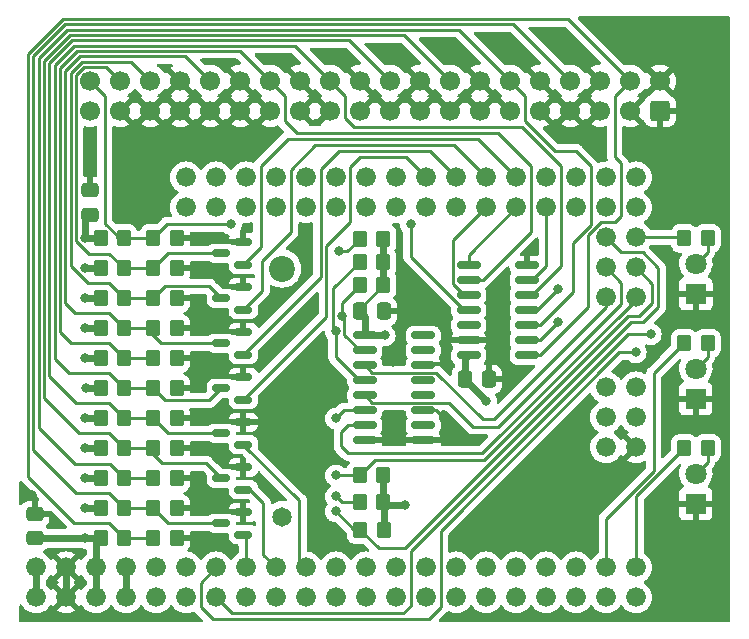
<source format=gbr>
%TF.GenerationSoftware,KiCad,Pcbnew,(6.0.11)*%
%TF.CreationDate,2023-11-12T17:34:14-06:00*%
%TF.ProjectId,rx02-mega2560-pro,72783032-2d6d-4656-9761-323536302d70,rev?*%
%TF.SameCoordinates,Original*%
%TF.FileFunction,Copper,L1,Top*%
%TF.FilePolarity,Positive*%
%FSLAX46Y46*%
G04 Gerber Fmt 4.6, Leading zero omitted, Abs format (unit mm)*
G04 Created by KiCad (PCBNEW (6.0.11)) date 2023-11-12 17:34:14*
%MOMM*%
%LPD*%
G01*
G04 APERTURE LIST*
G04 Aperture macros list*
%AMRoundRect*
0 Rectangle with rounded corners*
0 $1 Rounding radius*
0 $2 $3 $4 $5 $6 $7 $8 $9 X,Y pos of 4 corners*
0 Add a 4 corners polygon primitive as box body*
4,1,4,$2,$3,$4,$5,$6,$7,$8,$9,$2,$3,0*
0 Add four circle primitives for the rounded corners*
1,1,$1+$1,$2,$3*
1,1,$1+$1,$4,$5*
1,1,$1+$1,$6,$7*
1,1,$1+$1,$8,$9*
0 Add four rect primitives between the rounded corners*
20,1,$1+$1,$2,$3,$4,$5,0*
20,1,$1+$1,$4,$5,$6,$7,0*
20,1,$1+$1,$6,$7,$8,$9,0*
20,1,$1+$1,$8,$9,$2,$3,0*%
G04 Aperture macros list end*
%TA.AperFunction,SMDPad,CuDef*%
%ADD10RoundRect,0.250000X0.475000X-0.337500X0.475000X0.337500X-0.475000X0.337500X-0.475000X-0.337500X0*%
%TD*%
%TA.AperFunction,SMDPad,CuDef*%
%ADD11RoundRect,0.250000X-0.350000X-0.450000X0.350000X-0.450000X0.350000X0.450000X-0.350000X0.450000X0*%
%TD*%
%TA.AperFunction,SMDPad,CuDef*%
%ADD12RoundRect,0.250000X0.350000X0.450000X-0.350000X0.450000X-0.350000X-0.450000X0.350000X-0.450000X0*%
%TD*%
%TA.AperFunction,SMDPad,CuDef*%
%ADD13RoundRect,0.150000X0.587500X0.150000X-0.587500X0.150000X-0.587500X-0.150000X0.587500X-0.150000X0*%
%TD*%
%TA.AperFunction,SMDPad,CuDef*%
%ADD14RoundRect,0.150000X-0.825000X-0.150000X0.825000X-0.150000X0.825000X0.150000X-0.825000X0.150000X0*%
%TD*%
%TA.AperFunction,ComponentPad*%
%ADD15C,1.676400*%
%TD*%
%TA.AperFunction,SMDPad,CuDef*%
%ADD16RoundRect,0.150000X0.825000X0.150000X-0.825000X0.150000X-0.825000X-0.150000X0.825000X-0.150000X0*%
%TD*%
%TA.AperFunction,SMDPad,CuDef*%
%ADD17RoundRect,0.250000X-0.337500X-0.475000X0.337500X-0.475000X0.337500X0.475000X-0.337500X0.475000X0*%
%TD*%
%TA.AperFunction,ComponentPad*%
%ADD18R,1.800000X1.800000*%
%TD*%
%TA.AperFunction,ComponentPad*%
%ADD19C,1.800000*%
%TD*%
%TA.AperFunction,ComponentPad*%
%ADD20C,1.650000*%
%TD*%
%TA.AperFunction,ComponentPad*%
%ADD21C,2.200000*%
%TD*%
%TA.AperFunction,ComponentPad*%
%ADD22RoundRect,0.250000X0.600000X-0.600000X0.600000X0.600000X-0.600000X0.600000X-0.600000X-0.600000X0*%
%TD*%
%TA.AperFunction,ComponentPad*%
%ADD23C,1.700000*%
%TD*%
%TA.AperFunction,ViaPad*%
%ADD24C,0.800000*%
%TD*%
%TA.AperFunction,Conductor*%
%ADD25C,0.600000*%
%TD*%
%TA.AperFunction,Conductor*%
%ADD26C,0.250000*%
%TD*%
%TA.AperFunction,Conductor*%
%ADD27C,0.400000*%
%TD*%
G04 APERTURE END LIST*
D10*
%TO.P,C4,1*%
%TO.N,+5V*%
X118110000Y-76729500D03*
%TO.P,C4,2*%
%TO.N,GND*%
X118110000Y-74654500D03*
%TD*%
D11*
%TO.P,R11,1*%
%TO.N,+5V*%
X119015000Y-91440000D03*
%TO.P,R11,2*%
%TO.N,/RX_DATA_L*%
X121015000Y-91440000D03*
%TD*%
%TO.P,R13,1*%
%TO.N,+5V*%
X119015000Y-93971480D03*
%TO.P,R13,2*%
%TO.N,/RX_DONE_L*%
X121015000Y-93971480D03*
%TD*%
D12*
%TO.P,R28,1*%
%TO.N,+3V3*%
X142960600Y-82702400D03*
%TO.P,R28,2*%
%TO.N,Net-(J2-Pad1)*%
X140960600Y-82702400D03*
%TD*%
D11*
%TO.P,R21,1*%
%TO.N,+5V*%
X119015000Y-104140000D03*
%TO.P,R21,2*%
%TO.N,/RX_RUN_L*%
X121015000Y-104140000D03*
%TD*%
%TO.P,R6,1*%
%TO.N,+5V*%
X119015000Y-83820000D03*
%TO.P,R6,2*%
%TO.N,/RX_OUT_L*%
X121015000Y-83820000D03*
%TD*%
%TO.P,R17,1*%
%TO.N,+5V*%
X119015000Y-99060000D03*
%TO.P,R17,2*%
%TO.N,/RX_INIT_L*%
X121015000Y-99060000D03*
%TD*%
D13*
%TO.P,Q1,1,G*%
%TO.N,/CTLR_OUT_H*%
X131112500Y-84770000D03*
%TO.P,Q1,2,S*%
%TO.N,GND*%
X131112500Y-82870000D03*
%TO.P,Q1,3,D*%
%TO.N,/RX_OUT_L*%
X129237500Y-83820000D03*
%TD*%
%TO.P,Q5,1,G*%
%TO.N,/CTLR_DATAO_H*%
X131112500Y-92390000D03*
%TO.P,Q5,2,S*%
%TO.N,GND*%
X131112500Y-90490000D03*
%TO.P,Q5,3,D*%
%TO.N,/RX_DATA_L*%
X129237500Y-91440000D03*
%TD*%
D11*
%TO.P,R5,1*%
%TO.N,/RX_AC_L*%
X123460000Y-81280000D03*
%TO.P,R5,2*%
%TO.N,GND*%
X125460000Y-81280000D03*
%TD*%
%TO.P,R15,1*%
%TO.N,+5V*%
X119015000Y-96511480D03*
%TO.P,R15,2*%
%TO.N,/RX_XFER_RQST_L*%
X121015000Y-96511480D03*
%TD*%
D14*
%TO.P,U2,1,VCC*%
%TO.N,+3V3*%
X141390600Y-86969600D03*
%TO.P,U2,2*%
%TO.N,Net-(J2-Pad1)*%
X141390600Y-88239600D03*
%TO.P,U2,3*%
%TO.N,/SD_CS*%
X141390600Y-89509600D03*
%TO.P,U2,4*%
%TO.N,Net-(J2-Pad2)*%
X141390600Y-90779600D03*
%TO.P,U2,5*%
%TO.N,/SD_MOSI*%
X141390600Y-92049600D03*
%TO.P,U2,6*%
%TO.N,Net-(J2-Pad5)*%
X141390600Y-93319600D03*
%TO.P,U2,7*%
%TO.N,/SD_SCK*%
X141390600Y-94589600D03*
%TO.P,U2,8,VSS*%
%TO.N,GND*%
X141390600Y-95859600D03*
%TO.P,U2,9*%
X146340600Y-95859600D03*
%TO.P,U2,10*%
%TO.N,unconnected-(U2-Pad10)*%
X146340600Y-94589600D03*
%TO.P,U2,11*%
%TO.N,GND*%
X146340600Y-93319600D03*
%TO.P,U2,12*%
%TO.N,unconnected-(U2-Pad12)*%
X146340600Y-92049600D03*
%TO.P,U2,13*%
%TO.N,N/C*%
X146340600Y-90779600D03*
%TO.P,U2,14*%
%TO.N,GND*%
X146340600Y-89509600D03*
%TO.P,U2,15*%
%TO.N,unconnected-(U2-Pad15)*%
X146340600Y-88239600D03*
%TO.P,U2,16*%
%TO.N,N/C*%
X146340600Y-86969600D03*
%TD*%
D12*
%TO.P,R26,1*%
%TO.N,Net-(D3-Pad2)*%
X170418000Y-96520000D03*
%TO.P,R26,2*%
%TO.N,/LED3*%
X168418000Y-96520000D03*
%TD*%
D11*
%TO.P,R12,1*%
%TO.N,/RX_DATA_L*%
X123460000Y-91440000D03*
%TO.P,R12,2*%
%TO.N,GND*%
X125460000Y-91440000D03*
%TD*%
%TO.P,R14,1*%
%TO.N,/RX_DONE_L*%
X123460000Y-93971480D03*
%TO.P,R14,2*%
%TO.N,GND*%
X125460000Y-93971480D03*
%TD*%
D10*
%TO.P,C5,1*%
%TO.N,+5V*%
X113461800Y-104136100D03*
%TO.P,C5,2*%
%TO.N,GND*%
X113461800Y-102061100D03*
%TD*%
D15*
%TO.P,U3,3V3_1,3V3*%
%TO.N,+3V3*%
X121181480Y-109144918D03*
%TO.P,U3,3V3_2,3V3*%
X121181480Y-106604918D03*
%TO.P,U3,5V_1,5V*%
%TO.N,+5V*%
X118641480Y-109144918D03*
%TO.P,U3,5V_2,5V*%
X118641480Y-106604918D03*
%TO.P,U3,5V_3,5V*%
X164361480Y-91364918D03*
%TO.P,U3,A0,A0*%
%TO.N,unconnected-(U3-PadA0)*%
X126261480Y-73584918D03*
%TO.P,U3,A1,A1*%
%TO.N,unconnected-(U3-PadA1)*%
X126261480Y-76124918D03*
%TO.P,U3,A2,A2*%
%TO.N,unconnected-(U3-PadA2)*%
X128801480Y-73584918D03*
%TO.P,U3,A3,A3*%
%TO.N,unconnected-(U3-PadA3)*%
X128801480Y-76124918D03*
%TO.P,U3,A4,A4*%
%TO.N,unconnected-(U3-PadA4)*%
X131341480Y-73584918D03*
%TO.P,U3,A5,A5*%
%TO.N,unconnected-(U3-PadA5)*%
X131341480Y-76124918D03*
%TO.P,U3,A6,A6*%
%TO.N,unconnected-(U3-PadA6)*%
X133881480Y-73584918D03*
%TO.P,U3,A7,A7*%
%TO.N,unconnected-(U3-PadA7)*%
X133881480Y-76124918D03*
%TO.P,U3,A8,A8*%
%TO.N,unconnected-(U3-PadA8)*%
X136421480Y-73584918D03*
%TO.P,U3,A9,A9*%
%TO.N,unconnected-(U3-PadA9)*%
X136421480Y-76124918D03*
%TO.P,U3,A10,A10*%
%TO.N,unconnected-(U3-PadA10)*%
X138961480Y-73584918D03*
%TO.P,U3,A11,A11*%
%TO.N,unconnected-(U3-PadA11)*%
X138961480Y-76124918D03*
%TO.P,U3,A12,A12*%
%TO.N,unconnected-(U3-PadA12)*%
X141501480Y-73584918D03*
%TO.P,U3,A13,A13*%
%TO.N,unconnected-(U3-PadA13)*%
X141501480Y-76124918D03*
%TO.P,U3,A14,A14*%
%TO.N,unconnected-(U3-PadA14)*%
X144041480Y-73584918D03*
%TO.P,U3,A15,A15*%
%TO.N,unconnected-(U3-PadA15)*%
X144041480Y-76124918D03*
%TO.P,U3,AREF,AREF*%
%TO.N,unconnected-(U3-PadAREF)*%
X123721480Y-106604918D03*
%TO.P,U3,D2,D2*%
%TO.N,/CTLR_RUN_H*%
X128801480Y-106604918D03*
%TO.P,U3,D3,D3*%
%TO.N,/CTLR_INIT_H*%
X128801480Y-109144918D03*
%TO.P,U3,D4,D4*%
%TO.N,/CTLR_ERROR_H*%
X131341480Y-106604918D03*
%TO.P,U3,D5,D5*%
%TO.N,unconnected-(U3-PadD5)*%
X131341480Y-109144918D03*
%TO.P,U3,D6,D6*%
%TO.N,/CTLR_XFER_RQST_H*%
X133881480Y-106604918D03*
%TO.P,U3,D7,D7*%
%TO.N,unconnected-(U3-PadD7)*%
X133881480Y-109144918D03*
%TO.P,U3,D8,D8*%
%TO.N,/CTLR_DONE_H*%
X136421480Y-106604918D03*
%TO.P,U3,D9,D9*%
%TO.N,unconnected-(U3-PadD9)*%
X136421480Y-109144918D03*
%TO.P,U3,D10,D10*%
%TO.N,unconnected-(U3-PadD10)*%
X138961480Y-106604918D03*
%TO.P,U3,D11,D11*%
%TO.N,unconnected-(U3-PadD11)*%
X138961480Y-109144918D03*
%TO.P,U3,D12,D12*%
%TO.N,unconnected-(U3-PadD12)*%
X141501480Y-106604918D03*
%TO.P,U3,D13,D13*%
%TO.N,unconnected-(U3-PadD13)*%
X141501480Y-109144918D03*
%TO.P,U3,D14,D14*%
%TO.N,unconnected-(U3-PadD14)*%
X144041480Y-106604918D03*
%TO.P,U3,D15,D15*%
%TO.N,unconnected-(U3-PadD15)*%
X144041480Y-109144918D03*
%TO.P,U3,D16,D16*%
%TO.N,unconnected-(U3-PadD16)*%
X146581480Y-106604918D03*
%TO.P,U3,D17,D17*%
%TO.N,unconnected-(U3-PadD17)*%
X146581480Y-109144918D03*
%TO.P,U3,D18,D18*%
%TO.N,unconnected-(U3-PadD18)*%
X149121480Y-106604918D03*
%TO.P,U3,D19,D19*%
%TO.N,unconnected-(U3-PadD19)*%
X149121480Y-109144918D03*
%TO.P,U3,D20,D20*%
%TO.N,unconnected-(U3-PadD20)*%
X151661480Y-106604918D03*
%TO.P,U3,D21,D21*%
%TO.N,unconnected-(U3-PadD21)*%
X151661480Y-109144918D03*
%TO.P,U3,D22,D22*%
%TO.N,unconnected-(U3-PadD22)*%
X154201480Y-106604918D03*
%TO.P,U3,D23,D23*%
%TO.N,unconnected-(U3-PadD23)*%
X154201480Y-109144918D03*
%TO.P,U3,D24,D24*%
%TO.N,unconnected-(U3-PadD24)*%
X156741480Y-106604918D03*
%TO.P,U3,D25,D25*%
%TO.N,unconnected-(U3-PadD25)*%
X156741480Y-109144918D03*
%TO.P,U3,D26,D26*%
%TO.N,unconnected-(U3-PadD26)*%
X159281480Y-106604918D03*
%TO.P,U3,D27,D27*%
%TO.N,unconnected-(U3-PadD27)*%
X159281480Y-109144918D03*
%TO.P,U3,D28,D28*%
%TO.N,/LED2*%
X161821480Y-106604918D03*
%TO.P,U3,D29,D29*%
%TO.N,unconnected-(U3-PadD29)*%
X161821480Y-109144918D03*
%TO.P,U3,D30,D30*%
%TO.N,/LED3*%
X164361480Y-106604918D03*
%TO.P,U3,D31,D31*%
%TO.N,unconnected-(U3-PadD31)*%
X164361480Y-109144918D03*
%TO.P,U3,D32,D32*%
%TO.N,/CTLR_DATAO_H*%
X146581480Y-73584918D03*
%TO.P,U3,D33,D33*%
%TO.N,unconnected-(U3-PadD33)*%
X146581480Y-76124918D03*
%TO.P,U3,D34,D34*%
%TO.N,/CTLR_SHIFT_H*%
X149121480Y-73584918D03*
%TO.P,U3,D35,D35*%
%TO.N,unconnected-(U3-PadD35)*%
X149121480Y-76124918D03*
%TO.P,U3,D36,D36*%
%TO.N,/CTLR_OUT_H*%
X151661480Y-73584918D03*
%TO.P,U3,D37,D37*%
%TO.N,/CTLR_DMA_MODE_L*%
X151661480Y-76124918D03*
%TO.P,U3,D38,D38*%
%TO.N,/CTLR_AC_H*%
X154201480Y-73584918D03*
%TO.P,U3,D39,D39*%
%TO.N,/CTLR_12BIT_H*%
X154201480Y-76124918D03*
%TO.P,U3,D40,D40*%
%TO.N,unconnected-(U3-PadD40)*%
X156741480Y-73584918D03*
%TO.P,U3,D41,D41*%
%TO.N,/CTLR_DATA_H*%
X156741480Y-76124918D03*
%TO.P,U3,D42,D42*%
%TO.N,unconnected-(U3-PadD42)*%
X159281480Y-73584918D03*
%TO.P,U3,D43,D43*%
%TO.N,unconnected-(U3-PadD43)*%
X159281480Y-76124918D03*
%TO.P,U3,D44,D44*%
%TO.N,unconnected-(U3-PadD44)*%
X161821480Y-73584918D03*
%TO.P,U3,D45,D45*%
%TO.N,unconnected-(U3-PadD45)*%
X161821480Y-76124918D03*
%TO.P,U3,D46,D46*%
%TO.N,/REINIT*%
X164361480Y-73584918D03*
%TO.P,U3,D47,D47*%
%TO.N,unconnected-(U3-PadD47)*%
X164361480Y-76124918D03*
%TO.P,U3,D48,D48*%
%TO.N,/LED1*%
X164361480Y-78664918D03*
%TO.P,U3,D49,D49*%
%TO.N,/SD_CD*%
X161821480Y-78664918D03*
%TO.P,U3,D50,D50*%
%TO.N,/SD_MISO*%
X164361480Y-81204918D03*
%TO.P,U3,D51,D51*%
%TO.N,/SD_MOSI*%
X161821480Y-81204918D03*
%TO.P,U3,D52,D52*%
%TO.N,/SD_SCK*%
X164361480Y-83744918D03*
%TO.P,U3,D53,D53*%
%TO.N,/SD_CS*%
X161821480Y-83744918D03*
%TO.P,U3,GND_1,GND*%
%TO.N,GND*%
X116101480Y-109144918D03*
%TO.P,U3,GND_2,GND*%
X116101480Y-106604918D03*
%TO.P,U3,GND_3,GND*%
X164361480Y-96444918D03*
%TO.P,U3,MISO,MISO*%
%TO.N,unconnected-(U3-PadMISO)*%
X161821480Y-91364918D03*
%TO.P,U3,MOSI,MOSI*%
%TO.N,unconnected-(U3-PadMOSI)*%
X164361480Y-93904918D03*
%TO.P,U3,RESET,RESET*%
%TO.N,/RESET*%
X161821480Y-96444918D03*
%TO.P,U3,RST,RST*%
%TO.N,unconnected-(U3-PadRST)*%
X123721480Y-109144918D03*
%TO.P,U3,RX,RX*%
%TO.N,unconnected-(U3-PadRX)*%
X126261480Y-106604918D03*
%TO.P,U3,SCK,SCK*%
%TO.N,unconnected-(U3-PadSCK)*%
X161821480Y-93904918D03*
%TO.P,U3,TX,TX*%
%TO.N,unconnected-(U3-PadTX)*%
X126261480Y-109144918D03*
%TO.P,U3,VIN_1,VIN*%
%TO.N,unconnected-(U3-PadVIN_1)*%
X113561480Y-109144918D03*
%TO.P,U3,VIN_2,VIN*%
X113561480Y-106604918D03*
%TD*%
D12*
%TO.P,R30,1*%
%TO.N,+3V3*%
X142960600Y-78765400D03*
%TO.P,R30,2*%
%TO.N,Net-(J2-Pad9)*%
X140960600Y-78765400D03*
%TD*%
D16*
%TO.P,U1,1*%
%TO.N,/RX_RUN_L*%
X155129000Y-88646000D03*
%TO.P,U1,2*%
%TO.N,/CTLR_RUN_H*%
X155129000Y-87376000D03*
%TO.P,U1,3*%
%TO.N,/RX_INIT_L*%
X155129000Y-86106000D03*
%TO.P,U1,4*%
%TO.N,/CTLR_INIT_H*%
X155129000Y-84836000D03*
%TO.P,U1,5*%
%TO.N,/RX_DATA_L*%
X155129000Y-83566000D03*
%TO.P,U1,6*%
%TO.N,/CTLR_DATA_H*%
X155129000Y-82296000D03*
%TO.P,U1,7,GND*%
%TO.N,GND*%
X155129000Y-81026000D03*
%TO.P,U1,8*%
%TO.N,/CTLR_12BIT_H*%
X150179000Y-81026000D03*
%TO.P,U1,9*%
%TO.N,/RX_12BIT_L*%
X150179000Y-82296000D03*
%TO.P,U1,10*%
%TO.N,/CTLR_DMA_MODE_L*%
X150179000Y-83566000D03*
%TO.P,U1,11*%
%TO.N,/RX_DMA_MODE_H*%
X150179000Y-84836000D03*
%TO.P,U1,12*%
%TO.N,unconnected-(U1-Pad12)*%
X150179000Y-86106000D03*
%TO.P,U1,13*%
%TO.N,GND*%
X150179000Y-87376000D03*
%TO.P,U1,14,VCC*%
%TO.N,+5V*%
X150179000Y-88646000D03*
%TD*%
D11*
%TO.P,R23,1*%
%TO.N,/RX_12BIT_L*%
X123460000Y-88900000D03*
%TO.P,R23,2*%
%TO.N,GND*%
X125460000Y-88900000D03*
%TD*%
%TO.P,R16,1*%
%TO.N,/RX_XFER_RQST_L*%
X123460000Y-96511480D03*
%TO.P,R16,2*%
%TO.N,GND*%
X125460000Y-96511480D03*
%TD*%
D12*
%TO.P,R24,1*%
%TO.N,Net-(D1-Pad2)*%
X170418000Y-78740000D03*
%TO.P,R24,2*%
%TO.N,/LED1*%
X168418000Y-78740000D03*
%TD*%
D11*
%TO.P,R9,1*%
%TO.N,/RX_SHIFT_L*%
X123460000Y-86360000D03*
%TO.P,R9,2*%
%TO.N,GND*%
X125460000Y-86360000D03*
%TD*%
%TO.P,R3,1*%
%TO.N,/RX_DMA_MODE_H*%
X123460000Y-78740000D03*
%TO.P,R3,2*%
%TO.N,GND*%
X125460000Y-78740000D03*
%TD*%
%TO.P,R19,1*%
%TO.N,+5V*%
X119015000Y-101600000D03*
%TO.P,R19,2*%
%TO.N,/RX_ERROR_L*%
X121015000Y-101600000D03*
%TD*%
D13*
%TO.P,Q4,1,G*%
%TO.N,/CTLR_DONE_H*%
X131112500Y-96200000D03*
%TO.P,Q4,2,S*%
%TO.N,GND*%
X131112500Y-94300000D03*
%TO.P,Q4,3,D*%
%TO.N,/RX_DONE_L*%
X129237500Y-95250000D03*
%TD*%
%TO.P,Q6,1,G*%
%TO.N,/CTLR_XFER_RQST_H*%
X131112500Y-100010000D03*
%TO.P,Q6,2,S*%
%TO.N,GND*%
X131112500Y-98110000D03*
%TO.P,Q6,3,D*%
%TO.N,/RX_XFER_RQST_L*%
X129237500Y-99060000D03*
%TD*%
%TO.P,Q3,1,G*%
%TO.N,/CTLR_SHIFT_H*%
X131112500Y-88580000D03*
%TO.P,Q3,2,S*%
%TO.N,GND*%
X131112500Y-86680000D03*
%TO.P,Q3,3,D*%
%TO.N,/RX_SHIFT_L*%
X129237500Y-87630000D03*
%TD*%
D17*
%TO.P,C6,1*%
%TO.N,+3V3*%
X140948500Y-84934000D03*
%TO.P,C6,2*%
%TO.N,GND*%
X143023500Y-84934000D03*
%TD*%
D11*
%TO.P,R10,1*%
%TO.N,+5V*%
X119015000Y-88900000D03*
%TO.P,R10,2*%
%TO.N,/RX_12BIT_L*%
X121015000Y-88900000D03*
%TD*%
%TO.P,R22,1*%
%TO.N,/RX_RUN_L*%
X123460000Y-104140000D03*
%TO.P,R22,2*%
%TO.N,GND*%
X125460000Y-104140000D03*
%TD*%
%TO.P,R2,1*%
%TO.N,+5V*%
X119015000Y-78740000D03*
%TO.P,R2,2*%
%TO.N,/RX_DMA_MODE_H*%
X121015000Y-78740000D03*
%TD*%
D12*
%TO.P,R31,1*%
%TO.N,+3V3*%
X142986000Y-103403400D03*
%TO.P,R31,2*%
%TO.N,/SD_CD*%
X140986000Y-103403400D03*
%TD*%
D11*
%TO.P,R18,1*%
%TO.N,/RX_INIT_L*%
X123460000Y-99060000D03*
%TO.P,R18,2*%
%TO.N,GND*%
X125460000Y-99060000D03*
%TD*%
D12*
%TO.P,R25,1*%
%TO.N,Net-(D2-Pad2)*%
X170418000Y-87630000D03*
%TO.P,R25,2*%
%TO.N,/LED2*%
X168418000Y-87630000D03*
%TD*%
%TO.P,R27,1*%
%TO.N,+3V3*%
X142960600Y-80746600D03*
%TO.P,R27,2*%
%TO.N,Net-(J2-Pad2)*%
X140960600Y-80746600D03*
%TD*%
%TO.P,R29,1*%
%TO.N,+3V3*%
X142960600Y-101092000D03*
%TO.P,R29,2*%
%TO.N,Net-(J2-Pad8)*%
X140960600Y-101092000D03*
%TD*%
D17*
%TO.P,C3,1*%
%TO.N,+5V*%
X149838500Y-90678000D03*
%TO.P,C3,2*%
%TO.N,GND*%
X151913500Y-90678000D03*
%TD*%
D11*
%TO.P,R4,1*%
%TO.N,+5V*%
X119015000Y-81280000D03*
%TO.P,R4,2*%
%TO.N,/RX_AC_L*%
X121015000Y-81280000D03*
%TD*%
%TO.P,R20,1*%
%TO.N,/RX_ERROR_L*%
X123460000Y-101600000D03*
%TO.P,R20,2*%
%TO.N,GND*%
X125460000Y-101600000D03*
%TD*%
D13*
%TO.P,Q7,1,G*%
%TO.N,/CTLR_ERROR_H*%
X131112500Y-103820000D03*
%TO.P,Q7,2,S*%
%TO.N,GND*%
X131112500Y-101920000D03*
%TO.P,Q7,3,D*%
%TO.N,/RX_ERROR_L*%
X129237500Y-102870000D03*
%TD*%
D12*
%TO.P,R1,1*%
%TO.N,+3V3*%
X142970000Y-98806000D03*
%TO.P,R1,2*%
%TO.N,/SD_MISO*%
X140970000Y-98806000D03*
%TD*%
D13*
%TO.P,Q2,1,G*%
%TO.N,/CTLR_AC_H*%
X131112500Y-80960000D03*
%TO.P,Q2,2,S*%
%TO.N,GND*%
X131112500Y-79060000D03*
%TO.P,Q2,3,D*%
%TO.N,/RX_AC_L*%
X129237500Y-80010000D03*
%TD*%
D11*
%TO.P,R8,1*%
%TO.N,+5V*%
X119015000Y-86360000D03*
%TO.P,R8,2*%
%TO.N,/RX_SHIFT_L*%
X121015000Y-86360000D03*
%TD*%
%TO.P,R7,1*%
%TO.N,/RX_OUT_L*%
X123460000Y-83820000D03*
%TO.P,R7,2*%
%TO.N,GND*%
X125460000Y-83820000D03*
%TD*%
D18*
%TO.P,D3,1,K*%
%TO.N,GND*%
X169418000Y-101224000D03*
D19*
%TO.P,D3,2,A*%
%TO.N,Net-(D3-Pad2)*%
X169418000Y-98684000D03*
%TD*%
D18*
%TO.P,D2,1,K*%
%TO.N,GND*%
X169418000Y-92334000D03*
D19*
%TO.P,D2,2,A*%
%TO.N,Net-(D2-Pad2)*%
X169418000Y-89794000D03*
%TD*%
D18*
%TO.P,D1,1,K*%
%TO.N,GND*%
X169423000Y-83444000D03*
D19*
%TO.P,D1,2,A*%
%TO.N,Net-(D1-Pad2)*%
X169423000Y-80904000D03*
%TD*%
D20*
%TO.P,J2,16*%
%TO.N,N/C*%
X134391168Y-102305000D03*
D21*
%TO.P,J2,17*%
X134391168Y-81305000D03*
%TD*%
D22*
%TO.P,J1,1,Pin_1*%
%TO.N,GND*%
X166370000Y-67945000D03*
D23*
%TO.P,J1,2,Pin_2*%
X166370000Y-65405000D03*
%TO.P,J1,3,Pin_3*%
X163830000Y-67945000D03*
%TO.P,J1,4,Pin_4*%
%TO.N,/RX_RUN_L*%
X163830000Y-65405000D03*
%TO.P,J1,5,Pin_5*%
%TO.N,GND*%
X161290000Y-67945000D03*
%TO.P,J1,6,Pin_6*%
X161290000Y-65405000D03*
%TO.P,J1,7,Pin_7*%
X158750000Y-67945000D03*
%TO.P,J1,8,Pin_8*%
%TO.N,/RX_ERROR_L*%
X158750000Y-65405000D03*
%TO.P,J1,9,Pin_9*%
%TO.N,GND*%
X156210000Y-67945000D03*
%TO.P,J1,10,Pin_10*%
X156210000Y-65405000D03*
%TO.P,J1,11,Pin_11*%
X153670000Y-67945000D03*
%TO.P,J1,12,Pin_12*%
%TO.N,/RX_INIT_L*%
X153670000Y-65405000D03*
%TO.P,J1,13,Pin_13*%
%TO.N,GND*%
X151130000Y-67945000D03*
%TO.P,J1,14,Pin_14*%
X151130000Y-65405000D03*
%TO.P,J1,15,Pin_15*%
X148590000Y-67945000D03*
%TO.P,J1,16,Pin_16*%
%TO.N,/RX_XFER_RQST_L*%
X148590000Y-65405000D03*
%TO.P,J1,17,Pin_17*%
%TO.N,GND*%
X146050000Y-67945000D03*
%TO.P,J1,18,Pin_18*%
X146050000Y-65405000D03*
%TO.P,J1,19,Pin_19*%
X143510000Y-67945000D03*
%TO.P,J1,20,Pin_20*%
%TO.N,/RX_DONE_L*%
X143510000Y-65405000D03*
%TO.P,J1,21,Pin_21*%
%TO.N,GND*%
X140970000Y-67945000D03*
%TO.P,J1,22,Pin_22*%
X140970000Y-65405000D03*
%TO.P,J1,23,Pin_23*%
X138430000Y-67945000D03*
%TO.P,J1,24,Pin_24*%
%TO.N,/RX_DATA_L*%
X138430000Y-65405000D03*
%TO.P,J1,25,Pin_25*%
%TO.N,GND*%
X135890000Y-67945000D03*
%TO.P,J1,26,Pin_26*%
X135890000Y-65405000D03*
%TO.P,J1,27,Pin_27*%
X133350000Y-67945000D03*
%TO.P,J1,28,Pin_28*%
%TO.N,/RX_12BIT_L*%
X133350000Y-65405000D03*
%TO.P,J1,29,Pin_29*%
%TO.N,GND*%
X130810000Y-67945000D03*
%TO.P,J1,30,Pin_30*%
X130810000Y-65405000D03*
%TO.P,J1,31,Pin_31*%
X128270000Y-67945000D03*
%TO.P,J1,32,Pin_32*%
%TO.N,/RX_SHIFT_L*%
X128270000Y-65405000D03*
%TO.P,J1,33,Pin_33*%
%TO.N,GND*%
X125730000Y-67945000D03*
%TO.P,J1,34,Pin_34*%
X125730000Y-65405000D03*
%TO.P,J1,35,Pin_35*%
X123190000Y-67945000D03*
%TO.P,J1,36,Pin_36*%
%TO.N,/RX_OUT_L*%
X123190000Y-65405000D03*
%TO.P,J1,37,Pin_37*%
%TO.N,GND*%
X120650000Y-67945000D03*
%TO.P,J1,38,Pin_38*%
%TO.N,/RX_AC_L*%
X120650000Y-65405000D03*
%TO.P,J1,39,Pin_39*%
%TO.N,GND*%
X118110000Y-67945000D03*
%TO.P,J1,40,Pin_40*%
%TO.N,/RX_DMA_MODE_H*%
X118110000Y-65405000D03*
%TD*%
D24*
%TO.N,+5V*%
X117729000Y-101600000D03*
X117729000Y-86360000D03*
X151663400Y-92532200D03*
X117729000Y-104114600D03*
X117729000Y-99060000D03*
X117729000Y-81280000D03*
X117754400Y-91414600D03*
X117729000Y-78740000D03*
X117729000Y-88900000D03*
X117703600Y-96520000D03*
X117729000Y-93954600D03*
X117729000Y-83820000D03*
%TO.N,GND*%
X128549400Y-78689200D03*
X146253200Y-84277200D03*
X133604000Y-100330000D03*
X150342600Y-104114600D03*
X148996400Y-94869000D03*
X125857000Y-69850000D03*
X157480000Y-104140000D03*
X134289800Y-93853000D03*
X143840200Y-94843600D03*
X128600200Y-81559400D03*
X155498800Y-79756000D03*
X113207800Y-100507800D03*
X118059200Y-69723000D03*
X127177800Y-100380800D03*
X129540000Y-69824600D03*
X127431800Y-90144600D03*
X143738600Y-89179400D03*
X127203200Y-85115400D03*
X129971800Y-105029000D03*
%TO.N,/RX_DMA_MODE_H*%
X130073400Y-77546200D03*
X145288000Y-77546200D03*
%TO.N,Net-(J2-Pad1)*%
X139446000Y-85344000D03*
%TO.N,Net-(J2-Pad2)*%
X138938000Y-86614000D03*
%TO.N,Net-(J2-Pad5)*%
X138938000Y-93980000D03*
%TO.N,/SD_MISO*%
X138938000Y-98806000D03*
%TO.N,/SD_CD*%
X138938000Y-101854000D03*
%TO.N,/CTLR_INIT_H*%
X165608000Y-86868000D03*
X157734000Y-83058000D03*
%TO.N,/CTLR_RUN_H*%
X157734000Y-85852000D03*
X164342299Y-88396299D03*
%TO.N,+3V3*%
X143078200Y-86969600D03*
X144780000Y-101346000D03*
%TO.N,Net-(J2-Pad9)*%
X139192000Y-79832200D03*
%TO.N,Net-(J2-Pad8)*%
X138938000Y-100584000D03*
%TD*%
D25*
%TO.N,+5V*%
X151663400Y-92532200D02*
X151663400Y-92502900D01*
D26*
X118998120Y-93954600D02*
X119015000Y-93971480D01*
D25*
X117729000Y-104114600D02*
X118989600Y-104114600D01*
X118641480Y-106604918D02*
X118641480Y-104513520D01*
X119015000Y-88900000D02*
X117729000Y-88900000D01*
X151663400Y-92502900D02*
X149838500Y-90678000D01*
X117703600Y-96520000D02*
X119006480Y-96520000D01*
X149838500Y-90678000D02*
X149838500Y-88986500D01*
X117729000Y-101600000D02*
X119015000Y-101600000D01*
X117729000Y-99060000D02*
X119015000Y-99060000D01*
X118641480Y-109144918D02*
X118641480Y-106604918D01*
X119015000Y-86360000D02*
X117729000Y-86360000D01*
X117729000Y-93954600D02*
X118998120Y-93954600D01*
X118989600Y-104114600D02*
X119015000Y-104140000D01*
X118110000Y-76729500D02*
X117729000Y-77110500D01*
X118641480Y-104513520D02*
X119015000Y-104140000D01*
X117707500Y-104136100D02*
X117729000Y-104114600D01*
X119006480Y-96520000D02*
X119015000Y-96511480D01*
X117729000Y-77110500D02*
X117729000Y-78740000D01*
X149838500Y-88986500D02*
X150179000Y-88646000D01*
X119015000Y-83820000D02*
X117729000Y-83820000D01*
X119015000Y-81280000D02*
X117729000Y-81280000D01*
X113461800Y-104136100D02*
X117707500Y-104136100D01*
X119015000Y-78740000D02*
X117729000Y-78740000D01*
X119015000Y-91440000D02*
X117779800Y-91440000D01*
%TO.N,GND*%
X116101480Y-106604918D02*
X116101480Y-109144918D01*
D27*
X155129000Y-81026000D02*
X155129000Y-80125800D01*
D26*
X113461800Y-102061100D02*
X113461800Y-100761800D01*
D27*
X155129000Y-80125800D02*
X155498800Y-79756000D01*
D26*
X147447000Y-93319600D02*
X148996400Y-94869000D01*
X146340600Y-93319600D02*
X147447000Y-93319600D01*
X113461800Y-100761800D02*
X113207800Y-100507800D01*
%TO.N,Net-(D1-Pad2)*%
X170418000Y-78740000D02*
X170418000Y-79909000D01*
X170418000Y-79909000D02*
X169423000Y-80904000D01*
%TO.N,Net-(D2-Pad2)*%
X170418000Y-88794000D02*
X169418000Y-89794000D01*
X170418000Y-87630000D02*
X170418000Y-88794000D01*
%TO.N,Net-(D3-Pad2)*%
X170418000Y-96520000D02*
X170418000Y-97684000D01*
X170418000Y-97684000D02*
X169418000Y-98684000D01*
%TO.N,/RX_RUN_L*%
X115833602Y-60184812D02*
X112889809Y-63128606D01*
X156210000Y-88646000D02*
X160274000Y-84582000D01*
X112889809Y-63128606D02*
X112889809Y-98970609D01*
X116763800Y-102844600D02*
X119719600Y-102844600D01*
X161417000Y-77343000D02*
X162560000Y-77343000D01*
X158609812Y-60184812D02*
X115833602Y-60184812D01*
X162560000Y-77343000D02*
X163068000Y-76835000D01*
X162560000Y-71882000D02*
X162560000Y-66675000D01*
X119719600Y-102844600D02*
X121015000Y-104140000D01*
X162560000Y-66675000D02*
X163830000Y-65405000D01*
X163068000Y-76835000D02*
X163068000Y-72390000D01*
X155129000Y-88646000D02*
X156210000Y-88646000D01*
X112889809Y-98970609D02*
X116763800Y-102844600D01*
X163068000Y-72390000D02*
X162560000Y-71882000D01*
X160274000Y-78486000D02*
X161417000Y-77343000D01*
X163830000Y-65405000D02*
X158609812Y-60184812D01*
X160274000Y-84582000D02*
X160274000Y-78486000D01*
X121015000Y-104140000D02*
X123460000Y-104140000D01*
%TO.N,/RX_ERROR_L*%
X113339329Y-63314803D02*
X116019800Y-60634331D01*
X116967000Y-100304600D02*
X119719600Y-100304600D01*
X113339329Y-63314803D02*
X113339329Y-96676929D01*
X121015000Y-101600000D02*
X123460000Y-101600000D01*
X153979331Y-60634331D02*
X116019800Y-60634331D01*
X113339329Y-96676929D02*
X116967000Y-100304600D01*
X123460000Y-101600000D02*
X124730000Y-102870000D01*
X124730000Y-102870000D02*
X129237500Y-102870000D01*
X119719600Y-100304600D02*
X121015000Y-101600000D01*
X158750000Y-65405000D02*
X153979331Y-60634331D01*
%TO.N,/RX_INIT_L*%
X159004000Y-83312000D02*
X159004000Y-79119604D01*
X160528000Y-72644000D02*
X159258000Y-71374000D01*
X121015000Y-99060000D02*
X123460000Y-99060000D01*
X116205998Y-61083851D02*
X113788849Y-63501000D01*
X159004000Y-79119604D02*
X160528000Y-77595604D01*
X157480000Y-71374000D02*
X154940000Y-68834000D01*
X149348851Y-61083851D02*
X116205998Y-61083851D01*
X113788849Y-94764249D02*
X116865400Y-97840800D01*
X156210000Y-86106000D02*
X159004000Y-83312000D01*
X154940000Y-66675000D02*
X153670000Y-65405000D01*
X119795800Y-97840800D02*
X121015000Y-99060000D01*
X116865400Y-97840800D02*
X119795800Y-97840800D01*
X154940000Y-68834000D02*
X154940000Y-66675000D01*
X153670000Y-65405000D02*
X149348851Y-61083851D01*
X113788849Y-63501000D02*
X113788849Y-94764249D01*
X159258000Y-71374000D02*
X157480000Y-71374000D01*
X155129000Y-86106000D02*
X156210000Y-86106000D01*
X160528000Y-77595604D02*
X160528000Y-72644000D01*
%TO.N,/RX_XFER_RQST_L*%
X144718370Y-61533370D02*
X116392194Y-61533371D01*
X114238369Y-63687197D02*
X114238369Y-92292769D01*
X116392194Y-61533371D02*
X114238369Y-63687197D01*
X121015000Y-96511480D02*
X123460000Y-96511480D01*
X114238369Y-92292769D02*
X117195600Y-95250000D01*
X127967500Y-97790000D02*
X129237500Y-99060000D01*
X123460000Y-96511480D02*
X123460000Y-97044000D01*
X117195600Y-95250000D02*
X119753520Y-95250000D01*
X124206000Y-97790000D02*
X127967500Y-97790000D01*
X148590000Y-65405000D02*
X144718370Y-61533370D01*
X119753520Y-95250000D02*
X121015000Y-96511480D01*
X123460000Y-97044000D02*
X124206000Y-97790000D01*
%TO.N,/RX_DONE_L*%
X143510000Y-65405000D02*
X140087890Y-61982890D01*
X123460000Y-93971480D02*
X124738520Y-95250000D01*
X114687889Y-63873394D02*
X114687889Y-90405489D01*
X121015000Y-93971480D02*
X123460000Y-93971480D01*
X114687889Y-90405489D02*
X116967000Y-92684600D01*
X119728120Y-92684600D02*
X121015000Y-93971480D01*
X124738520Y-95250000D02*
X129237500Y-95250000D01*
X116967000Y-92684600D02*
X119728120Y-92684600D01*
X140087890Y-61982890D02*
X116578392Y-61982890D01*
X116578392Y-61982890D02*
X114687889Y-63873394D01*
%TO.N,/RX_DATA_L*%
X124484520Y-92464520D02*
X128212980Y-92464520D01*
X116332000Y-90170000D02*
X119745000Y-90170000D01*
X116764590Y-62432410D02*
X115137409Y-64059591D01*
X115137409Y-88975409D02*
X116332000Y-90170000D01*
X119745000Y-90170000D02*
X121015000Y-91440000D01*
X128212980Y-92464520D02*
X129237500Y-91440000D01*
X155129000Y-83566000D02*
X155505072Y-83566000D01*
X157988000Y-72644000D02*
X154686000Y-69342000D01*
X138430000Y-65405000D02*
X135457410Y-62432410D01*
X139700000Y-66675000D02*
X138430000Y-65405000D01*
X140462000Y-69342000D02*
X139700000Y-68580000D01*
X154686000Y-69342000D02*
X140462000Y-69342000D01*
X155505072Y-83566000D02*
X157988000Y-81083072D01*
X157988000Y-81083072D02*
X157988000Y-72644000D01*
X115137409Y-64059591D02*
X115137409Y-88975409D01*
X121015000Y-91440000D02*
X123460000Y-91440000D01*
X123460000Y-91440000D02*
X124484520Y-92464520D01*
X139700000Y-68580000D02*
X139700000Y-66675000D01*
X135457410Y-62432410D02*
X116764590Y-62432410D01*
%TO.N,/RX_12BIT_L*%
X117064908Y-62881929D02*
X115586929Y-64359910D01*
X119719600Y-87604600D02*
X121015000Y-88900000D01*
X115586929Y-86707129D02*
X116484400Y-87604600D01*
X155448000Y-72644000D02*
X155448000Y-78232000D01*
X121015000Y-88900000D02*
X123460000Y-88900000D01*
X151384000Y-82296000D02*
X150179000Y-82296000D01*
X155448000Y-78232000D02*
X151384000Y-82296000D01*
X115586929Y-64359910D02*
X115586929Y-86707129D01*
X133350000Y-65405000D02*
X130826929Y-62881929D01*
X152654000Y-69850000D02*
X155448000Y-72644000D01*
X135636000Y-69850000D02*
X152654000Y-69850000D01*
X134620000Y-68834000D02*
X135636000Y-69850000D01*
X134620000Y-66675000D02*
X134620000Y-68834000D01*
X133350000Y-65405000D02*
X134620000Y-66675000D01*
X130826929Y-62881929D02*
X117064908Y-62881929D01*
X116484400Y-87604600D02*
X119719600Y-87604600D01*
%TO.N,/RX_SHIFT_L*%
X119719600Y-85064600D02*
X121015000Y-86360000D01*
X122825000Y-86360000D02*
X124095000Y-87630000D01*
X116869129Y-85064600D02*
X119719600Y-85064600D01*
X116036449Y-84231920D02*
X116869129Y-85064600D01*
X126196449Y-63331449D02*
X117251106Y-63331449D01*
X117251106Y-63331449D02*
X116036449Y-64546107D01*
X128270000Y-65405000D02*
X126196449Y-63331449D01*
X116036449Y-64546107D02*
X116036449Y-84231920D01*
X121015000Y-86360000D02*
X123460000Y-86360000D01*
X124095000Y-87630000D02*
X129237500Y-87630000D01*
%TO.N,/RX_OUT_L*%
X128212980Y-82795480D02*
X129237500Y-83820000D01*
X116485969Y-81061583D02*
X117974386Y-82550000D01*
X124484520Y-82795480D02*
X128212980Y-82795480D01*
X123460000Y-83820000D02*
X124484520Y-82795480D01*
X116485969Y-64732304D02*
X116485969Y-81061583D01*
X119745000Y-82550000D02*
X121015000Y-83820000D01*
X117974386Y-82550000D02*
X119745000Y-82550000D01*
X117437304Y-63780969D02*
X116485969Y-64732304D01*
X123190000Y-65405000D02*
X121565969Y-63780969D01*
X121015000Y-83820000D02*
X123460000Y-83820000D01*
X121565969Y-63780969D02*
X117437304Y-63780969D01*
%TO.N,/RX_AC_L*%
X123460000Y-81280000D02*
X124730000Y-80010000D01*
X116935489Y-64918501D02*
X116935489Y-78971103D01*
X117623501Y-64230489D02*
X116935489Y-64918501D01*
X124730000Y-80010000D02*
X129237500Y-80010000D01*
X119475489Y-64230489D02*
X117623501Y-64230489D01*
X121015000Y-81280000D02*
X123460000Y-81280000D01*
X117999786Y-80035400D02*
X119770400Y-80035400D01*
X120650000Y-65405000D02*
X119475489Y-64230489D01*
X119770400Y-80035400D02*
X121015000Y-81280000D01*
X116935489Y-78971103D02*
X117999786Y-80035400D01*
%TO.N,/RX_DMA_MODE_H*%
X119380000Y-66675000D02*
X119380000Y-77492507D01*
X149802249Y-84836000D02*
X150179000Y-84836000D01*
X123460000Y-78740000D02*
X124653800Y-77546200D01*
X118110000Y-65405000D02*
X119380000Y-66675000D01*
X145288000Y-77546200D02*
X145288000Y-80321751D01*
X119380000Y-77492507D02*
X120380000Y-78492507D01*
X145288000Y-80321751D02*
X149802249Y-84836000D01*
X124653800Y-77546200D02*
X130073400Y-77546200D01*
X120380000Y-78492507D02*
X120380000Y-78740000D01*
X121015000Y-78740000D02*
X123460000Y-78740000D01*
%TO.N,Net-(J2-Pad1)*%
X141390600Y-88239600D02*
X140988295Y-88239600D01*
X139446000Y-85344000D02*
X139446000Y-84217000D01*
X140988295Y-88239600D02*
X139663000Y-86914305D01*
X140814000Y-88236000D02*
X141289000Y-88236000D01*
X139663000Y-86914305D02*
X139663000Y-85561000D01*
X140817600Y-88239600D02*
X141390600Y-88239600D01*
X139446000Y-84217000D02*
X140960600Y-82702400D01*
X139663000Y-85561000D02*
X139446000Y-85344000D01*
%TO.N,Net-(J2-Pad2)*%
X138938000Y-86614000D02*
X138938000Y-88801072D01*
X138938000Y-86614000D02*
X138721000Y-86397000D01*
X138721000Y-86397000D02*
X138721000Y-82986200D01*
X140916528Y-90779600D02*
X141390600Y-90779600D01*
X140912928Y-90776000D02*
X141289000Y-90776000D01*
X138938000Y-88801072D02*
X140916528Y-90779600D01*
X138721000Y-82986200D02*
X140960600Y-80746600D01*
%TO.N,Net-(J2-Pad5)*%
X138938000Y-93980000D02*
X139602000Y-93316000D01*
X139602000Y-93316000D02*
X141289000Y-93316000D01*
%TO.N,/SD_MISO*%
X164361480Y-81204918D02*
X165735000Y-82578438D01*
X164592000Y-85344000D02*
X163703000Y-85344000D01*
X138938000Y-98806000D02*
X140970000Y-98806000D01*
X142240000Y-97536000D02*
X140970000Y-98806000D01*
X163703000Y-85344000D02*
X151511000Y-97536000D01*
X165735000Y-82578438D02*
X165735000Y-84201000D01*
X151511000Y-97536000D02*
X142240000Y-97536000D01*
X165735000Y-84201000D02*
X164592000Y-85344000D01*
%TO.N,/SD_CD*%
X142560800Y-104978200D02*
X140986000Y-103403400D01*
X164973000Y-85852000D02*
X163957000Y-85852000D01*
X164947600Y-79933800D02*
X166243000Y-81229200D01*
X138938000Y-101854000D02*
X140487400Y-103403400D01*
X140487400Y-103403400D02*
X140986000Y-103403400D01*
X163957000Y-85852000D02*
X144830800Y-104978200D01*
X166243000Y-84582000D02*
X164973000Y-85852000D01*
X161821480Y-78664918D02*
X163090362Y-79933800D01*
X163090362Y-79933800D02*
X164947600Y-79933800D01*
X166243000Y-81229200D02*
X166243000Y-84582000D01*
X144830800Y-104978200D02*
X142560800Y-104978200D01*
%TO.N,/CTLR_OUT_H*%
X148942562Y-70866000D02*
X151661480Y-73584918D01*
X131112500Y-84770000D02*
X132715000Y-83167500D01*
X135128000Y-72939038D02*
X137201038Y-70866000D01*
X135128000Y-78232000D02*
X135128000Y-72939038D01*
X137201038Y-70866000D02*
X148942562Y-70866000D01*
X132715000Y-80645000D02*
X135128000Y-78232000D01*
X132715000Y-83167500D02*
X132715000Y-80645000D01*
%TO.N,/CTLR_AC_H*%
X134874000Y-70358000D02*
X150974562Y-70358000D01*
X132588000Y-72644000D02*
X134874000Y-70358000D01*
X150974562Y-70358000D02*
X154201480Y-73584918D01*
X132588000Y-79484500D02*
X132588000Y-72644000D01*
X131112500Y-80960000D02*
X132588000Y-79484500D01*
%TO.N,/CTLR_SHIFT_H*%
X139192000Y-71374000D02*
X146910562Y-71374000D01*
X137668000Y-82024500D02*
X137668000Y-72898000D01*
X137668000Y-72898000D02*
X139192000Y-71374000D01*
X131112500Y-88580000D02*
X137668000Y-82024500D01*
X146910562Y-71374000D02*
X149121480Y-73584918D01*
%TO.N,/CTLR_DONE_H*%
X135839200Y-100926700D02*
X131112500Y-96200000D01*
X135839200Y-106022638D02*
X135839200Y-100926700D01*
X136421480Y-106604918D02*
X135839200Y-106022638D01*
%TO.N,/CTLR_DATAO_H*%
X140124191Y-72727809D02*
X140970000Y-71882000D01*
X131112500Y-92390000D02*
X138118000Y-85384500D01*
X138118000Y-85384500D02*
X138118000Y-79382200D01*
X140124191Y-77376009D02*
X140124191Y-72727809D01*
X140970000Y-71882000D02*
X144878562Y-71882000D01*
X144878562Y-71882000D02*
X146581480Y-73584918D01*
X138118000Y-79382200D02*
X140124191Y-77376009D01*
%TO.N,/CTLR_XFER_RQST_H*%
X131112500Y-100010000D02*
X131658400Y-100010000D01*
X131658400Y-100010000D02*
X132791200Y-101142800D01*
X132791200Y-101142800D02*
X132791200Y-105514638D01*
X132791200Y-105514638D02*
X133881480Y-106604918D01*
%TO.N,/CTLR_ERROR_H*%
X131341480Y-106604918D02*
X131341480Y-104048980D01*
X131341480Y-104048980D02*
X131112500Y-103820000D01*
%TO.N,/LED1*%
X168342918Y-78664918D02*
X168418000Y-78740000D01*
X164361480Y-78664918D02*
X168342918Y-78664918D01*
%TO.N,/LED2*%
X165862000Y-90186000D02*
X165862000Y-98425000D01*
X161821480Y-102465520D02*
X161821480Y-106604918D01*
X165862000Y-98425000D02*
X161821480Y-102465520D01*
X168418000Y-87630000D02*
X165862000Y-90186000D01*
%TO.N,/LED3*%
X164361480Y-106604918D02*
X164361480Y-100576520D01*
X164361480Y-100576520D02*
X168418000Y-96520000D01*
%TO.N,/CTLR_DMA_MODE_L*%
X148879480Y-78906918D02*
X151661480Y-76124918D01*
X150179000Y-83566000D02*
X149802928Y-83566000D01*
X148879480Y-82642552D02*
X148879480Y-78906918D01*
X149802928Y-83566000D02*
X148879480Y-82642552D01*
%TO.N,/CTLR_12BIT_H*%
X150179000Y-80147398D02*
X154201480Y-76124918D01*
X150179000Y-81026000D02*
X150179000Y-80147398D01*
%TO.N,/CTLR_DATA_H*%
X155505072Y-82296000D02*
X156741480Y-81059592D01*
X155129000Y-82296000D02*
X155505072Y-82296000D01*
X156741480Y-81059592D02*
X156741480Y-76124918D01*
%TO.N,/CTLR_INIT_H*%
X165608000Y-86868000D02*
X163639500Y-86868000D01*
X155129000Y-84836000D02*
X155956000Y-84836000D01*
X130146562Y-110490000D02*
X128801480Y-109144918D01*
X145288000Y-105219500D02*
X145288000Y-109855000D01*
X144653000Y-110490000D02*
X130146562Y-110490000D01*
X163639500Y-86868000D02*
X145288000Y-105219500D01*
X145288000Y-109855000D02*
X144653000Y-110490000D01*
X155956000Y-84836000D02*
X157734000Y-83058000D01*
%TO.N,/CTLR_RUN_H*%
X147828000Y-103505000D02*
X147828000Y-109982000D01*
X128524000Y-110998000D02*
X127508000Y-109982000D01*
X155129000Y-87376000D02*
X156210000Y-87376000D01*
X162936701Y-88396299D02*
X147828000Y-103505000D01*
X147828000Y-109982000D02*
X146812000Y-110998000D01*
X156210000Y-87376000D02*
X157734000Y-85852000D01*
X164342299Y-88396299D02*
X162936701Y-88396299D01*
X127508000Y-107898398D02*
X128801480Y-106604918D01*
X146812000Y-110998000D02*
X128524000Y-110998000D01*
X127508000Y-109982000D02*
X127508000Y-107898398D01*
D25*
%TO.N,+3V3*%
X142960600Y-78765400D02*
X142960600Y-82702400D01*
X142986000Y-101117400D02*
X142960600Y-101092000D01*
D26*
X142970000Y-101082600D02*
X142960600Y-101092000D01*
D25*
X142986000Y-103403400D02*
X142986000Y-101117400D01*
X121181480Y-109144918D02*
X121181480Y-106604918D01*
X143078200Y-86969600D02*
X141390600Y-86969600D01*
X143240000Y-101346000D02*
X142986000Y-101092000D01*
D26*
X140948500Y-84714500D02*
X142960600Y-82702400D01*
D25*
X141390600Y-86969600D02*
X141390600Y-85376100D01*
X141390600Y-85376100D02*
X140948500Y-84934000D01*
D26*
X140948500Y-84934000D02*
X140948500Y-84714500D01*
D25*
X142970000Y-98806000D02*
X142970000Y-101082600D01*
X144780000Y-101346000D02*
X143240000Y-101346000D01*
D26*
%TO.N,/SD_CS*%
X152323800Y-94056200D02*
X151358600Y-94056200D01*
X147457000Y-90154600D02*
X142035600Y-90154600D01*
X161821480Y-84558520D02*
X152323800Y-94056200D01*
X142035600Y-90154600D02*
X141390600Y-89509600D01*
X161821480Y-83744918D02*
X161821480Y-84558520D01*
X151358600Y-94056200D02*
X147457000Y-90154600D01*
%TO.N,/SD_MOSI*%
X148523672Y-92684600D02*
X142025600Y-92684600D01*
X163118800Y-84277200D02*
X152679400Y-94716600D01*
X150555672Y-94716600D02*
X148523672Y-92684600D01*
X152679400Y-94716600D02*
X150555672Y-94716600D01*
X163118800Y-82502238D02*
X163118800Y-84277200D01*
X161821480Y-81204918D02*
X163118800Y-82502238D01*
X142025600Y-92684600D02*
X141390600Y-92049600D01*
%TO.N,/SD_SCK*%
X139954000Y-94589600D02*
X139395200Y-95148400D01*
X151334634Y-96951800D02*
X164361480Y-83924954D01*
X139395200Y-95148400D02*
X139395200Y-96342200D01*
X164361480Y-83924954D02*
X164361480Y-83744918D01*
X140004800Y-96951800D02*
X151334634Y-96951800D01*
X139395200Y-96342200D02*
X140004800Y-96951800D01*
X141390600Y-94589600D02*
X139954000Y-94589600D01*
D25*
%TO.N,unconnected-(U3-PadVIN_1)*%
X113561480Y-109144918D02*
X113561480Y-106604918D01*
D26*
%TO.N,Net-(J2-Pad9)*%
X139893800Y-79832200D02*
X140960600Y-78765400D01*
X139192000Y-79832200D02*
X139893800Y-79832200D01*
%TO.N,Net-(J2-Pad8)*%
X140986000Y-101092000D02*
X139446000Y-101092000D01*
X139446000Y-101092000D02*
X138938000Y-100584000D01*
%TD*%
%TA.AperFunction,Conductor*%
%TO.N,GND*%
G36*
X172280621Y-59964502D02*
G01*
X172327114Y-60018158D01*
X172338500Y-60070500D01*
X172338500Y-111125500D01*
X172318498Y-111193621D01*
X172264842Y-111240114D01*
X172212500Y-111251500D01*
X147758595Y-111251500D01*
X147690474Y-111231498D01*
X147643981Y-111177842D01*
X147633877Y-111107568D01*
X147663371Y-111042988D01*
X147669500Y-111036404D01*
X148220258Y-110485647D01*
X148228537Y-110478113D01*
X148235018Y-110474000D01*
X148281644Y-110424348D01*
X148284398Y-110421507D01*
X148304135Y-110401770D01*
X148306615Y-110398573D01*
X148314320Y-110389551D01*
X148316074Y-110387683D01*
X148340114Y-110362083D01*
X148401326Y-110326118D01*
X148472266Y-110328955D01*
X148485214Y-110334141D01*
X148653671Y-110412694D01*
X148659122Y-110415236D01*
X148664430Y-110416658D01*
X148664432Y-110416659D01*
X148881420Y-110474800D01*
X148886735Y-110476224D01*
X149121480Y-110496762D01*
X149356225Y-110476224D01*
X149361540Y-110474800D01*
X149578528Y-110416659D01*
X149578530Y-110416658D01*
X149583838Y-110415236D01*
X149588820Y-110412913D01*
X149792421Y-110317972D01*
X149792424Y-110317970D01*
X149797402Y-110315649D01*
X149990429Y-110180491D01*
X150157053Y-110013867D01*
X150267242Y-109856500D01*
X150288267Y-109826473D01*
X150343724Y-109782144D01*
X150414343Y-109774835D01*
X150477704Y-109806865D01*
X150494693Y-109826473D01*
X150515718Y-109856500D01*
X150625907Y-110013867D01*
X150792531Y-110180491D01*
X150985558Y-110315649D01*
X150990536Y-110317970D01*
X150990539Y-110317972D01*
X151194140Y-110412913D01*
X151199122Y-110415236D01*
X151204430Y-110416658D01*
X151204432Y-110416659D01*
X151421420Y-110474800D01*
X151426735Y-110476224D01*
X151661480Y-110496762D01*
X151896225Y-110476224D01*
X151901540Y-110474800D01*
X152118528Y-110416659D01*
X152118530Y-110416658D01*
X152123838Y-110415236D01*
X152128820Y-110412913D01*
X152332421Y-110317972D01*
X152332424Y-110317970D01*
X152337402Y-110315649D01*
X152530429Y-110180491D01*
X152697053Y-110013867D01*
X152807242Y-109856500D01*
X152828267Y-109826473D01*
X152883724Y-109782144D01*
X152954343Y-109774835D01*
X153017704Y-109806865D01*
X153034693Y-109826473D01*
X153055718Y-109856500D01*
X153165907Y-110013867D01*
X153332531Y-110180491D01*
X153525558Y-110315649D01*
X153530536Y-110317970D01*
X153530539Y-110317972D01*
X153734140Y-110412913D01*
X153739122Y-110415236D01*
X153744430Y-110416658D01*
X153744432Y-110416659D01*
X153961420Y-110474800D01*
X153966735Y-110476224D01*
X154201480Y-110496762D01*
X154436225Y-110476224D01*
X154441540Y-110474800D01*
X154658528Y-110416659D01*
X154658530Y-110416658D01*
X154663838Y-110415236D01*
X154668820Y-110412913D01*
X154872421Y-110317972D01*
X154872424Y-110317970D01*
X154877402Y-110315649D01*
X155070429Y-110180491D01*
X155237053Y-110013867D01*
X155347242Y-109856500D01*
X155368267Y-109826473D01*
X155423724Y-109782144D01*
X155494343Y-109774835D01*
X155557704Y-109806865D01*
X155574693Y-109826473D01*
X155595718Y-109856500D01*
X155705907Y-110013867D01*
X155872531Y-110180491D01*
X156065558Y-110315649D01*
X156070536Y-110317970D01*
X156070539Y-110317972D01*
X156274140Y-110412913D01*
X156279122Y-110415236D01*
X156284430Y-110416658D01*
X156284432Y-110416659D01*
X156501420Y-110474800D01*
X156506735Y-110476224D01*
X156741480Y-110496762D01*
X156976225Y-110476224D01*
X156981540Y-110474800D01*
X157198528Y-110416659D01*
X157198530Y-110416658D01*
X157203838Y-110415236D01*
X157208820Y-110412913D01*
X157412421Y-110317972D01*
X157412424Y-110317970D01*
X157417402Y-110315649D01*
X157610429Y-110180491D01*
X157777053Y-110013867D01*
X157887242Y-109856500D01*
X157908267Y-109826473D01*
X157963724Y-109782144D01*
X158034343Y-109774835D01*
X158097704Y-109806865D01*
X158114693Y-109826473D01*
X158135718Y-109856500D01*
X158245907Y-110013867D01*
X158412531Y-110180491D01*
X158605558Y-110315649D01*
X158610536Y-110317970D01*
X158610539Y-110317972D01*
X158814140Y-110412913D01*
X158819122Y-110415236D01*
X158824430Y-110416658D01*
X158824432Y-110416659D01*
X159041420Y-110474800D01*
X159046735Y-110476224D01*
X159281480Y-110496762D01*
X159516225Y-110476224D01*
X159521540Y-110474800D01*
X159738528Y-110416659D01*
X159738530Y-110416658D01*
X159743838Y-110415236D01*
X159748820Y-110412913D01*
X159952421Y-110317972D01*
X159952424Y-110317970D01*
X159957402Y-110315649D01*
X160150429Y-110180491D01*
X160317053Y-110013867D01*
X160427242Y-109856500D01*
X160448267Y-109826473D01*
X160503724Y-109782144D01*
X160574343Y-109774835D01*
X160637704Y-109806865D01*
X160654693Y-109826473D01*
X160675718Y-109856500D01*
X160785907Y-110013867D01*
X160952531Y-110180491D01*
X161145558Y-110315649D01*
X161150536Y-110317970D01*
X161150539Y-110317972D01*
X161354140Y-110412913D01*
X161359122Y-110415236D01*
X161364430Y-110416658D01*
X161364432Y-110416659D01*
X161581420Y-110474800D01*
X161586735Y-110476224D01*
X161821480Y-110496762D01*
X162056225Y-110476224D01*
X162061540Y-110474800D01*
X162278528Y-110416659D01*
X162278530Y-110416658D01*
X162283838Y-110415236D01*
X162288820Y-110412913D01*
X162492421Y-110317972D01*
X162492424Y-110317970D01*
X162497402Y-110315649D01*
X162690429Y-110180491D01*
X162857053Y-110013867D01*
X162967242Y-109856500D01*
X162988267Y-109826473D01*
X163043724Y-109782144D01*
X163114343Y-109774835D01*
X163177704Y-109806865D01*
X163194693Y-109826473D01*
X163215718Y-109856500D01*
X163325907Y-110013867D01*
X163492531Y-110180491D01*
X163685558Y-110315649D01*
X163690536Y-110317970D01*
X163690539Y-110317972D01*
X163894140Y-110412913D01*
X163899122Y-110415236D01*
X163904430Y-110416658D01*
X163904432Y-110416659D01*
X164121420Y-110474800D01*
X164126735Y-110476224D01*
X164361480Y-110496762D01*
X164596225Y-110476224D01*
X164601540Y-110474800D01*
X164818528Y-110416659D01*
X164818530Y-110416658D01*
X164823838Y-110415236D01*
X164828820Y-110412913D01*
X165032421Y-110317972D01*
X165032424Y-110317970D01*
X165037402Y-110315649D01*
X165230429Y-110180491D01*
X165397053Y-110013867D01*
X165532211Y-109820840D01*
X165541266Y-109801423D01*
X165629475Y-109612258D01*
X165629476Y-109612256D01*
X165631798Y-109607276D01*
X165656004Y-109516939D01*
X165691362Y-109384978D01*
X165691362Y-109384977D01*
X165692786Y-109379663D01*
X165713324Y-109144918D01*
X165692786Y-108910173D01*
X165656869Y-108776128D01*
X165633221Y-108687870D01*
X165633220Y-108687868D01*
X165631798Y-108682560D01*
X165565608Y-108540616D01*
X165534534Y-108473977D01*
X165534532Y-108473974D01*
X165532211Y-108468996D01*
X165397053Y-108275969D01*
X165230429Y-108109345D01*
X165043035Y-107978131D01*
X164998706Y-107922674D01*
X164991397Y-107852055D01*
X165023427Y-107788694D01*
X165043035Y-107771705D01*
X165169979Y-107682818D01*
X165230429Y-107640491D01*
X165397053Y-107473867D01*
X165532211Y-107280840D01*
X165541266Y-107261423D01*
X165629475Y-107072258D01*
X165629476Y-107072256D01*
X165631798Y-107067276D01*
X165656004Y-106976939D01*
X165691362Y-106844978D01*
X165691362Y-106844977D01*
X165692786Y-106839663D01*
X165713324Y-106604918D01*
X165692786Y-106370173D01*
X165656869Y-106236128D01*
X165633221Y-106147870D01*
X165633220Y-106147868D01*
X165631798Y-106142560D01*
X165565608Y-106000616D01*
X165534534Y-105933977D01*
X165534532Y-105933974D01*
X165532211Y-105928996D01*
X165397053Y-105735969D01*
X165230429Y-105569345D01*
X165048710Y-105442105D01*
X165004381Y-105386648D01*
X164994980Y-105338892D01*
X164994980Y-102168669D01*
X168010001Y-102168669D01*
X168010371Y-102175490D01*
X168015895Y-102226352D01*
X168019521Y-102241604D01*
X168064676Y-102362054D01*
X168073214Y-102377649D01*
X168149715Y-102479724D01*
X168162276Y-102492285D01*
X168264351Y-102568786D01*
X168279946Y-102577324D01*
X168400394Y-102622478D01*
X168415649Y-102626105D01*
X168466514Y-102631631D01*
X168473328Y-102632000D01*
X169145885Y-102632000D01*
X169161124Y-102627525D01*
X169162329Y-102626135D01*
X169164000Y-102618452D01*
X169164000Y-102613884D01*
X169672000Y-102613884D01*
X169676475Y-102629123D01*
X169677865Y-102630328D01*
X169685548Y-102631999D01*
X170362669Y-102631999D01*
X170369490Y-102631629D01*
X170420352Y-102626105D01*
X170435604Y-102622479D01*
X170556054Y-102577324D01*
X170571649Y-102568786D01*
X170673724Y-102492285D01*
X170686285Y-102479724D01*
X170762786Y-102377649D01*
X170771324Y-102362054D01*
X170816478Y-102241606D01*
X170820105Y-102226351D01*
X170825631Y-102175486D01*
X170826000Y-102168672D01*
X170826000Y-101496115D01*
X170821525Y-101480876D01*
X170820135Y-101479671D01*
X170812452Y-101478000D01*
X169690115Y-101478000D01*
X169674876Y-101482475D01*
X169673671Y-101483865D01*
X169672000Y-101491548D01*
X169672000Y-102613884D01*
X169164000Y-102613884D01*
X169164000Y-101496115D01*
X169159525Y-101480876D01*
X169158135Y-101479671D01*
X169150452Y-101478000D01*
X168028116Y-101478000D01*
X168012877Y-101482475D01*
X168011672Y-101483865D01*
X168010001Y-101491548D01*
X168010001Y-102168669D01*
X164994980Y-102168669D01*
X164994980Y-100891114D01*
X165014982Y-100822993D01*
X165031885Y-100802019D01*
X167981911Y-97851993D01*
X168044223Y-97817967D01*
X168115038Y-97823032D01*
X168171874Y-97865579D01*
X168196685Y-97932099D01*
X168185294Y-97994139D01*
X168175471Y-98015302D01*
X168091602Y-98195981D01*
X168029707Y-98419169D01*
X168005095Y-98649469D01*
X168005392Y-98654622D01*
X168005392Y-98654625D01*
X168011067Y-98753041D01*
X168018427Y-98880697D01*
X168019564Y-98885743D01*
X168019565Y-98885749D01*
X168051741Y-99028523D01*
X168069346Y-99106642D01*
X168071288Y-99111424D01*
X168071289Y-99111428D01*
X168127528Y-99249928D01*
X168156484Y-99321237D01*
X168277501Y-99518719D01*
X168313606Y-99560400D01*
X168389653Y-99648191D01*
X168419135Y-99712776D01*
X168409020Y-99783049D01*
X168362519Y-99836697D01*
X168338646Y-99848670D01*
X168279944Y-99870677D01*
X168264351Y-99879214D01*
X168162276Y-99955715D01*
X168149715Y-99968276D01*
X168073214Y-100070351D01*
X168064676Y-100085946D01*
X168019522Y-100206394D01*
X168015895Y-100221649D01*
X168010369Y-100272514D01*
X168010000Y-100279328D01*
X168010000Y-100951885D01*
X168014475Y-100967124D01*
X168015865Y-100968329D01*
X168023548Y-100970000D01*
X170807884Y-100970000D01*
X170823123Y-100965525D01*
X170824328Y-100964135D01*
X170825999Y-100956452D01*
X170825999Y-100279331D01*
X170825629Y-100272510D01*
X170820105Y-100221648D01*
X170816479Y-100206396D01*
X170771324Y-100085946D01*
X170762786Y-100070351D01*
X170686285Y-99968276D01*
X170673724Y-99955715D01*
X170571649Y-99879214D01*
X170556052Y-99870675D01*
X170497415Y-99848693D01*
X170440650Y-99806052D01*
X170415950Y-99739490D01*
X170431157Y-99670141D01*
X170452703Y-99641461D01*
X170490641Y-99603654D01*
X170494303Y-99600005D01*
X170629458Y-99411917D01*
X170643599Y-99383306D01*
X170729784Y-99208922D01*
X170729785Y-99208920D01*
X170732078Y-99204280D01*
X170799408Y-98982671D01*
X170829640Y-98753041D01*
X170831065Y-98694729D01*
X170831245Y-98687365D01*
X170831245Y-98687361D01*
X170831327Y-98684000D01*
X170812349Y-98453167D01*
X170776026Y-98308560D01*
X170778830Y-98237618D01*
X170809135Y-98188769D01*
X170810247Y-98187657D01*
X170818537Y-98180113D01*
X170825018Y-98176000D01*
X170871659Y-98126332D01*
X170874413Y-98123491D01*
X170894135Y-98103769D01*
X170896612Y-98100576D01*
X170904317Y-98091555D01*
X170929159Y-98065100D01*
X170934586Y-98059321D01*
X170938407Y-98052371D01*
X170944346Y-98041568D01*
X170955202Y-98025041D01*
X170962757Y-98015302D01*
X170962758Y-98015300D01*
X170967614Y-98009040D01*
X170985174Y-97968460D01*
X170990391Y-97957812D01*
X171007875Y-97926009D01*
X171007876Y-97926007D01*
X171011695Y-97919060D01*
X171016733Y-97899437D01*
X171023137Y-97880734D01*
X171028033Y-97869420D01*
X171028033Y-97869419D01*
X171031181Y-97862145D01*
X171032420Y-97854322D01*
X171032423Y-97854312D01*
X171038099Y-97818476D01*
X171040505Y-97806856D01*
X171049528Y-97771711D01*
X171049528Y-97771710D01*
X171051500Y-97764030D01*
X171051500Y-97756101D01*
X171052493Y-97748240D01*
X171053954Y-97748425D01*
X171071502Y-97688660D01*
X171111197Y-97649637D01*
X171196959Y-97596566D01*
X171242348Y-97568478D01*
X171367305Y-97443303D01*
X171388935Y-97408213D01*
X171456275Y-97298968D01*
X171456276Y-97298966D01*
X171460115Y-97292738D01*
X171506621Y-97152526D01*
X171513632Y-97131389D01*
X171513632Y-97131387D01*
X171515797Y-97124861D01*
X171516720Y-97115859D01*
X171526172Y-97023598D01*
X171526500Y-97020400D01*
X171526500Y-96019600D01*
X171525415Y-96009145D01*
X171516238Y-95920692D01*
X171516237Y-95920688D01*
X171515526Y-95913834D01*
X171512684Y-95905314D01*
X171461868Y-95753002D01*
X171459550Y-95746054D01*
X171366478Y-95595652D01*
X171241303Y-95470695D01*
X171227481Y-95462175D01*
X171096968Y-95381725D01*
X171096966Y-95381724D01*
X171090738Y-95377885D01*
X170988345Y-95343923D01*
X170929389Y-95324368D01*
X170929387Y-95324368D01*
X170922861Y-95322203D01*
X170916025Y-95321503D01*
X170916022Y-95321502D01*
X170872969Y-95317091D01*
X170818400Y-95311500D01*
X170017600Y-95311500D01*
X170014354Y-95311837D01*
X170014350Y-95311837D01*
X169918692Y-95321762D01*
X169918688Y-95321763D01*
X169911834Y-95322474D01*
X169905298Y-95324655D01*
X169905296Y-95324655D01*
X169796307Y-95361017D01*
X169744054Y-95378450D01*
X169593652Y-95471522D01*
X169588479Y-95476704D01*
X169507216Y-95558109D01*
X169444934Y-95592188D01*
X169374114Y-95587185D01*
X169329025Y-95558264D01*
X169246483Y-95475866D01*
X169241303Y-95470695D01*
X169227481Y-95462175D01*
X169096968Y-95381725D01*
X169096966Y-95381724D01*
X169090738Y-95377885D01*
X168988345Y-95343923D01*
X168929389Y-95324368D01*
X168929387Y-95324368D01*
X168922861Y-95322203D01*
X168916025Y-95321503D01*
X168916022Y-95321502D01*
X168872969Y-95317091D01*
X168818400Y-95311500D01*
X168017600Y-95311500D01*
X168014354Y-95311837D01*
X168014350Y-95311837D01*
X167918692Y-95321762D01*
X167918688Y-95321763D01*
X167911834Y-95322474D01*
X167905298Y-95324655D01*
X167905296Y-95324655D01*
X167796307Y-95361017D01*
X167744054Y-95378450D01*
X167593652Y-95471522D01*
X167468695Y-95596697D01*
X167464855Y-95602927D01*
X167464854Y-95602928D01*
X167385719Y-95731309D01*
X167375885Y-95747262D01*
X167369476Y-95766586D01*
X167329132Y-95888220D01*
X167320203Y-95915139D01*
X167319503Y-95921975D01*
X167319502Y-95921978D01*
X167317024Y-95946169D01*
X167309500Y-96019600D01*
X167309500Y-96680406D01*
X167289498Y-96748527D01*
X167272595Y-96769501D01*
X166710595Y-97331501D01*
X166648283Y-97365527D01*
X166577468Y-97360462D01*
X166520632Y-97317915D01*
X166495821Y-97251395D01*
X166495500Y-97242406D01*
X166495500Y-93278669D01*
X168010001Y-93278669D01*
X168010371Y-93285490D01*
X168015895Y-93336352D01*
X168019521Y-93351604D01*
X168064676Y-93472054D01*
X168073214Y-93487649D01*
X168149715Y-93589724D01*
X168162276Y-93602285D01*
X168264351Y-93678786D01*
X168279946Y-93687324D01*
X168400394Y-93732478D01*
X168415649Y-93736105D01*
X168466514Y-93741631D01*
X168473328Y-93742000D01*
X169145885Y-93742000D01*
X169161124Y-93737525D01*
X169162329Y-93736135D01*
X169164000Y-93728452D01*
X169164000Y-93723884D01*
X169672000Y-93723884D01*
X169676475Y-93739123D01*
X169677865Y-93740328D01*
X169685548Y-93741999D01*
X170362669Y-93741999D01*
X170369490Y-93741629D01*
X170420352Y-93736105D01*
X170435604Y-93732479D01*
X170556054Y-93687324D01*
X170571649Y-93678786D01*
X170673724Y-93602285D01*
X170686285Y-93589724D01*
X170762786Y-93487649D01*
X170771324Y-93472054D01*
X170816478Y-93351606D01*
X170820105Y-93336351D01*
X170825631Y-93285486D01*
X170826000Y-93278672D01*
X170826000Y-92606115D01*
X170821525Y-92590876D01*
X170820135Y-92589671D01*
X170812452Y-92588000D01*
X169690115Y-92588000D01*
X169674876Y-92592475D01*
X169673671Y-92593865D01*
X169672000Y-92601548D01*
X169672000Y-93723884D01*
X169164000Y-93723884D01*
X169164000Y-92606115D01*
X169159525Y-92590876D01*
X169158135Y-92589671D01*
X169150452Y-92588000D01*
X168028116Y-92588000D01*
X168012877Y-92592475D01*
X168011672Y-92593865D01*
X168010001Y-92601548D01*
X168010001Y-93278669D01*
X166495500Y-93278669D01*
X166495500Y-90500594D01*
X166515502Y-90432473D01*
X166532405Y-90411499D01*
X167981910Y-88961995D01*
X168044222Y-88927969D01*
X168115038Y-88933034D01*
X168171873Y-88975581D01*
X168196684Y-89042101D01*
X168185293Y-89104141D01*
X168173299Y-89129980D01*
X168091602Y-89305981D01*
X168029707Y-89529169D01*
X168005095Y-89759469D01*
X168005392Y-89764622D01*
X168005392Y-89764625D01*
X168015742Y-89944134D01*
X168018427Y-89990697D01*
X168019564Y-89995743D01*
X168019565Y-89995749D01*
X168051741Y-90138523D01*
X168069346Y-90216642D01*
X168071288Y-90221424D01*
X168071289Y-90221428D01*
X168152867Y-90422329D01*
X168156484Y-90431237D01*
X168277501Y-90628719D01*
X168316904Y-90674207D01*
X168389653Y-90758191D01*
X168419135Y-90822776D01*
X168409020Y-90893049D01*
X168362519Y-90946697D01*
X168338646Y-90958670D01*
X168279944Y-90980677D01*
X168264351Y-90989214D01*
X168162276Y-91065715D01*
X168149715Y-91078276D01*
X168073214Y-91180351D01*
X168064676Y-91195946D01*
X168019522Y-91316394D01*
X168015895Y-91331649D01*
X168010369Y-91382514D01*
X168010000Y-91389328D01*
X168010000Y-92061885D01*
X168014475Y-92077124D01*
X168015865Y-92078329D01*
X168023548Y-92080000D01*
X170807884Y-92080000D01*
X170823123Y-92075525D01*
X170824328Y-92074135D01*
X170825999Y-92066452D01*
X170825999Y-91389331D01*
X170825629Y-91382510D01*
X170820105Y-91331648D01*
X170816479Y-91316396D01*
X170771324Y-91195946D01*
X170762786Y-91180351D01*
X170686285Y-91078276D01*
X170673724Y-91065715D01*
X170571649Y-90989214D01*
X170556052Y-90980675D01*
X170497415Y-90958693D01*
X170440650Y-90916052D01*
X170415950Y-90849490D01*
X170431157Y-90780141D01*
X170452703Y-90751461D01*
X170483895Y-90720377D01*
X170494303Y-90710005D01*
X170499358Y-90702971D01*
X170530358Y-90659829D01*
X170629458Y-90521917D01*
X170632555Y-90515652D01*
X170729784Y-90318922D01*
X170729785Y-90318920D01*
X170732078Y-90314280D01*
X170799408Y-90092671D01*
X170829640Y-89863041D01*
X170830082Y-89844953D01*
X170831245Y-89797365D01*
X170831245Y-89797361D01*
X170831327Y-89794000D01*
X170812349Y-89563167D01*
X170776026Y-89418560D01*
X170778830Y-89347618D01*
X170809135Y-89298769D01*
X170810247Y-89297657D01*
X170818537Y-89290113D01*
X170825018Y-89286000D01*
X170833208Y-89277279D01*
X170871658Y-89236333D01*
X170874413Y-89233491D01*
X170894135Y-89213769D01*
X170896612Y-89210576D01*
X170904317Y-89201555D01*
X170919293Y-89185607D01*
X170934586Y-89169321D01*
X170938407Y-89162371D01*
X170944346Y-89151568D01*
X170955202Y-89135041D01*
X170962757Y-89125302D01*
X170962758Y-89125300D01*
X170967614Y-89119040D01*
X170985174Y-89078460D01*
X170990391Y-89067812D01*
X171007875Y-89036009D01*
X171007876Y-89036007D01*
X171011695Y-89029060D01*
X171016733Y-89009437D01*
X171023137Y-88990734D01*
X171028033Y-88979420D01*
X171028033Y-88979419D01*
X171031181Y-88972145D01*
X171032420Y-88964322D01*
X171032423Y-88964312D01*
X171038099Y-88928476D01*
X171040505Y-88916856D01*
X171049528Y-88881711D01*
X171049528Y-88881710D01*
X171051500Y-88874030D01*
X171051500Y-88866101D01*
X171052493Y-88858240D01*
X171053954Y-88858425D01*
X171071502Y-88798660D01*
X171111197Y-88759637D01*
X171236120Y-88682332D01*
X171242348Y-88678478D01*
X171367305Y-88553303D01*
X171378754Y-88534729D01*
X171456275Y-88408968D01*
X171456276Y-88408966D01*
X171460115Y-88402738D01*
X171491375Y-88308491D01*
X171513632Y-88241389D01*
X171513632Y-88241387D01*
X171515797Y-88234861D01*
X171519342Y-88200267D01*
X171522019Y-88174131D01*
X171526500Y-88130400D01*
X171526500Y-87129600D01*
X171525729Y-87122169D01*
X171516238Y-87030692D01*
X171516237Y-87030688D01*
X171515526Y-87023834D01*
X171505652Y-86994236D01*
X171463750Y-86868643D01*
X171459550Y-86856054D01*
X171366478Y-86705652D01*
X171241303Y-86580695D01*
X171235072Y-86576854D01*
X171096968Y-86491725D01*
X171096966Y-86491724D01*
X171090738Y-86487885D01*
X170960611Y-86444724D01*
X170929389Y-86434368D01*
X170929387Y-86434368D01*
X170922861Y-86432203D01*
X170916025Y-86431503D01*
X170916022Y-86431502D01*
X170872969Y-86427091D01*
X170818400Y-86421500D01*
X170017600Y-86421500D01*
X170014354Y-86421837D01*
X170014350Y-86421837D01*
X169918692Y-86431762D01*
X169918688Y-86431763D01*
X169911834Y-86432474D01*
X169905298Y-86434655D01*
X169905296Y-86434655D01*
X169875116Y-86444724D01*
X169744054Y-86488450D01*
X169593652Y-86581522D01*
X169559563Y-86615671D01*
X169507216Y-86668109D01*
X169444934Y-86702188D01*
X169374114Y-86697185D01*
X169329025Y-86668264D01*
X169246483Y-86585866D01*
X169241303Y-86580695D01*
X169235072Y-86576854D01*
X169096968Y-86491725D01*
X169096966Y-86491724D01*
X169090738Y-86487885D01*
X168960611Y-86444724D01*
X168929389Y-86434368D01*
X168929387Y-86434368D01*
X168922861Y-86432203D01*
X168916025Y-86431503D01*
X168916022Y-86431502D01*
X168872969Y-86427091D01*
X168818400Y-86421500D01*
X168017600Y-86421500D01*
X168014354Y-86421837D01*
X168014350Y-86421837D01*
X167918692Y-86431762D01*
X167918688Y-86431763D01*
X167911834Y-86432474D01*
X167905298Y-86434655D01*
X167905296Y-86434655D01*
X167875116Y-86444724D01*
X167744054Y-86488450D01*
X167593652Y-86581522D01*
X167468695Y-86706697D01*
X167464855Y-86712927D01*
X167464854Y-86712928D01*
X167394956Y-86826324D01*
X167375885Y-86857262D01*
X167369630Y-86876121D01*
X167343286Y-86955547D01*
X167320203Y-87025139D01*
X167309500Y-87129600D01*
X167309500Y-87790406D01*
X167289498Y-87858527D01*
X167272595Y-87879501D01*
X166367691Y-88784404D01*
X165469747Y-89682348D01*
X165461461Y-89689888D01*
X165454982Y-89694000D01*
X165416300Y-89735193D01*
X165408357Y-89743651D01*
X165405602Y-89746493D01*
X165385865Y-89766230D01*
X165383385Y-89769427D01*
X165375682Y-89778447D01*
X165345414Y-89810679D01*
X165341595Y-89817625D01*
X165341593Y-89817628D01*
X165335652Y-89828434D01*
X165324801Y-89844953D01*
X165312386Y-89860959D01*
X165309241Y-89868228D01*
X165309238Y-89868232D01*
X165294826Y-89901537D01*
X165289609Y-89912187D01*
X165268305Y-89950940D01*
X165266334Y-89958615D01*
X165266334Y-89958616D01*
X165263267Y-89970562D01*
X165256863Y-89989266D01*
X165248819Y-90007855D01*
X165247580Y-90015678D01*
X165247577Y-90015688D01*
X165241901Y-90051524D01*
X165239495Y-90063144D01*
X165231419Y-90094600D01*
X165228500Y-90105970D01*
X165228500Y-90106813D01*
X165201378Y-90169001D01*
X165142319Y-90208404D01*
X165071333Y-90209621D01*
X165041822Y-90197282D01*
X165037402Y-90194187D01*
X164956495Y-90156459D01*
X164828820Y-90096923D01*
X164828818Y-90096922D01*
X164823838Y-90094600D01*
X164818530Y-90093178D01*
X164818528Y-90093177D01*
X164601540Y-90035036D01*
X164601539Y-90035036D01*
X164596225Y-90033612D01*
X164361480Y-90013074D01*
X164126735Y-90033612D01*
X164121421Y-90035036D01*
X164121420Y-90035036D01*
X163904432Y-90093177D01*
X163904430Y-90093178D01*
X163899122Y-90094600D01*
X163894142Y-90096922D01*
X163894140Y-90096923D01*
X163690539Y-90191864D01*
X163690536Y-90191866D01*
X163685558Y-90194187D01*
X163492531Y-90329345D01*
X163325907Y-90495969D01*
X163307764Y-90521880D01*
X163194693Y-90683363D01*
X163139236Y-90727692D01*
X163068617Y-90735001D01*
X163005256Y-90702971D01*
X162988267Y-90683363D01*
X162875196Y-90521880D01*
X162857053Y-90495969D01*
X162690429Y-90329345D01*
X162497402Y-90194187D01*
X162492424Y-90191866D01*
X162492421Y-90191864D01*
X162387812Y-90143084D01*
X162344945Y-90123095D01*
X162291660Y-90076178D01*
X162272199Y-90007900D01*
X162292741Y-89939940D01*
X162309100Y-89919805D01*
X163162201Y-89066704D01*
X163224513Y-89032678D01*
X163251296Y-89029799D01*
X163634099Y-89029799D01*
X163702220Y-89049801D01*
X163721446Y-89066142D01*
X163721719Y-89065839D01*
X163726631Y-89070262D01*
X163731046Y-89075165D01*
X163738172Y-89080342D01*
X163864486Y-89172115D01*
X163885547Y-89187417D01*
X163891575Y-89190101D01*
X163891577Y-89190102D01*
X164053980Y-89262408D01*
X164060011Y-89265093D01*
X164131192Y-89280223D01*
X164240355Y-89303427D01*
X164240360Y-89303427D01*
X164246812Y-89304799D01*
X164437786Y-89304799D01*
X164444238Y-89303427D01*
X164444243Y-89303427D01*
X164553406Y-89280223D01*
X164624587Y-89265093D01*
X164630618Y-89262408D01*
X164793021Y-89190102D01*
X164793023Y-89190101D01*
X164799051Y-89187417D01*
X164820113Y-89172115D01*
X164878106Y-89129980D01*
X164953552Y-89075165D01*
X164976390Y-89049801D01*
X165076920Y-88938151D01*
X165076921Y-88938150D01*
X165081339Y-88933243D01*
X165160287Y-88796502D01*
X165173522Y-88773578D01*
X165173523Y-88773577D01*
X165176826Y-88767855D01*
X165235841Y-88586227D01*
X165239302Y-88553303D01*
X165255113Y-88402864D01*
X165255803Y-88396299D01*
X165254627Y-88385108D01*
X165236531Y-88212934D01*
X165236531Y-88212932D01*
X165235841Y-88206371D01*
X165176826Y-88024743D01*
X165168892Y-88011000D01*
X165149658Y-87977687D01*
X165095439Y-87883776D01*
X165078701Y-87814783D01*
X165101921Y-87747691D01*
X165157728Y-87703804D01*
X165228403Y-87697055D01*
X165255806Y-87705671D01*
X165319677Y-87734108D01*
X165319685Y-87734111D01*
X165325712Y-87736794D01*
X165414093Y-87755580D01*
X165506056Y-87775128D01*
X165506061Y-87775128D01*
X165512513Y-87776500D01*
X165703487Y-87776500D01*
X165709939Y-87775128D01*
X165709944Y-87775128D01*
X165801907Y-87755580D01*
X165890288Y-87736794D01*
X165933774Y-87717433D01*
X166058722Y-87661803D01*
X166058724Y-87661802D01*
X166064752Y-87659118D01*
X166083496Y-87645500D01*
X166155121Y-87593461D01*
X166219253Y-87546866D01*
X166237674Y-87526407D01*
X166342621Y-87409852D01*
X166342622Y-87409851D01*
X166347040Y-87404944D01*
X166442527Y-87239556D01*
X166501542Y-87057928D01*
X166504270Y-87031978D01*
X166520814Y-86874565D01*
X166521504Y-86868000D01*
X166516316Y-86818636D01*
X166502232Y-86684635D01*
X166502232Y-86684633D01*
X166501542Y-86678072D01*
X166442527Y-86496444D01*
X166437586Y-86487885D01*
X166367541Y-86366565D01*
X166347040Y-86331056D01*
X166341550Y-86324958D01*
X166223675Y-86194045D01*
X166223674Y-86194044D01*
X166219253Y-86189134D01*
X166098670Y-86101525D01*
X166070094Y-86080763D01*
X166070093Y-86080762D01*
X166064752Y-86076882D01*
X166058724Y-86074198D01*
X166058722Y-86074197D01*
X165941116Y-86021836D01*
X165887020Y-85975856D01*
X165866371Y-85907929D01*
X165885723Y-85839621D01*
X165903270Y-85817634D01*
X166635247Y-85085657D01*
X166643537Y-85078113D01*
X166650018Y-85074000D01*
X166667900Y-85054958D01*
X166696658Y-85024333D01*
X166699413Y-85021491D01*
X166719134Y-85001770D01*
X166721612Y-84998575D01*
X166729318Y-84989553D01*
X166747284Y-84970421D01*
X166759586Y-84957321D01*
X166769346Y-84939568D01*
X166780199Y-84923045D01*
X166787753Y-84913306D01*
X166792613Y-84907041D01*
X166810176Y-84866457D01*
X166815383Y-84855827D01*
X166836695Y-84817060D01*
X166838666Y-84809383D01*
X166838668Y-84809378D01*
X166841732Y-84797442D01*
X166848138Y-84778730D01*
X166853033Y-84767419D01*
X166856181Y-84760145D01*
X166857421Y-84752317D01*
X166857423Y-84752310D01*
X166863099Y-84716476D01*
X166865505Y-84704856D01*
X166874528Y-84669711D01*
X166874528Y-84669710D01*
X166876500Y-84662030D01*
X166876500Y-84641776D01*
X166878051Y-84622065D01*
X166879980Y-84609886D01*
X166881220Y-84602057D01*
X166877059Y-84558038D01*
X166876500Y-84546181D01*
X166876500Y-84388669D01*
X168015001Y-84388669D01*
X168015371Y-84395490D01*
X168020895Y-84446352D01*
X168024521Y-84461604D01*
X168069676Y-84582054D01*
X168078214Y-84597649D01*
X168154715Y-84699724D01*
X168167276Y-84712285D01*
X168269351Y-84788786D01*
X168284946Y-84797324D01*
X168405394Y-84842478D01*
X168420649Y-84846105D01*
X168471514Y-84851631D01*
X168478328Y-84852000D01*
X169150885Y-84852000D01*
X169166124Y-84847525D01*
X169167329Y-84846135D01*
X169169000Y-84838452D01*
X169169000Y-84833884D01*
X169677000Y-84833884D01*
X169681475Y-84849123D01*
X169682865Y-84850328D01*
X169690548Y-84851999D01*
X170367669Y-84851999D01*
X170374490Y-84851629D01*
X170425352Y-84846105D01*
X170440604Y-84842479D01*
X170561054Y-84797324D01*
X170576649Y-84788786D01*
X170678724Y-84712285D01*
X170691285Y-84699724D01*
X170767786Y-84597649D01*
X170776324Y-84582054D01*
X170821478Y-84461606D01*
X170825105Y-84446351D01*
X170830631Y-84395486D01*
X170831000Y-84388672D01*
X170831000Y-83716115D01*
X170826525Y-83700876D01*
X170825135Y-83699671D01*
X170817452Y-83698000D01*
X169695115Y-83698000D01*
X169679876Y-83702475D01*
X169678671Y-83703865D01*
X169677000Y-83711548D01*
X169677000Y-84833884D01*
X169169000Y-84833884D01*
X169169000Y-83716115D01*
X169164525Y-83700876D01*
X169163135Y-83699671D01*
X169155452Y-83698000D01*
X168033116Y-83698000D01*
X168017877Y-83702475D01*
X168016672Y-83703865D01*
X168015001Y-83711548D01*
X168015001Y-84388669D01*
X166876500Y-84388669D01*
X166876500Y-81307967D01*
X166877027Y-81296784D01*
X166878702Y-81289291D01*
X166878201Y-81273336D01*
X166876562Y-81221214D01*
X166876500Y-81217255D01*
X166876500Y-81189344D01*
X166875995Y-81185344D01*
X166875062Y-81173501D01*
X166873922Y-81137229D01*
X166873673Y-81129310D01*
X166868022Y-81109858D01*
X166864014Y-81090506D01*
X166862467Y-81078263D01*
X166861474Y-81070403D01*
X166856378Y-81057531D01*
X166845200Y-81029297D01*
X166841355Y-81018070D01*
X166834972Y-80996102D01*
X166829018Y-80975607D01*
X166824984Y-80968785D01*
X166824981Y-80968779D01*
X166818706Y-80958168D01*
X166810010Y-80940418D01*
X166805472Y-80928956D01*
X166805469Y-80928951D01*
X166802552Y-80921583D01*
X166776573Y-80885825D01*
X166770057Y-80875907D01*
X166751575Y-80844657D01*
X166747542Y-80837837D01*
X166733218Y-80823513D01*
X166720376Y-80808478D01*
X166718873Y-80806409D01*
X166708472Y-80792093D01*
X166674406Y-80763911D01*
X166665627Y-80755922D01*
X165490971Y-79581266D01*
X165456945Y-79518954D01*
X165462010Y-79448139D01*
X165476852Y-79419902D01*
X165507242Y-79376500D01*
X165524293Y-79352148D01*
X165579749Y-79307819D01*
X165627506Y-79298418D01*
X167213753Y-79298418D01*
X167281874Y-79318420D01*
X167328367Y-79372076D01*
X167333276Y-79384541D01*
X167356181Y-79453193D01*
X167376450Y-79513946D01*
X167469522Y-79664348D01*
X167474704Y-79669521D01*
X167493919Y-79688703D01*
X167594697Y-79789305D01*
X167600927Y-79793145D01*
X167600928Y-79793146D01*
X167738090Y-79877694D01*
X167745262Y-79882115D01*
X167763008Y-79888001D01*
X167906611Y-79935632D01*
X167906613Y-79935632D01*
X167913139Y-79937797D01*
X167919975Y-79938497D01*
X167919978Y-79938498D01*
X167963031Y-79942909D01*
X168017600Y-79948500D01*
X168131230Y-79948500D01*
X168199351Y-79968502D01*
X168245844Y-80022158D01*
X168255948Y-80092432D01*
X168235319Y-80145502D01*
X168194119Y-80205899D01*
X168096602Y-80415981D01*
X168034707Y-80639169D01*
X168010095Y-80869469D01*
X168010392Y-80874622D01*
X168010392Y-80874625D01*
X168022457Y-81083879D01*
X168023427Y-81100697D01*
X168024564Y-81105743D01*
X168024565Y-81105749D01*
X168050142Y-81219242D01*
X168074346Y-81326642D01*
X168076288Y-81331424D01*
X168076289Y-81331428D01*
X168155121Y-81525568D01*
X168161484Y-81541237D01*
X168282501Y-81738719D01*
X168316133Y-81777545D01*
X168394653Y-81868191D01*
X168424135Y-81932776D01*
X168414020Y-82003049D01*
X168367519Y-82056697D01*
X168343646Y-82068670D01*
X168284944Y-82090677D01*
X168269351Y-82099214D01*
X168167276Y-82175715D01*
X168154715Y-82188276D01*
X168078214Y-82290351D01*
X168069676Y-82305946D01*
X168024522Y-82426394D01*
X168020895Y-82441649D01*
X168015369Y-82492514D01*
X168015000Y-82499328D01*
X168015000Y-83171885D01*
X168019475Y-83187124D01*
X168020865Y-83188329D01*
X168028548Y-83190000D01*
X170812884Y-83190000D01*
X170828123Y-83185525D01*
X170829328Y-83184135D01*
X170830999Y-83176452D01*
X170830999Y-82499331D01*
X170830629Y-82492510D01*
X170825105Y-82441648D01*
X170821479Y-82426396D01*
X170776324Y-82305946D01*
X170767786Y-82290351D01*
X170691285Y-82188276D01*
X170678724Y-82175715D01*
X170576649Y-82099214D01*
X170561052Y-82090675D01*
X170502415Y-82068693D01*
X170445650Y-82026052D01*
X170420950Y-81959490D01*
X170436157Y-81890141D01*
X170457703Y-81861461D01*
X170495641Y-81823654D01*
X170499303Y-81820005D01*
X170505364Y-81811571D01*
X170562603Y-81731914D01*
X170634458Y-81631917D01*
X170662254Y-81575677D01*
X170734784Y-81428922D01*
X170734785Y-81428920D01*
X170737078Y-81424280D01*
X170804408Y-81202671D01*
X170834640Y-80973041D01*
X170834978Y-80959196D01*
X170836245Y-80907365D01*
X170836245Y-80907361D01*
X170836327Y-80904000D01*
X170817349Y-80673167D01*
X170816088Y-80668145D01*
X170781166Y-80529115D01*
X170783970Y-80458174D01*
X170821943Y-80402952D01*
X170825018Y-80401000D01*
X170871659Y-80351332D01*
X170874413Y-80348491D01*
X170894134Y-80328770D01*
X170896612Y-80325575D01*
X170904318Y-80316553D01*
X170929158Y-80290101D01*
X170934586Y-80284321D01*
X170944346Y-80266568D01*
X170955199Y-80250045D01*
X170962753Y-80240306D01*
X170967613Y-80234041D01*
X170985176Y-80193457D01*
X170990383Y-80182827D01*
X171011695Y-80144060D01*
X171013666Y-80136383D01*
X171013668Y-80136378D01*
X171016732Y-80124442D01*
X171023138Y-80105730D01*
X171026683Y-80097540D01*
X171031181Y-80087145D01*
X171032655Y-80077842D01*
X171038097Y-80043481D01*
X171040504Y-80031860D01*
X171049528Y-79996711D01*
X171049528Y-79996710D01*
X171051500Y-79989030D01*
X171051500Y-79976781D01*
X171052458Y-79973519D01*
X171052493Y-79973240D01*
X171052538Y-79973246D01*
X171071502Y-79908660D01*
X171111197Y-79869637D01*
X171236120Y-79792332D01*
X171242348Y-79788478D01*
X171367305Y-79663303D01*
X171398332Y-79612968D01*
X171456275Y-79518968D01*
X171456276Y-79518966D01*
X171460115Y-79512738D01*
X171500319Y-79391526D01*
X171513632Y-79351389D01*
X171513632Y-79351387D01*
X171515797Y-79344861D01*
X171516752Y-79335547D01*
X171523570Y-79268998D01*
X171526500Y-79240400D01*
X171526500Y-78239600D01*
X171526163Y-78236350D01*
X171516238Y-78140692D01*
X171516237Y-78140688D01*
X171515526Y-78133834D01*
X171509797Y-78116660D01*
X171461868Y-77973002D01*
X171459550Y-77966054D01*
X171366478Y-77815652D01*
X171241303Y-77690695D01*
X171218338Y-77676539D01*
X171096968Y-77601725D01*
X171096966Y-77601724D01*
X171090738Y-77597885D01*
X170998264Y-77567213D01*
X170929389Y-77544368D01*
X170929387Y-77544368D01*
X170922861Y-77542203D01*
X170916025Y-77541503D01*
X170916022Y-77541502D01*
X170872969Y-77537091D01*
X170818400Y-77531500D01*
X170017600Y-77531500D01*
X170014354Y-77531837D01*
X170014350Y-77531837D01*
X169918692Y-77541762D01*
X169918688Y-77541763D01*
X169911834Y-77542474D01*
X169905298Y-77544655D01*
X169905296Y-77544655D01*
X169837835Y-77567162D01*
X169744054Y-77598450D01*
X169593652Y-77691522D01*
X169515484Y-77769827D01*
X169507216Y-77778109D01*
X169444934Y-77812188D01*
X169374114Y-77807185D01*
X169329025Y-77778264D01*
X169246483Y-77695866D01*
X169241303Y-77690695D01*
X169218338Y-77676539D01*
X169096968Y-77601725D01*
X169096966Y-77601724D01*
X169090738Y-77597885D01*
X168998264Y-77567213D01*
X168929389Y-77544368D01*
X168929387Y-77544368D01*
X168922861Y-77542203D01*
X168916025Y-77541503D01*
X168916022Y-77541502D01*
X168872969Y-77537091D01*
X168818400Y-77531500D01*
X168017600Y-77531500D01*
X168014354Y-77531837D01*
X168014350Y-77531837D01*
X167918692Y-77541762D01*
X167918688Y-77541763D01*
X167911834Y-77542474D01*
X167905298Y-77544655D01*
X167905296Y-77544655D01*
X167837835Y-77567162D01*
X167744054Y-77598450D01*
X167593652Y-77691522D01*
X167468695Y-77816697D01*
X167464855Y-77822927D01*
X167464854Y-77822928D01*
X167453682Y-77841052D01*
X167375885Y-77967262D01*
X167374183Y-77966213D01*
X167333912Y-78011952D01*
X167266633Y-78031418D01*
X165627506Y-78031418D01*
X165559385Y-78011416D01*
X165524293Y-77977688D01*
X165516147Y-77966054D01*
X165397053Y-77795969D01*
X165230429Y-77629345D01*
X165109068Y-77544368D01*
X165043035Y-77498131D01*
X164998706Y-77442674D01*
X164991397Y-77372055D01*
X165023427Y-77308694D01*
X165043035Y-77291705D01*
X165225917Y-77163650D01*
X165230429Y-77160491D01*
X165397053Y-76993867D01*
X165532211Y-76800840D01*
X165550256Y-76762144D01*
X165629475Y-76592258D01*
X165629476Y-76592256D01*
X165631798Y-76587276D01*
X165692786Y-76359663D01*
X165713324Y-76124918D01*
X165692786Y-75890173D01*
X165631798Y-75662560D01*
X165623238Y-75644203D01*
X165534534Y-75453977D01*
X165534532Y-75453974D01*
X165532211Y-75448996D01*
X165397053Y-75255969D01*
X165230429Y-75089345D01*
X165043035Y-74958131D01*
X164998706Y-74902674D01*
X164991397Y-74832055D01*
X165023427Y-74768694D01*
X165043035Y-74751705D01*
X165225917Y-74623650D01*
X165230429Y-74620491D01*
X165397053Y-74453867D01*
X165532211Y-74260840D01*
X165550256Y-74222144D01*
X165629475Y-74052258D01*
X165629476Y-74052256D01*
X165631798Y-74047276D01*
X165692786Y-73819663D01*
X165713324Y-73584918D01*
X165692786Y-73350173D01*
X165631798Y-73122560D01*
X165553664Y-72955001D01*
X165534534Y-72913977D01*
X165534532Y-72913974D01*
X165532211Y-72908996D01*
X165397053Y-72715969D01*
X165230429Y-72549345D01*
X165037402Y-72414187D01*
X165032424Y-72411866D01*
X165032421Y-72411864D01*
X164828820Y-72316923D01*
X164828818Y-72316922D01*
X164823838Y-72314600D01*
X164818530Y-72313178D01*
X164818528Y-72313177D01*
X164601540Y-72255036D01*
X164601539Y-72255036D01*
X164596225Y-72253612D01*
X164361480Y-72233074D01*
X164126735Y-72253612D01*
X164121421Y-72255036D01*
X164121420Y-72255036D01*
X163904432Y-72313177D01*
X163904430Y-72313178D01*
X163899122Y-72314600D01*
X163894142Y-72316922D01*
X163894140Y-72316923D01*
X163864853Y-72330580D01*
X163794662Y-72341241D01*
X163729849Y-72312261D01*
X163690992Y-72252842D01*
X163689683Y-72246683D01*
X163689439Y-72246746D01*
X163687468Y-72239068D01*
X163686474Y-72231203D01*
X163670194Y-72190086D01*
X163666359Y-72178885D01*
X163654018Y-72136406D01*
X163649985Y-72129587D01*
X163649983Y-72129582D01*
X163643707Y-72118971D01*
X163635010Y-72101221D01*
X163627552Y-72082383D01*
X163601571Y-72046623D01*
X163595053Y-72036701D01*
X163576578Y-72005460D01*
X163576574Y-72005455D01*
X163572542Y-71998637D01*
X163558218Y-71984313D01*
X163545376Y-71969278D01*
X163533472Y-71952893D01*
X163499406Y-71924711D01*
X163490627Y-71916722D01*
X163230405Y-71656500D01*
X163196379Y-71594188D01*
X163193500Y-71567405D01*
X163193500Y-69338654D01*
X163213502Y-69270533D01*
X163267158Y-69224040D01*
X163337432Y-69213936D01*
X163364448Y-69220944D01*
X163444996Y-69251702D01*
X163454899Y-69254579D01*
X163663595Y-69297038D01*
X163673823Y-69298257D01*
X163886650Y-69306062D01*
X163896936Y-69305595D01*
X164108185Y-69278534D01*
X164118262Y-69276392D01*
X164322255Y-69215191D01*
X164331842Y-69211433D01*
X164523098Y-69117738D01*
X164531944Y-69112465D01*
X164579247Y-69078723D01*
X164587648Y-69068023D01*
X164580660Y-69054870D01*
X163559885Y-68034095D01*
X163525859Y-67971783D01*
X163527694Y-67946132D01*
X164194408Y-67946132D01*
X164194539Y-67947965D01*
X164198790Y-67954580D01*
X164940474Y-68696264D01*
X164980541Y-68718143D01*
X164994102Y-68721093D01*
X165044304Y-68771295D01*
X165053241Y-68791805D01*
X165076588Y-68861784D01*
X165082761Y-68874962D01*
X165168063Y-69012807D01*
X165177099Y-69024208D01*
X165291829Y-69138739D01*
X165303240Y-69147751D01*
X165441243Y-69232816D01*
X165454424Y-69238963D01*
X165608710Y-69290138D01*
X165622086Y-69293005D01*
X165716438Y-69302672D01*
X165722854Y-69303000D01*
X166097885Y-69303000D01*
X166113124Y-69298525D01*
X166114329Y-69297135D01*
X166116000Y-69289452D01*
X166116000Y-69284884D01*
X166624000Y-69284884D01*
X166628475Y-69300123D01*
X166629865Y-69301328D01*
X166637548Y-69302999D01*
X167017095Y-69302999D01*
X167023614Y-69302662D01*
X167119206Y-69292743D01*
X167132600Y-69289851D01*
X167286784Y-69238412D01*
X167299962Y-69232239D01*
X167437807Y-69146937D01*
X167449208Y-69137901D01*
X167563739Y-69023171D01*
X167572751Y-69011760D01*
X167657816Y-68873757D01*
X167663963Y-68860576D01*
X167715138Y-68706290D01*
X167718005Y-68692914D01*
X167727672Y-68598562D01*
X167728000Y-68592146D01*
X167728000Y-68217115D01*
X167723525Y-68201876D01*
X167722135Y-68200671D01*
X167714452Y-68199000D01*
X166642115Y-68199000D01*
X166626876Y-68203475D01*
X166625671Y-68204865D01*
X166624000Y-68212548D01*
X166624000Y-69284884D01*
X166116000Y-69284884D01*
X166116000Y-67817000D01*
X166136002Y-67748879D01*
X166189658Y-67702386D01*
X166242000Y-67691000D01*
X167709884Y-67691000D01*
X167725123Y-67686525D01*
X167726328Y-67685135D01*
X167727999Y-67677452D01*
X167727999Y-67297905D01*
X167727662Y-67291386D01*
X167717743Y-67195794D01*
X167714851Y-67182400D01*
X167663412Y-67028216D01*
X167657239Y-67015038D01*
X167571937Y-66877193D01*
X167562901Y-66865792D01*
X167448171Y-66751261D01*
X167436760Y-66742249D01*
X167298757Y-66657184D01*
X167285576Y-66651037D01*
X167217591Y-66628487D01*
X167159231Y-66588056D01*
X167148515Y-66562259D01*
X167146424Y-66563370D01*
X167120660Y-66514870D01*
X166382812Y-65777022D01*
X166368868Y-65769408D01*
X166367035Y-65769539D01*
X166360420Y-65773790D01*
X165616737Y-66517473D01*
X165594234Y-66558683D01*
X165591816Y-66569799D01*
X165541614Y-66620002D01*
X165521103Y-66628939D01*
X165453216Y-66651588D01*
X165440038Y-66657761D01*
X165302193Y-66743063D01*
X165290792Y-66752099D01*
X165176261Y-66866829D01*
X165167249Y-66878240D01*
X165082184Y-67016243D01*
X165076036Y-67029426D01*
X165053858Y-67096291D01*
X165013427Y-67154651D01*
X164986951Y-67171080D01*
X164942812Y-67191398D01*
X164202022Y-67932188D01*
X164194408Y-67946132D01*
X163527694Y-67946132D01*
X163530924Y-67900968D01*
X163559885Y-67855905D01*
X164583389Y-66832401D01*
X164590410Y-66819544D01*
X164583611Y-66810213D01*
X164579559Y-66807521D01*
X164542602Y-66787120D01*
X164492631Y-66736687D01*
X164477859Y-66667245D01*
X164502975Y-66600839D01*
X164530327Y-66574232D01*
X164553797Y-66557491D01*
X164709860Y-66446173D01*
X164868096Y-66288489D01*
X164871583Y-66283637D01*
X164998453Y-66107077D01*
X164999640Y-66107930D01*
X165046960Y-66064362D01*
X165116897Y-66052145D01*
X165182338Y-66079678D01*
X165210166Y-66111512D01*
X165236459Y-66154419D01*
X165246916Y-66163880D01*
X165255694Y-66160096D01*
X165997978Y-65417812D01*
X166004356Y-65406132D01*
X166734408Y-65406132D01*
X166734539Y-65407965D01*
X166738790Y-65414580D01*
X167480474Y-66156264D01*
X167492484Y-66162823D01*
X167504223Y-66153855D01*
X167535004Y-66111019D01*
X167540315Y-66102180D01*
X167634670Y-65911267D01*
X167638469Y-65901672D01*
X167700376Y-65697915D01*
X167702555Y-65687834D01*
X167730590Y-65474887D01*
X167731109Y-65468212D01*
X167732572Y-65408364D01*
X167732378Y-65401646D01*
X167714781Y-65187604D01*
X167713096Y-65177424D01*
X167661214Y-64970875D01*
X167657894Y-64961124D01*
X167572972Y-64765814D01*
X167568105Y-64756739D01*
X167503063Y-64656197D01*
X167492377Y-64646995D01*
X167482812Y-64651398D01*
X166742022Y-65392188D01*
X166734408Y-65406132D01*
X166004356Y-65406132D01*
X166005592Y-65403868D01*
X166005461Y-65402035D01*
X166001210Y-65395420D01*
X165259849Y-64654059D01*
X165248313Y-64647759D01*
X165236031Y-64657382D01*
X165203499Y-64705072D01*
X165148587Y-64750075D01*
X165078063Y-64758246D01*
X165014316Y-64726992D01*
X164993618Y-64702508D01*
X164912822Y-64577617D01*
X164912820Y-64577614D01*
X164910014Y-64573277D01*
X164759670Y-64408051D01*
X164755619Y-64404852D01*
X164755615Y-64404848D01*
X164599338Y-64281427D01*
X165611223Y-64281427D01*
X165617968Y-64293758D01*
X166357188Y-65032978D01*
X166371132Y-65040592D01*
X166372965Y-65040461D01*
X166379580Y-65036210D01*
X167123389Y-64292401D01*
X167130410Y-64279544D01*
X167123611Y-64270213D01*
X167119554Y-64267518D01*
X166933117Y-64164599D01*
X166923705Y-64160369D01*
X166722959Y-64089280D01*
X166712989Y-64086646D01*
X166503327Y-64049301D01*
X166493073Y-64048331D01*
X166280116Y-64045728D01*
X166269832Y-64046448D01*
X166059321Y-64078661D01*
X166049293Y-64081050D01*
X165846868Y-64147212D01*
X165837359Y-64151209D01*
X165648466Y-64249540D01*
X165639734Y-64255039D01*
X165619677Y-64270099D01*
X165611223Y-64281427D01*
X164599338Y-64281427D01*
X164588414Y-64272800D01*
X164588410Y-64272798D01*
X164584359Y-64269598D01*
X164388789Y-64161638D01*
X164383920Y-64159914D01*
X164383916Y-64159912D01*
X164183087Y-64088795D01*
X164183083Y-64088794D01*
X164178212Y-64087069D01*
X164173119Y-64086162D01*
X164173116Y-64086161D01*
X163963373Y-64048800D01*
X163963367Y-64048799D01*
X163958284Y-64047894D01*
X163884452Y-64046992D01*
X163740081Y-64045228D01*
X163740079Y-64045228D01*
X163734911Y-64045165D01*
X163514091Y-64078955D01*
X163501532Y-64083060D01*
X163430568Y-64085210D01*
X163373294Y-64052389D01*
X159480500Y-60159595D01*
X159446474Y-60097283D01*
X159451539Y-60026468D01*
X159494086Y-59969632D01*
X159560606Y-59944821D01*
X159569595Y-59944500D01*
X172212500Y-59944500D01*
X172280621Y-59964502D01*
G37*
%TD.AperFunction*%
%TA.AperFunction,Conductor*%
G36*
X117384045Y-104955493D02*
G01*
X117446712Y-104983394D01*
X117540113Y-105003247D01*
X117627056Y-105021728D01*
X117627061Y-105021728D01*
X117633513Y-105023100D01*
X117706980Y-105023100D01*
X117775101Y-105043102D01*
X117821594Y-105096758D01*
X117832980Y-105149100D01*
X117832980Y-105461427D01*
X117812978Y-105529548D01*
X117781211Y-105562599D01*
X117781255Y-105562651D01*
X117780772Y-105563056D01*
X117779249Y-105564641D01*
X117772531Y-105569345D01*
X117605907Y-105735969D01*
X117516824Y-105863194D01*
X117474388Y-105923799D01*
X117418931Y-105968127D01*
X117348312Y-105975436D01*
X117284951Y-105943406D01*
X117267962Y-105923799D01*
X117226399Y-105864441D01*
X117215922Y-105856066D01*
X117202476Y-105863133D01*
X116473501Y-106592107D01*
X116465888Y-106606050D01*
X116466019Y-106607884D01*
X116470270Y-106614498D01*
X117203200Y-107347427D01*
X117214970Y-107353854D01*
X117226984Y-107344560D01*
X117267962Y-107286037D01*
X117323419Y-107241709D01*
X117394038Y-107234400D01*
X117457399Y-107266431D01*
X117474388Y-107286037D01*
X117605907Y-107473867D01*
X117772531Y-107640491D01*
X117779248Y-107645194D01*
X117779992Y-107646126D01*
X117781255Y-107647185D01*
X117781042Y-107647439D01*
X117823577Y-107700648D01*
X117832980Y-107748409D01*
X117832980Y-108001427D01*
X117812978Y-108069548D01*
X117781211Y-108102599D01*
X117781255Y-108102651D01*
X117780772Y-108103056D01*
X117779249Y-108104641D01*
X117772531Y-108109345D01*
X117605907Y-108275969D01*
X117515951Y-108404441D01*
X117474388Y-108463799D01*
X117418931Y-108508127D01*
X117348312Y-108515436D01*
X117284951Y-108483406D01*
X117267962Y-108463799D01*
X117226399Y-108404441D01*
X117215922Y-108396066D01*
X117202476Y-108403133D01*
X116473501Y-109132107D01*
X116465888Y-109146050D01*
X116466019Y-109147884D01*
X116470270Y-109154498D01*
X117203200Y-109887427D01*
X117214970Y-109893854D01*
X117226984Y-109884560D01*
X117267962Y-109826037D01*
X117323419Y-109781709D01*
X117394038Y-109774400D01*
X117457399Y-109806431D01*
X117474388Y-109826037D01*
X117605907Y-110013867D01*
X117772531Y-110180491D01*
X117965558Y-110315649D01*
X117970536Y-110317970D01*
X117970539Y-110317972D01*
X118174140Y-110412913D01*
X118179122Y-110415236D01*
X118184430Y-110416658D01*
X118184432Y-110416659D01*
X118401420Y-110474800D01*
X118406735Y-110476224D01*
X118641480Y-110496762D01*
X118876225Y-110476224D01*
X118881540Y-110474800D01*
X119098528Y-110416659D01*
X119098530Y-110416658D01*
X119103838Y-110415236D01*
X119108820Y-110412913D01*
X119312421Y-110317972D01*
X119312424Y-110317970D01*
X119317402Y-110315649D01*
X119510429Y-110180491D01*
X119677053Y-110013867D01*
X119787242Y-109856500D01*
X119808267Y-109826473D01*
X119863724Y-109782144D01*
X119934343Y-109774835D01*
X119997704Y-109806865D01*
X120014693Y-109826473D01*
X120035718Y-109856500D01*
X120145907Y-110013867D01*
X120312531Y-110180491D01*
X120505558Y-110315649D01*
X120510536Y-110317970D01*
X120510539Y-110317972D01*
X120714140Y-110412913D01*
X120719122Y-110415236D01*
X120724430Y-110416658D01*
X120724432Y-110416659D01*
X120941420Y-110474800D01*
X120946735Y-110476224D01*
X121181480Y-110496762D01*
X121416225Y-110476224D01*
X121421540Y-110474800D01*
X121638528Y-110416659D01*
X121638530Y-110416658D01*
X121643838Y-110415236D01*
X121648820Y-110412913D01*
X121852421Y-110317972D01*
X121852424Y-110317970D01*
X121857402Y-110315649D01*
X122050429Y-110180491D01*
X122217053Y-110013867D01*
X122327242Y-109856500D01*
X122348267Y-109826473D01*
X122403724Y-109782144D01*
X122474343Y-109774835D01*
X122537704Y-109806865D01*
X122554693Y-109826473D01*
X122575718Y-109856500D01*
X122685907Y-110013867D01*
X122852531Y-110180491D01*
X123045558Y-110315649D01*
X123050536Y-110317970D01*
X123050539Y-110317972D01*
X123254140Y-110412913D01*
X123259122Y-110415236D01*
X123264430Y-110416658D01*
X123264432Y-110416659D01*
X123481420Y-110474800D01*
X123486735Y-110476224D01*
X123721480Y-110496762D01*
X123956225Y-110476224D01*
X123961540Y-110474800D01*
X124178528Y-110416659D01*
X124178530Y-110416658D01*
X124183838Y-110415236D01*
X124188820Y-110412913D01*
X124392421Y-110317972D01*
X124392424Y-110317970D01*
X124397402Y-110315649D01*
X124590429Y-110180491D01*
X124757053Y-110013867D01*
X124867242Y-109856500D01*
X124888267Y-109826473D01*
X124943724Y-109782144D01*
X125014343Y-109774835D01*
X125077704Y-109806865D01*
X125094693Y-109826473D01*
X125115718Y-109856500D01*
X125225907Y-110013867D01*
X125392531Y-110180491D01*
X125585558Y-110315649D01*
X125590536Y-110317970D01*
X125590539Y-110317972D01*
X125794140Y-110412913D01*
X125799122Y-110415236D01*
X125804430Y-110416658D01*
X125804432Y-110416659D01*
X126021420Y-110474800D01*
X126026735Y-110476224D01*
X126261480Y-110496762D01*
X126496225Y-110476224D01*
X126501540Y-110474800D01*
X126718528Y-110416659D01*
X126718530Y-110416658D01*
X126723838Y-110415236D01*
X126728820Y-110412913D01*
X126863133Y-110350282D01*
X126933325Y-110339621D01*
X126998138Y-110368601D01*
X127005478Y-110375382D01*
X127017779Y-110387683D01*
X127030619Y-110402716D01*
X127042528Y-110419107D01*
X127048632Y-110424157D01*
X127048637Y-110424162D01*
X127076598Y-110447293D01*
X127085379Y-110455283D01*
X127666500Y-111036405D01*
X127700525Y-111098717D01*
X127695460Y-111169533D01*
X127652913Y-111226368D01*
X127586393Y-111251179D01*
X127577404Y-111251500D01*
X112267500Y-111251500D01*
X112199379Y-111231498D01*
X112152886Y-111177842D01*
X112141500Y-111125500D01*
X112141500Y-109854674D01*
X112161502Y-109786553D01*
X112215158Y-109740060D01*
X112285432Y-109729956D01*
X112350012Y-109759450D01*
X112381694Y-109801423D01*
X112388423Y-109815854D01*
X112388426Y-109815859D01*
X112390749Y-109820840D01*
X112525907Y-110013867D01*
X112692531Y-110180491D01*
X112885558Y-110315649D01*
X112890536Y-110317970D01*
X112890539Y-110317972D01*
X113094140Y-110412913D01*
X113099122Y-110415236D01*
X113104430Y-110416658D01*
X113104432Y-110416659D01*
X113321420Y-110474800D01*
X113326735Y-110476224D01*
X113561480Y-110496762D01*
X113796225Y-110476224D01*
X113801540Y-110474800D01*
X114018528Y-110416659D01*
X114018530Y-110416658D01*
X114023838Y-110415236D01*
X114028820Y-110412913D01*
X114232421Y-110317972D01*
X114232424Y-110317970D01*
X114237402Y-110315649D01*
X114319151Y-110258408D01*
X115352544Y-110258408D01*
X115361838Y-110270422D01*
X115421301Y-110312058D01*
X115430796Y-110317541D01*
X115634312Y-110412441D01*
X115644604Y-110416187D01*
X115861507Y-110474306D01*
X115872302Y-110476209D01*
X116096005Y-110495781D01*
X116106955Y-110495781D01*
X116330658Y-110476209D01*
X116341453Y-110474306D01*
X116558356Y-110416187D01*
X116568648Y-110412441D01*
X116772164Y-110317541D01*
X116781659Y-110312058D01*
X116841957Y-110269837D01*
X116850332Y-110259360D01*
X116843265Y-110245914D01*
X116114291Y-109516939D01*
X116100348Y-109509326D01*
X116098514Y-109509457D01*
X116091900Y-109513708D01*
X115358971Y-110246638D01*
X115352544Y-110258408D01*
X114319151Y-110258408D01*
X114430429Y-110180491D01*
X114597053Y-110013867D01*
X114728572Y-109826037D01*
X114784029Y-109781709D01*
X114854648Y-109774400D01*
X114918009Y-109806430D01*
X114934998Y-109826037D01*
X114976561Y-109885395D01*
X114987038Y-109893770D01*
X115000484Y-109886703D01*
X115729459Y-109157729D01*
X115737072Y-109143786D01*
X115736941Y-109141952D01*
X115732690Y-109135338D01*
X114999760Y-108402409D01*
X114987990Y-108395982D01*
X114975976Y-108405276D01*
X114934998Y-108463799D01*
X114879541Y-108508127D01*
X114808922Y-108515436D01*
X114745561Y-108483405D01*
X114728572Y-108463799D01*
X114687009Y-108404441D01*
X114597053Y-108275969D01*
X114430429Y-108109345D01*
X114423712Y-108104642D01*
X114422968Y-108103710D01*
X114421705Y-108102651D01*
X114421918Y-108102397D01*
X114379383Y-108049188D01*
X114369980Y-108001427D01*
X114369980Y-107748409D01*
X114378789Y-107718408D01*
X115352544Y-107718408D01*
X115361838Y-107730422D01*
X115420796Y-107771705D01*
X115465124Y-107827162D01*
X115472433Y-107897782D01*
X115440402Y-107961142D01*
X115420796Y-107978131D01*
X115361003Y-108019999D01*
X115352628Y-108030476D01*
X115359695Y-108043922D01*
X116088669Y-108772897D01*
X116102612Y-108780510D01*
X116104446Y-108780379D01*
X116111060Y-108776128D01*
X116843989Y-108043198D01*
X116850416Y-108031428D01*
X116841122Y-108019414D01*
X116782164Y-107978131D01*
X116737836Y-107922674D01*
X116730527Y-107852054D01*
X116762558Y-107788694D01*
X116782164Y-107771705D01*
X116841957Y-107729837D01*
X116850332Y-107719360D01*
X116843265Y-107705914D01*
X116114291Y-106976939D01*
X116100348Y-106969326D01*
X116098514Y-106969457D01*
X116091900Y-106973708D01*
X115358971Y-107706638D01*
X115352544Y-107718408D01*
X114378789Y-107718408D01*
X114389982Y-107680288D01*
X114421749Y-107647237D01*
X114421705Y-107647185D01*
X114422188Y-107646780D01*
X114423711Y-107645195D01*
X114430429Y-107640491D01*
X114597053Y-107473867D01*
X114728572Y-107286037D01*
X114784029Y-107241709D01*
X114854648Y-107234400D01*
X114918009Y-107266430D01*
X114934998Y-107286037D01*
X114976561Y-107345395D01*
X114987038Y-107353770D01*
X115000484Y-107346703D01*
X115729459Y-106617729D01*
X115737072Y-106603786D01*
X115736941Y-106601952D01*
X115732690Y-106595338D01*
X114999760Y-105862409D01*
X114987990Y-105855982D01*
X114975976Y-105865276D01*
X114934998Y-105923799D01*
X114879541Y-105968127D01*
X114808922Y-105975436D01*
X114745561Y-105943405D01*
X114728572Y-105923799D01*
X114686136Y-105863194D01*
X114597053Y-105735969D01*
X114430429Y-105569345D01*
X114317792Y-105490476D01*
X115352628Y-105490476D01*
X115359695Y-105503922D01*
X116088669Y-106232897D01*
X116102612Y-106240510D01*
X116104446Y-106240379D01*
X116111060Y-106236128D01*
X116843989Y-105503198D01*
X116850416Y-105491428D01*
X116841122Y-105479414D01*
X116781659Y-105437778D01*
X116772164Y-105432295D01*
X116568648Y-105337395D01*
X116558356Y-105333649D01*
X116341453Y-105275530D01*
X116330658Y-105273627D01*
X116106955Y-105254055D01*
X116096005Y-105254055D01*
X115872302Y-105273627D01*
X115861507Y-105275530D01*
X115644604Y-105333649D01*
X115634312Y-105337395D01*
X115430796Y-105432295D01*
X115421301Y-105437778D01*
X115361003Y-105479999D01*
X115352628Y-105490476D01*
X114317792Y-105490476D01*
X114237402Y-105434187D01*
X114232424Y-105431866D01*
X114232421Y-105431864D01*
X114207764Y-105420367D01*
X114197409Y-105415538D01*
X114144124Y-105368621D01*
X114124663Y-105300344D01*
X114145205Y-105232384D01*
X114199228Y-105186318D01*
X114210783Y-105181819D01*
X114249509Y-105168899D01*
X114260746Y-105165150D01*
X114411148Y-105072078D01*
X114501487Y-104981582D01*
X114563768Y-104947503D01*
X114590659Y-104944600D01*
X117332796Y-104944600D01*
X117384045Y-104955493D01*
G37*
%TD.AperFunction*%
%TA.AperFunction,Conductor*%
G36*
X160509494Y-91823577D02*
G01*
X160566330Y-91866124D01*
X160579657Y-91888383D01*
X160632705Y-92002144D01*
X160650749Y-92040840D01*
X160785907Y-92233867D01*
X160952531Y-92400491D01*
X160957043Y-92403650D01*
X161139925Y-92531705D01*
X161184254Y-92587162D01*
X161191563Y-92657781D01*
X161159533Y-92721142D01*
X161139925Y-92738131D01*
X161105701Y-92762095D01*
X160952531Y-92869345D01*
X160785907Y-93035969D01*
X160650749Y-93228996D01*
X160648428Y-93233974D01*
X160648426Y-93233977D01*
X160565158Y-93412546D01*
X160551162Y-93442560D01*
X160549740Y-93447868D01*
X160549739Y-93447870D01*
X160491598Y-93664858D01*
X160490174Y-93670173D01*
X160469636Y-93904918D01*
X160490174Y-94139663D01*
X160491598Y-94144977D01*
X160491598Y-94144978D01*
X160499966Y-94176206D01*
X160551162Y-94367276D01*
X160553484Y-94372256D01*
X160553485Y-94372258D01*
X160646345Y-94571395D01*
X160650749Y-94580840D01*
X160785907Y-94773867D01*
X160952531Y-94940491D01*
X161042091Y-95003201D01*
X161139925Y-95071705D01*
X161184254Y-95127162D01*
X161191563Y-95197781D01*
X161159533Y-95261142D01*
X161139925Y-95278131D01*
X161073892Y-95324368D01*
X160952531Y-95409345D01*
X160785907Y-95575969D01*
X160650749Y-95768996D01*
X160648428Y-95773974D01*
X160648426Y-95773977D01*
X160579412Y-95921978D01*
X160551162Y-95982560D01*
X160549740Y-95987868D01*
X160549739Y-95987870D01*
X160499768Y-96174368D01*
X160490174Y-96210173D01*
X160469636Y-96444918D01*
X160490174Y-96679663D01*
X160491598Y-96684977D01*
X160491598Y-96684978D01*
X160518227Y-96784358D01*
X160551162Y-96907276D01*
X160553484Y-96912256D01*
X160553485Y-96912258D01*
X160629094Y-97074400D01*
X160650749Y-97120840D01*
X160785907Y-97313867D01*
X160952531Y-97480491D01*
X161145558Y-97615649D01*
X161150536Y-97617970D01*
X161150539Y-97617972D01*
X161346343Y-97709277D01*
X161359122Y-97715236D01*
X161364430Y-97716658D01*
X161364432Y-97716659D01*
X161581420Y-97774800D01*
X161586735Y-97776224D01*
X161821480Y-97796762D01*
X162056225Y-97776224D01*
X162061540Y-97774800D01*
X162278528Y-97716659D01*
X162278530Y-97716658D01*
X162283838Y-97715236D01*
X162296617Y-97709277D01*
X162492421Y-97617972D01*
X162492424Y-97617970D01*
X162497402Y-97615649D01*
X162690429Y-97480491D01*
X162857053Y-97313867D01*
X162988572Y-97126037D01*
X163044029Y-97081709D01*
X163114648Y-97074400D01*
X163178009Y-97106430D01*
X163194998Y-97126037D01*
X163236561Y-97185395D01*
X163247038Y-97193770D01*
X163260484Y-97186703D01*
X163989459Y-96457729D01*
X163997072Y-96443786D01*
X163996941Y-96441952D01*
X163992690Y-96435338D01*
X163259760Y-95702409D01*
X163247990Y-95695982D01*
X163235976Y-95705276D01*
X163194998Y-95763799D01*
X163139541Y-95808127D01*
X163068922Y-95815436D01*
X163005561Y-95783405D01*
X162988572Y-95763799D01*
X162975043Y-95744478D01*
X162857053Y-95575969D01*
X162690429Y-95409345D01*
X162569068Y-95324368D01*
X162503035Y-95278131D01*
X162458706Y-95222674D01*
X162451397Y-95152055D01*
X162483427Y-95088694D01*
X162503035Y-95071705D01*
X162600869Y-95003201D01*
X162690429Y-94940491D01*
X162857053Y-94773867D01*
X162988266Y-94586473D01*
X163043724Y-94542144D01*
X163114343Y-94534835D01*
X163177704Y-94566865D01*
X163194693Y-94586473D01*
X163325907Y-94773867D01*
X163492531Y-94940491D01*
X163679925Y-95071705D01*
X163680361Y-95072010D01*
X163724689Y-95127467D01*
X163731998Y-95198086D01*
X163699968Y-95261447D01*
X163680361Y-95278436D01*
X163621003Y-95319999D01*
X163612628Y-95330476D01*
X163619696Y-95343923D01*
X164631595Y-96355823D01*
X164665621Y-96418135D01*
X164660556Y-96488951D01*
X164631595Y-96534013D01*
X164361480Y-96804128D01*
X163618975Y-97546634D01*
X163612545Y-97558409D01*
X163621841Y-97570424D01*
X163681301Y-97612058D01*
X163690796Y-97617541D01*
X163894312Y-97712441D01*
X163904604Y-97716187D01*
X164121507Y-97774306D01*
X164132302Y-97776209D01*
X164356005Y-97795781D01*
X164366955Y-97795781D01*
X164590658Y-97776209D01*
X164601453Y-97774306D01*
X164818356Y-97716187D01*
X164828648Y-97712441D01*
X165032165Y-97617540D01*
X165039496Y-97613307D01*
X165108490Y-97596566D01*
X165175583Y-97619785D01*
X165219473Y-97675590D01*
X165228500Y-97722424D01*
X165228500Y-98110405D01*
X165208498Y-98178526D01*
X165191595Y-98199500D01*
X161429227Y-101961868D01*
X161420941Y-101969408D01*
X161414462Y-101973520D01*
X161409037Y-101979297D01*
X161367837Y-102023171D01*
X161365082Y-102026013D01*
X161345345Y-102045750D01*
X161342865Y-102048947D01*
X161335162Y-102057967D01*
X161304894Y-102090199D01*
X161301077Y-102097142D01*
X161301073Y-102097148D01*
X161295132Y-102107954D01*
X161284281Y-102124473D01*
X161271866Y-102140479D01*
X161268721Y-102147748D01*
X161268718Y-102147752D01*
X161254306Y-102181057D01*
X161249089Y-102191707D01*
X161227785Y-102230460D01*
X161225814Y-102238135D01*
X161225814Y-102238136D01*
X161222747Y-102250082D01*
X161216343Y-102268786D01*
X161208299Y-102287375D01*
X161207060Y-102295198D01*
X161207057Y-102295208D01*
X161201381Y-102331044D01*
X161198975Y-102342664D01*
X161194713Y-102359266D01*
X161187980Y-102385490D01*
X161187980Y-102405744D01*
X161186429Y-102425454D01*
X161183260Y-102445463D01*
X161184006Y-102453355D01*
X161187421Y-102489481D01*
X161187980Y-102501339D01*
X161187980Y-105338892D01*
X161167978Y-105407013D01*
X161134250Y-105442105D01*
X160952531Y-105569345D01*
X160785907Y-105735969D01*
X160782748Y-105740481D01*
X160654693Y-105923363D01*
X160599236Y-105967692D01*
X160528617Y-105975001D01*
X160465256Y-105942971D01*
X160448267Y-105923363D01*
X160320212Y-105740481D01*
X160317053Y-105735969D01*
X160150429Y-105569345D01*
X159957402Y-105434187D01*
X159952424Y-105431866D01*
X159952421Y-105431864D01*
X159748820Y-105336923D01*
X159748818Y-105336922D01*
X159743838Y-105334600D01*
X159738530Y-105333178D01*
X159738528Y-105333177D01*
X159521540Y-105275036D01*
X159521539Y-105275036D01*
X159516225Y-105273612D01*
X159281480Y-105253074D01*
X159046735Y-105273612D01*
X159041421Y-105275036D01*
X159041420Y-105275036D01*
X158824432Y-105333177D01*
X158824430Y-105333178D01*
X158819122Y-105334600D01*
X158814142Y-105336922D01*
X158814140Y-105336923D01*
X158610539Y-105431864D01*
X158610536Y-105431866D01*
X158605558Y-105434187D01*
X158412531Y-105569345D01*
X158245907Y-105735969D01*
X158242748Y-105740481D01*
X158114693Y-105923363D01*
X158059236Y-105967692D01*
X157988617Y-105975001D01*
X157925256Y-105942971D01*
X157908267Y-105923363D01*
X157780212Y-105740481D01*
X157777053Y-105735969D01*
X157610429Y-105569345D01*
X157417402Y-105434187D01*
X157412424Y-105431866D01*
X157412421Y-105431864D01*
X157208820Y-105336923D01*
X157208818Y-105336922D01*
X157203838Y-105334600D01*
X157198530Y-105333178D01*
X157198528Y-105333177D01*
X156981540Y-105275036D01*
X156981539Y-105275036D01*
X156976225Y-105273612D01*
X156741480Y-105253074D01*
X156506735Y-105273612D01*
X156501421Y-105275036D01*
X156501420Y-105275036D01*
X156284432Y-105333177D01*
X156284430Y-105333178D01*
X156279122Y-105334600D01*
X156274142Y-105336922D01*
X156274140Y-105336923D01*
X156070539Y-105431864D01*
X156070536Y-105431866D01*
X156065558Y-105434187D01*
X155872531Y-105569345D01*
X155705907Y-105735969D01*
X155702748Y-105740481D01*
X155574693Y-105923363D01*
X155519236Y-105967692D01*
X155448617Y-105975001D01*
X155385256Y-105942971D01*
X155368267Y-105923363D01*
X155240212Y-105740481D01*
X155237053Y-105735969D01*
X155070429Y-105569345D01*
X154877402Y-105434187D01*
X154872424Y-105431866D01*
X154872421Y-105431864D01*
X154668820Y-105336923D01*
X154668818Y-105336922D01*
X154663838Y-105334600D01*
X154658530Y-105333178D01*
X154658528Y-105333177D01*
X154441540Y-105275036D01*
X154441539Y-105275036D01*
X154436225Y-105273612D01*
X154201480Y-105253074D01*
X153966735Y-105273612D01*
X153961421Y-105275036D01*
X153961420Y-105275036D01*
X153744432Y-105333177D01*
X153744430Y-105333178D01*
X153739122Y-105334600D01*
X153734142Y-105336922D01*
X153734140Y-105336923D01*
X153530539Y-105431864D01*
X153530536Y-105431866D01*
X153525558Y-105434187D01*
X153332531Y-105569345D01*
X153165907Y-105735969D01*
X153162748Y-105740481D01*
X153034693Y-105923363D01*
X152979236Y-105967692D01*
X152908617Y-105975001D01*
X152845256Y-105942971D01*
X152828267Y-105923363D01*
X152700212Y-105740481D01*
X152697053Y-105735969D01*
X152530429Y-105569345D01*
X152337402Y-105434187D01*
X152332424Y-105431866D01*
X152332421Y-105431864D01*
X152128820Y-105336923D01*
X152128818Y-105336922D01*
X152123838Y-105334600D01*
X152118530Y-105333178D01*
X152118528Y-105333177D01*
X151901540Y-105275036D01*
X151901539Y-105275036D01*
X151896225Y-105273612D01*
X151661480Y-105253074D01*
X151426735Y-105273612D01*
X151421421Y-105275036D01*
X151421420Y-105275036D01*
X151204432Y-105333177D01*
X151204430Y-105333178D01*
X151199122Y-105334600D01*
X151194142Y-105336922D01*
X151194140Y-105336923D01*
X150990539Y-105431864D01*
X150990536Y-105431866D01*
X150985558Y-105434187D01*
X150792531Y-105569345D01*
X150625907Y-105735969D01*
X150622748Y-105740481D01*
X150494693Y-105923363D01*
X150439236Y-105967692D01*
X150368617Y-105975001D01*
X150305256Y-105942971D01*
X150288267Y-105923363D01*
X150160212Y-105740481D01*
X150157053Y-105735969D01*
X149990429Y-105569345D01*
X149797402Y-105434187D01*
X149792424Y-105431866D01*
X149792421Y-105431864D01*
X149588820Y-105336923D01*
X149588818Y-105336922D01*
X149583838Y-105334600D01*
X149578530Y-105333178D01*
X149578528Y-105333177D01*
X149361540Y-105275036D01*
X149361539Y-105275036D01*
X149356225Y-105273612D01*
X149121480Y-105253074D01*
X148886735Y-105273612D01*
X148881421Y-105275036D01*
X148881420Y-105275036D01*
X148664432Y-105333177D01*
X148664430Y-105333178D01*
X148659122Y-105334600D01*
X148654142Y-105336922D01*
X148654140Y-105336923D01*
X148640750Y-105343167D01*
X148570558Y-105353828D01*
X148505746Y-105324848D01*
X148466889Y-105265428D01*
X148461500Y-105228972D01*
X148461500Y-103819594D01*
X148481502Y-103751473D01*
X148498405Y-103730499D01*
X160376367Y-91852538D01*
X160438679Y-91818512D01*
X160509494Y-91823577D01*
G37*
%TD.AperFunction*%
%TA.AperFunction,Conductor*%
G36*
X128218171Y-103523502D02*
G01*
X128231271Y-103534059D01*
X128231325Y-103533989D01*
X128237585Y-103538845D01*
X128243193Y-103544453D01*
X128250017Y-103548489D01*
X128250020Y-103548491D01*
X128327501Y-103594313D01*
X128386399Y-103629145D01*
X128394010Y-103631356D01*
X128394012Y-103631357D01*
X128436133Y-103643594D01*
X128546169Y-103675562D01*
X128552574Y-103676066D01*
X128552579Y-103676067D01*
X128581042Y-103678307D01*
X128581050Y-103678307D01*
X128583498Y-103678500D01*
X129740500Y-103678500D01*
X129808621Y-103698502D01*
X129855114Y-103752158D01*
X129866500Y-103804500D01*
X129866500Y-104036502D01*
X129869438Y-104073831D01*
X129871233Y-104080008D01*
X129901322Y-104183576D01*
X129915855Y-104233601D01*
X129919892Y-104240427D01*
X129996509Y-104369980D01*
X129996511Y-104369983D01*
X130000547Y-104376807D01*
X130118193Y-104494453D01*
X130125017Y-104498489D01*
X130125020Y-104498491D01*
X130168154Y-104524000D01*
X130261399Y-104579145D01*
X130269010Y-104581356D01*
X130269012Y-104581357D01*
X130321231Y-104596528D01*
X130421169Y-104625562D01*
X130427574Y-104626066D01*
X130427579Y-104626067D01*
X130456042Y-104628307D01*
X130456050Y-104628307D01*
X130458498Y-104628500D01*
X130581980Y-104628500D01*
X130650101Y-104648502D01*
X130696594Y-104702158D01*
X130707980Y-104754500D01*
X130707980Y-105338892D01*
X130687978Y-105407013D01*
X130654250Y-105442105D01*
X130472531Y-105569345D01*
X130305907Y-105735969D01*
X130302748Y-105740481D01*
X130174693Y-105923363D01*
X130119236Y-105967692D01*
X130048617Y-105975001D01*
X129985256Y-105942971D01*
X129968267Y-105923363D01*
X129840212Y-105740481D01*
X129837053Y-105735969D01*
X129670429Y-105569345D01*
X129477402Y-105434187D01*
X129472424Y-105431866D01*
X129472421Y-105431864D01*
X129268820Y-105336923D01*
X129268818Y-105336922D01*
X129263838Y-105334600D01*
X129258530Y-105333178D01*
X129258528Y-105333177D01*
X129041540Y-105275036D01*
X129041539Y-105275036D01*
X129036225Y-105273612D01*
X128801480Y-105253074D01*
X128566735Y-105273612D01*
X128561421Y-105275036D01*
X128561420Y-105275036D01*
X128344432Y-105333177D01*
X128344430Y-105333178D01*
X128339122Y-105334600D01*
X128334142Y-105336922D01*
X128334140Y-105336923D01*
X128130539Y-105431864D01*
X128130536Y-105431866D01*
X128125558Y-105434187D01*
X127932531Y-105569345D01*
X127765907Y-105735969D01*
X127762748Y-105740481D01*
X127634693Y-105923363D01*
X127579236Y-105967692D01*
X127508617Y-105975001D01*
X127445256Y-105942971D01*
X127428267Y-105923363D01*
X127300212Y-105740481D01*
X127297053Y-105735969D01*
X127130429Y-105569345D01*
X126937402Y-105434187D01*
X126932424Y-105431866D01*
X126932421Y-105431864D01*
X126728820Y-105336923D01*
X126728818Y-105336922D01*
X126723838Y-105334600D01*
X126718530Y-105333178D01*
X126718528Y-105333177D01*
X126501540Y-105275036D01*
X126501539Y-105275036D01*
X126496225Y-105273612D01*
X126490741Y-105273132D01*
X126490740Y-105273132D01*
X126490595Y-105273119D01*
X126490535Y-105273096D01*
X126485326Y-105272177D01*
X126485511Y-105271131D01*
X126424475Y-105247261D01*
X126382831Y-105189761D01*
X126378885Y-105118874D01*
X126402684Y-105069507D01*
X126412751Y-105056760D01*
X126497816Y-104918757D01*
X126503963Y-104905576D01*
X126555138Y-104751290D01*
X126558005Y-104737914D01*
X126567672Y-104643562D01*
X126568000Y-104637146D01*
X126568000Y-104412115D01*
X126563525Y-104396876D01*
X126562135Y-104395671D01*
X126554452Y-104394000D01*
X125332000Y-104394000D01*
X125263879Y-104373998D01*
X125217386Y-104320342D01*
X125206000Y-104268000D01*
X125206000Y-104012000D01*
X125226002Y-103943879D01*
X125279658Y-103897386D01*
X125332000Y-103886000D01*
X126549884Y-103886000D01*
X126565123Y-103881525D01*
X126566328Y-103880135D01*
X126567999Y-103872452D01*
X126567999Y-103642891D01*
X126567643Y-103636016D01*
X126584095Y-103566952D01*
X126635274Y-103517747D01*
X126693474Y-103503500D01*
X128150050Y-103503500D01*
X128218171Y-103523502D01*
G37*
%TD.AperFunction*%
%TA.AperFunction,Conductor*%
G36*
X137947996Y-86554575D02*
G01*
X138004832Y-86597122D01*
X138029274Y-86659460D01*
X138042164Y-86782099D01*
X138044458Y-86803928D01*
X138103473Y-86985556D01*
X138106776Y-86991278D01*
X138106777Y-86991279D01*
X138119608Y-87013502D01*
X138198960Y-87150944D01*
X138272137Y-87232215D01*
X138302853Y-87296221D01*
X138304500Y-87316524D01*
X138304500Y-88722305D01*
X138303973Y-88733488D01*
X138302298Y-88740981D01*
X138302547Y-88748907D01*
X138302547Y-88748908D01*
X138304438Y-88809058D01*
X138304500Y-88813017D01*
X138304500Y-88840928D01*
X138304997Y-88844862D01*
X138304997Y-88844863D01*
X138305005Y-88844928D01*
X138305938Y-88856765D01*
X138307327Y-88900961D01*
X138311131Y-88914053D01*
X138312978Y-88920411D01*
X138316987Y-88939772D01*
X138319526Y-88959869D01*
X138322445Y-88967240D01*
X138322445Y-88967242D01*
X138335804Y-89000984D01*
X138339649Y-89012214D01*
X138351982Y-89054665D01*
X138356015Y-89061484D01*
X138356017Y-89061489D01*
X138362293Y-89072100D01*
X138370988Y-89089848D01*
X138378448Y-89108689D01*
X138383110Y-89115105D01*
X138383110Y-89115106D01*
X138404436Y-89144459D01*
X138410952Y-89154379D01*
X138428196Y-89183536D01*
X138433458Y-89192434D01*
X138447779Y-89206755D01*
X138460619Y-89221788D01*
X138472528Y-89238179D01*
X138493791Y-89255769D01*
X138506605Y-89266370D01*
X138515384Y-89274360D01*
X139870195Y-90629172D01*
X139904221Y-90691484D01*
X139907100Y-90718267D01*
X139907100Y-90996102D01*
X139907293Y-90998550D01*
X139907293Y-90998558D01*
X139909485Y-91026399D01*
X139910038Y-91033431D01*
X139956455Y-91193201D01*
X140041147Y-91336407D01*
X140043829Y-91339089D01*
X140069102Y-91403461D01*
X140055200Y-91473084D01*
X140045028Y-91488912D01*
X140041147Y-91492793D01*
X139956455Y-91635999D01*
X139954244Y-91643610D01*
X139954243Y-91643612D01*
X139945415Y-91673998D01*
X139910038Y-91795769D01*
X139909534Y-91802174D01*
X139909533Y-91802179D01*
X139907293Y-91830642D01*
X139907100Y-91833098D01*
X139907100Y-92266102D01*
X139910038Y-92303431D01*
X139956455Y-92463201D01*
X139973702Y-92492363D01*
X139991160Y-92561178D01*
X139968643Y-92628509D01*
X139913298Y-92672978D01*
X139865247Y-92682500D01*
X139680767Y-92682500D01*
X139669584Y-92681973D01*
X139662091Y-92680298D01*
X139654165Y-92680547D01*
X139654164Y-92680547D01*
X139594001Y-92682438D01*
X139590043Y-92682500D01*
X139562144Y-92682500D01*
X139558154Y-92683004D01*
X139546320Y-92683936D01*
X139502111Y-92685326D01*
X139494497Y-92687538D01*
X139494492Y-92687539D01*
X139482659Y-92690977D01*
X139463296Y-92694988D01*
X139443203Y-92697526D01*
X139435836Y-92700443D01*
X139435831Y-92700444D01*
X139402092Y-92713802D01*
X139390865Y-92717646D01*
X139348407Y-92729982D01*
X139341581Y-92734019D01*
X139330972Y-92740293D01*
X139313224Y-92748988D01*
X139294383Y-92756448D01*
X139287967Y-92761110D01*
X139287966Y-92761110D01*
X139258613Y-92782436D01*
X139248693Y-92788952D01*
X139217465Y-92807420D01*
X139217462Y-92807422D01*
X139210638Y-92811458D01*
X139196317Y-92825779D01*
X139181284Y-92838619D01*
X139164893Y-92850528D01*
X139159840Y-92856636D01*
X139136708Y-92884598D01*
X139128718Y-92893378D01*
X138987501Y-93034595D01*
X138925189Y-93068621D01*
X138898406Y-93071500D01*
X138842513Y-93071500D01*
X138836061Y-93072872D01*
X138836056Y-93072872D01*
X138749113Y-93091353D01*
X138655712Y-93111206D01*
X138649682Y-93113891D01*
X138649681Y-93113891D01*
X138487278Y-93186197D01*
X138487276Y-93186198D01*
X138481248Y-93188882D01*
X138475907Y-93192762D01*
X138475906Y-93192763D01*
X138468010Y-93198500D01*
X138326747Y-93301134D01*
X138322326Y-93306044D01*
X138322325Y-93306045D01*
X138217289Y-93422700D01*
X138198960Y-93443056D01*
X138167971Y-93496730D01*
X138120122Y-93579608D01*
X138103473Y-93608444D01*
X138044458Y-93790072D01*
X138043768Y-93796633D01*
X138043768Y-93796635D01*
X138033513Y-93894210D01*
X138024496Y-93980000D01*
X138025186Y-93986565D01*
X138041836Y-94144978D01*
X138044458Y-94169928D01*
X138103473Y-94351556D01*
X138198960Y-94516944D01*
X138203378Y-94521851D01*
X138203379Y-94521852D01*
X138296238Y-94624982D01*
X138326747Y-94658866D01*
X138371405Y-94691312D01*
X138434665Y-94737273D01*
X138481248Y-94771118D01*
X138487276Y-94773802D01*
X138487278Y-94773803D01*
X138565340Y-94808558D01*
X138655712Y-94848794D01*
X138662167Y-94850166D01*
X138662176Y-94850169D01*
X138679560Y-94853864D01*
X138742033Y-94887592D01*
X138776354Y-94949742D01*
X138777810Y-94996824D01*
X138775101Y-95013925D01*
X138772695Y-95025544D01*
X138761700Y-95068370D01*
X138761700Y-95088624D01*
X138760149Y-95108334D01*
X138756980Y-95128343D01*
X138757726Y-95136235D01*
X138761141Y-95172361D01*
X138761700Y-95184219D01*
X138761700Y-96263433D01*
X138761173Y-96274616D01*
X138759498Y-96282109D01*
X138759747Y-96290035D01*
X138759747Y-96290036D01*
X138761638Y-96350186D01*
X138761700Y-96354145D01*
X138761700Y-96382056D01*
X138762197Y-96385990D01*
X138762197Y-96385991D01*
X138762205Y-96386056D01*
X138763138Y-96397893D01*
X138764527Y-96442089D01*
X138769071Y-96457729D01*
X138770178Y-96461539D01*
X138774187Y-96480900D01*
X138776726Y-96500997D01*
X138779645Y-96508368D01*
X138779645Y-96508370D01*
X138793004Y-96542112D01*
X138796849Y-96553342D01*
X138809182Y-96595793D01*
X138813215Y-96602612D01*
X138813217Y-96602617D01*
X138819493Y-96613228D01*
X138828188Y-96630976D01*
X138835648Y-96649817D01*
X138840310Y-96656233D01*
X138840310Y-96656234D01*
X138861636Y-96685587D01*
X138868152Y-96695507D01*
X138876681Y-96709928D01*
X138890658Y-96733562D01*
X138904979Y-96747883D01*
X138917819Y-96762916D01*
X138929728Y-96779307D01*
X138935834Y-96784358D01*
X138963805Y-96807498D01*
X138972584Y-96815488D01*
X139501143Y-97344047D01*
X139508687Y-97352337D01*
X139512800Y-97358818D01*
X139518577Y-97364243D01*
X139562467Y-97405458D01*
X139565309Y-97408213D01*
X139585031Y-97427935D01*
X139588155Y-97430358D01*
X139588159Y-97430362D01*
X139588224Y-97430412D01*
X139597245Y-97438117D01*
X139629479Y-97468386D01*
X139636427Y-97472205D01*
X139636429Y-97472207D01*
X139647232Y-97478146D01*
X139663759Y-97489002D01*
X139673498Y-97496557D01*
X139673500Y-97496558D01*
X139679760Y-97501414D01*
X139720340Y-97518974D01*
X139730988Y-97524191D01*
X139769740Y-97545495D01*
X139777416Y-97547466D01*
X139777419Y-97547467D01*
X139789362Y-97550533D01*
X139808066Y-97556937D01*
X139816959Y-97560785D01*
X139826655Y-97564981D01*
X139834478Y-97566220D01*
X139834488Y-97566223D01*
X139870324Y-97571899D01*
X139881944Y-97574305D01*
X139917089Y-97583328D01*
X139924770Y-97585300D01*
X139945024Y-97585300D01*
X139964734Y-97586851D01*
X139984743Y-97590020D01*
X139992635Y-97589274D01*
X139992637Y-97589274D01*
X139999103Y-97588663D01*
X140068804Y-97602167D01*
X140120139Y-97651210D01*
X140136810Y-97720221D01*
X140113525Y-97787290D01*
X140100135Y-97803118D01*
X140020695Y-97882697D01*
X140016855Y-97888927D01*
X140016854Y-97888928D01*
X139932953Y-98025041D01*
X139927885Y-98033262D01*
X139921547Y-98052371D01*
X139910337Y-98086168D01*
X139869906Y-98144527D01*
X139804342Y-98171764D01*
X139790744Y-98172500D01*
X139646200Y-98172500D01*
X139578079Y-98152498D01*
X139558853Y-98136157D01*
X139558580Y-98136460D01*
X139553668Y-98132037D01*
X139549253Y-98127134D01*
X139394752Y-98014882D01*
X139388724Y-98012198D01*
X139388722Y-98012197D01*
X139226319Y-97939891D01*
X139226318Y-97939891D01*
X139220288Y-97937206D01*
X139098792Y-97911381D01*
X139039944Y-97898872D01*
X139039939Y-97898872D01*
X139033487Y-97897500D01*
X138842513Y-97897500D01*
X138836061Y-97898872D01*
X138836056Y-97898872D01*
X138777208Y-97911381D01*
X138655712Y-97937206D01*
X138649682Y-97939891D01*
X138649681Y-97939891D01*
X138487278Y-98012197D01*
X138487276Y-98012198D01*
X138481248Y-98014882D01*
X138326747Y-98127134D01*
X138322326Y-98132044D01*
X138322325Y-98132045D01*
X138222279Y-98243158D01*
X138198960Y-98269056D01*
X138172935Y-98314132D01*
X138109792Y-98423500D01*
X138103473Y-98434444D01*
X138044458Y-98616072D01*
X138043768Y-98622633D01*
X138043768Y-98622635D01*
X138036965Y-98687365D01*
X138024496Y-98806000D01*
X138025186Y-98812565D01*
X138043065Y-98982671D01*
X138044458Y-98995928D01*
X138103473Y-99177556D01*
X138106776Y-99183278D01*
X138106777Y-99183279D01*
X138118702Y-99203933D01*
X138198960Y-99342944D01*
X138203378Y-99347851D01*
X138203379Y-99347852D01*
X138309749Y-99465988D01*
X138326747Y-99484866D01*
X138430710Y-99560400D01*
X138475668Y-99593064D01*
X138519022Y-99649287D01*
X138525097Y-99720023D01*
X138491965Y-99782814D01*
X138475668Y-99796936D01*
X138326747Y-99905134D01*
X138322326Y-99910044D01*
X138322325Y-99910045D01*
X138204225Y-100041209D01*
X138198960Y-100047056D01*
X138161501Y-100111937D01*
X138108106Y-100204420D01*
X138103473Y-100212444D01*
X138044458Y-100394072D01*
X138043768Y-100400633D01*
X138043768Y-100400635D01*
X138031116Y-100521013D01*
X138024496Y-100584000D01*
X138025186Y-100590565D01*
X138043101Y-100761013D01*
X138044458Y-100773928D01*
X138103473Y-100955556D01*
X138106776Y-100961278D01*
X138106777Y-100961279D01*
X138121858Y-100987400D01*
X138198960Y-101120944D01*
X138211338Y-101134691D01*
X138242054Y-101198697D01*
X138233290Y-101269150D01*
X138211339Y-101303307D01*
X138198960Y-101317056D01*
X138103473Y-101482444D01*
X138044458Y-101664072D01*
X138043768Y-101670633D01*
X138043768Y-101670635D01*
X138034469Y-101759114D01*
X138024496Y-101854000D01*
X138025186Y-101860565D01*
X138042863Y-102028749D01*
X138044458Y-102043928D01*
X138103473Y-102225556D01*
X138106776Y-102231278D01*
X138106777Y-102231279D01*
X138110736Y-102238136D01*
X138198960Y-102390944D01*
X138203378Y-102395851D01*
X138203379Y-102395852D01*
X138283900Y-102485280D01*
X138326747Y-102532866D01*
X138387938Y-102577324D01*
X138469252Y-102636402D01*
X138481248Y-102645118D01*
X138487276Y-102647802D01*
X138487278Y-102647803D01*
X138636975Y-102714452D01*
X138655712Y-102722794D01*
X138733771Y-102739386D01*
X138836056Y-102761128D01*
X138836061Y-102761128D01*
X138842513Y-102762500D01*
X138898406Y-102762500D01*
X138966527Y-102782502D01*
X138987501Y-102799405D01*
X139840595Y-103652499D01*
X139874621Y-103714811D01*
X139877500Y-103741594D01*
X139877500Y-103903800D01*
X139888474Y-104009566D01*
X139890655Y-104016102D01*
X139890655Y-104016104D01*
X139911975Y-104080008D01*
X139944450Y-104177346D01*
X140037522Y-104327748D01*
X140162697Y-104452705D01*
X140168927Y-104456545D01*
X140168928Y-104456546D01*
X140260666Y-104513094D01*
X140313262Y-104545515D01*
X140393005Y-104571964D01*
X140474611Y-104599032D01*
X140474613Y-104599032D01*
X140481139Y-104601197D01*
X140487975Y-104601897D01*
X140487978Y-104601898D01*
X140531031Y-104606309D01*
X140585600Y-104611900D01*
X141246406Y-104611900D01*
X141314527Y-104631902D01*
X141335501Y-104648805D01*
X141737004Y-105050308D01*
X141771030Y-105112620D01*
X141765965Y-105183435D01*
X141723418Y-105240271D01*
X141656898Y-105265082D01*
X141636927Y-105264924D01*
X141506955Y-105253553D01*
X141501480Y-105253074D01*
X141266735Y-105273612D01*
X141261421Y-105275036D01*
X141261420Y-105275036D01*
X141044432Y-105333177D01*
X141044430Y-105333178D01*
X141039122Y-105334600D01*
X141034142Y-105336922D01*
X141034140Y-105336923D01*
X140830539Y-105431864D01*
X140830536Y-105431866D01*
X140825558Y-105434187D01*
X140632531Y-105569345D01*
X140465907Y-105735969D01*
X140462748Y-105740481D01*
X140334693Y-105923363D01*
X140279236Y-105967692D01*
X140208617Y-105975001D01*
X140145256Y-105942971D01*
X140128267Y-105923363D01*
X140000212Y-105740481D01*
X139997053Y-105735969D01*
X139830429Y-105569345D01*
X139637402Y-105434187D01*
X139632424Y-105431866D01*
X139632421Y-105431864D01*
X139428820Y-105336923D01*
X139428818Y-105336922D01*
X139423838Y-105334600D01*
X139418530Y-105333178D01*
X139418528Y-105333177D01*
X139201540Y-105275036D01*
X139201539Y-105275036D01*
X139196225Y-105273612D01*
X138961480Y-105253074D01*
X138726735Y-105273612D01*
X138721421Y-105275036D01*
X138721420Y-105275036D01*
X138504432Y-105333177D01*
X138504430Y-105333178D01*
X138499122Y-105334600D01*
X138494142Y-105336922D01*
X138494140Y-105336923D01*
X138290539Y-105431864D01*
X138290536Y-105431866D01*
X138285558Y-105434187D01*
X138092531Y-105569345D01*
X137925907Y-105735969D01*
X137922748Y-105740481D01*
X137794693Y-105923363D01*
X137739236Y-105967692D01*
X137668617Y-105975001D01*
X137605256Y-105942971D01*
X137588267Y-105923363D01*
X137460212Y-105740481D01*
X137457053Y-105735969D01*
X137290429Y-105569345D01*
X137097402Y-105434187D01*
X137092424Y-105431866D01*
X137092421Y-105431864D01*
X136888820Y-105336923D01*
X136888818Y-105336922D01*
X136883838Y-105334600D01*
X136878530Y-105333178D01*
X136878528Y-105333177D01*
X136781545Y-105307191D01*
X136656225Y-105273612D01*
X136620853Y-105270517D01*
X136587718Y-105267618D01*
X136521600Y-105241755D01*
X136479960Y-105184251D01*
X136472700Y-105142098D01*
X136472700Y-101005467D01*
X136473227Y-100994284D01*
X136474902Y-100986791D01*
X136474289Y-100967272D01*
X136472762Y-100918714D01*
X136472700Y-100914755D01*
X136472700Y-100886844D01*
X136472195Y-100882844D01*
X136471262Y-100871001D01*
X136470735Y-100854214D01*
X136469873Y-100826810D01*
X136464222Y-100807358D01*
X136460214Y-100788006D01*
X136458667Y-100775763D01*
X136457674Y-100767903D01*
X136454756Y-100760532D01*
X136441400Y-100726797D01*
X136437555Y-100715570D01*
X136434666Y-100705626D01*
X136425218Y-100673107D01*
X136421184Y-100666285D01*
X136421181Y-100666279D01*
X136414906Y-100655668D01*
X136406210Y-100637918D01*
X136401672Y-100626456D01*
X136401669Y-100626451D01*
X136398752Y-100619083D01*
X136372773Y-100583325D01*
X136366257Y-100573407D01*
X136351268Y-100548063D01*
X136343742Y-100535337D01*
X136329418Y-100521013D01*
X136316576Y-100505978D01*
X136304672Y-100489593D01*
X136270606Y-100461411D01*
X136261827Y-100453422D01*
X132387243Y-96578838D01*
X132353217Y-96516526D01*
X132354938Y-96466770D01*
X132352610Y-96466345D01*
X132353768Y-96460006D01*
X132355562Y-96453831D01*
X132356487Y-96442089D01*
X132358307Y-96418958D01*
X132358307Y-96418950D01*
X132358500Y-96416502D01*
X132358500Y-95983498D01*
X132355562Y-95946169D01*
X132309145Y-95786399D01*
X132271847Y-95723332D01*
X132228491Y-95650020D01*
X132228489Y-95650017D01*
X132224453Y-95643193D01*
X132106807Y-95525547D01*
X132099983Y-95521511D01*
X132099980Y-95521509D01*
X131970427Y-95444892D01*
X131970428Y-95444892D01*
X131963601Y-95440855D01*
X131955990Y-95438644D01*
X131955988Y-95438643D01*
X131903769Y-95423472D01*
X131803831Y-95394438D01*
X131797426Y-95393934D01*
X131797421Y-95393933D01*
X131768958Y-95391693D01*
X131768950Y-95391693D01*
X131766502Y-95391500D01*
X130609500Y-95391500D01*
X130541379Y-95371498D01*
X130494886Y-95317842D01*
X130483500Y-95265500D01*
X130483500Y-95234000D01*
X130503502Y-95165879D01*
X130557158Y-95119386D01*
X130609500Y-95108000D01*
X130840385Y-95108000D01*
X130855624Y-95103525D01*
X130856829Y-95102135D01*
X130858500Y-95094452D01*
X130858500Y-95089884D01*
X131366500Y-95089884D01*
X131370975Y-95105123D01*
X131372365Y-95106328D01*
X131380048Y-95107999D01*
X131763984Y-95107999D01*
X131768920Y-95107805D01*
X131797336Y-95105570D01*
X131809931Y-95103270D01*
X131955790Y-95060893D01*
X131970221Y-95054648D01*
X132099678Y-94978089D01*
X132112104Y-94968449D01*
X132218449Y-94862104D01*
X132228089Y-94849678D01*
X132304648Y-94720221D01*
X132310893Y-94705790D01*
X132349939Y-94571395D01*
X132349899Y-94557294D01*
X132342630Y-94554000D01*
X131384615Y-94554000D01*
X131369376Y-94558475D01*
X131368171Y-94559865D01*
X131366500Y-94567548D01*
X131366500Y-95089884D01*
X130858500Y-95089884D01*
X130858500Y-94572115D01*
X130854025Y-94556876D01*
X130852635Y-94555671D01*
X130844952Y-94554000D01*
X130229842Y-94554000D01*
X130165703Y-94536453D01*
X130095427Y-94494892D01*
X130095428Y-94494892D01*
X130088601Y-94490855D01*
X130080990Y-94488644D01*
X130080988Y-94488643D01*
X130012087Y-94468626D01*
X129928831Y-94444438D01*
X129922426Y-94443934D01*
X129922421Y-94443933D01*
X129893958Y-94441693D01*
X129893950Y-94441693D01*
X129891502Y-94441500D01*
X128583498Y-94441500D01*
X128581050Y-94441693D01*
X128581042Y-94441693D01*
X128552579Y-94443933D01*
X128552574Y-94443934D01*
X128546169Y-94444438D01*
X128462913Y-94468626D01*
X128394012Y-94488643D01*
X128394010Y-94488644D01*
X128386399Y-94490855D01*
X128379572Y-94494892D01*
X128379573Y-94494892D01*
X128250020Y-94571509D01*
X128250017Y-94571511D01*
X128243193Y-94575547D01*
X128237585Y-94581155D01*
X128231325Y-94586011D01*
X128230156Y-94584504D01*
X128176833Y-94613621D01*
X128150050Y-94616500D01*
X126692748Y-94616500D01*
X126624627Y-94596498D01*
X126578134Y-94542842D01*
X126567405Y-94477653D01*
X126567672Y-94475049D01*
X126568000Y-94468626D01*
X126568000Y-94243595D01*
X126563525Y-94228356D01*
X126562135Y-94227151D01*
X126554452Y-94225480D01*
X125332000Y-94225480D01*
X125263879Y-94205478D01*
X125217386Y-94151822D01*
X125206000Y-94099480D01*
X125206000Y-94028605D01*
X129875061Y-94028605D01*
X129875101Y-94042706D01*
X129882370Y-94046000D01*
X130840385Y-94046000D01*
X130855624Y-94041525D01*
X130856829Y-94040135D01*
X130858500Y-94032452D01*
X130858500Y-94027885D01*
X131366500Y-94027885D01*
X131370975Y-94043124D01*
X131372365Y-94044329D01*
X131380048Y-94046000D01*
X132336878Y-94046000D01*
X132350409Y-94042027D01*
X132351544Y-94034129D01*
X132310893Y-93894210D01*
X132304648Y-93879779D01*
X132228089Y-93750322D01*
X132218449Y-93737896D01*
X132112104Y-93631551D01*
X132099678Y-93621911D01*
X131970221Y-93545352D01*
X131955790Y-93539107D01*
X131809935Y-93496731D01*
X131797333Y-93494430D01*
X131768916Y-93492193D01*
X131763986Y-93492000D01*
X131384615Y-93492000D01*
X131369376Y-93496475D01*
X131368171Y-93497865D01*
X131366500Y-93505548D01*
X131366500Y-94027885D01*
X130858500Y-94027885D01*
X130858500Y-93510116D01*
X130854025Y-93494877D01*
X130852635Y-93493672D01*
X130844952Y-93492001D01*
X130461017Y-93492001D01*
X130456080Y-93492195D01*
X130427664Y-93494430D01*
X130415069Y-93496730D01*
X130269210Y-93539107D01*
X130254779Y-93545352D01*
X130125322Y-93621911D01*
X130112896Y-93631551D01*
X130006551Y-93737896D01*
X129996911Y-93750322D01*
X129920352Y-93879779D01*
X129914107Y-93894210D01*
X129875061Y-94028605D01*
X125206000Y-94028605D01*
X125206000Y-93843480D01*
X125226002Y-93775359D01*
X125279658Y-93728866D01*
X125332000Y-93717480D01*
X126549884Y-93717480D01*
X126565123Y-93713005D01*
X126566328Y-93711615D01*
X126567999Y-93703932D01*
X126567999Y-93474385D01*
X126567662Y-93467866D01*
X126557743Y-93372274D01*
X126554851Y-93358880D01*
X126523162Y-93263896D01*
X126520578Y-93192947D01*
X126556761Y-93131863D01*
X126620226Y-93100038D01*
X126642686Y-93098020D01*
X128134213Y-93098020D01*
X128145396Y-93098547D01*
X128152889Y-93100222D01*
X128160815Y-93099973D01*
X128160816Y-93099973D01*
X128220966Y-93098082D01*
X128224925Y-93098020D01*
X128252836Y-93098020D01*
X128256771Y-93097523D01*
X128256836Y-93097515D01*
X128268673Y-93096582D01*
X128300931Y-93095568D01*
X128304950Y-93095442D01*
X128312869Y-93095193D01*
X128332323Y-93089541D01*
X128351680Y-93085533D01*
X128363910Y-93083988D01*
X128363911Y-93083988D01*
X128371777Y-93082994D01*
X128379148Y-93080075D01*
X128379150Y-93080075D01*
X128412892Y-93066716D01*
X128424122Y-93062871D01*
X128458963Y-93052749D01*
X128458964Y-93052749D01*
X128466573Y-93050538D01*
X128473392Y-93046505D01*
X128473397Y-93046503D01*
X128484008Y-93040227D01*
X128501756Y-93031532D01*
X128520597Y-93024072D01*
X128556367Y-92998084D01*
X128566287Y-92991568D01*
X128597515Y-92973100D01*
X128597518Y-92973098D01*
X128604342Y-92969062D01*
X128618663Y-92954741D01*
X128633697Y-92941900D01*
X128643674Y-92934651D01*
X128650087Y-92929992D01*
X128655137Y-92923888D01*
X128655142Y-92923883D01*
X128678273Y-92895922D01*
X128686263Y-92887141D01*
X129288001Y-92285404D01*
X129350313Y-92251379D01*
X129377096Y-92248500D01*
X129740500Y-92248500D01*
X129808621Y-92268502D01*
X129855114Y-92322158D01*
X129866500Y-92374500D01*
X129866500Y-92606502D01*
X129866693Y-92608950D01*
X129866693Y-92608958D01*
X129868086Y-92626649D01*
X129869438Y-92643831D01*
X129889766Y-92713802D01*
X129903797Y-92762095D01*
X129915855Y-92803601D01*
X129919892Y-92810427D01*
X129996509Y-92939980D01*
X129996511Y-92939983D01*
X130000547Y-92946807D01*
X130118193Y-93064453D01*
X130125017Y-93068489D01*
X130125020Y-93068491D01*
X130194928Y-93109834D01*
X130261399Y-93149145D01*
X130269010Y-93151356D01*
X130269012Y-93151357D01*
X130321231Y-93166528D01*
X130421169Y-93195562D01*
X130427574Y-93196066D01*
X130427579Y-93196067D01*
X130456042Y-93198307D01*
X130456050Y-93198307D01*
X130458498Y-93198500D01*
X131766502Y-93198500D01*
X131768950Y-93198307D01*
X131768958Y-93198307D01*
X131797421Y-93196067D01*
X131797426Y-93196066D01*
X131803831Y-93195562D01*
X131903769Y-93166528D01*
X131955988Y-93151357D01*
X131955990Y-93151356D01*
X131963601Y-93149145D01*
X132030072Y-93109834D01*
X132099980Y-93068491D01*
X132099983Y-93068489D01*
X132106807Y-93064453D01*
X132224453Y-92946807D01*
X132228489Y-92939983D01*
X132228491Y-92939980D01*
X132305108Y-92810427D01*
X132309145Y-92803601D01*
X132321204Y-92762095D01*
X132335234Y-92713802D01*
X132355562Y-92643831D01*
X132356915Y-92626649D01*
X132358307Y-92608958D01*
X132358307Y-92608950D01*
X132358500Y-92606502D01*
X132358500Y-92173498D01*
X132357983Y-92166929D01*
X132356067Y-92142579D01*
X132356066Y-92142574D01*
X132355562Y-92136169D01*
X132353768Y-92129994D01*
X132352610Y-92123655D01*
X132355382Y-92123149D01*
X132355535Y-92064442D01*
X132387243Y-92011161D01*
X137814869Y-86583536D01*
X137877181Y-86549510D01*
X137947996Y-86554575D01*
G37*
%TD.AperFunction*%
%TA.AperFunction,Conductor*%
G36*
X112350012Y-99315138D02*
G01*
X112375953Y-99346222D01*
X112385267Y-99361971D01*
X112399588Y-99376292D01*
X112412428Y-99391325D01*
X112424337Y-99407716D01*
X112430443Y-99412767D01*
X112458414Y-99435907D01*
X112467193Y-99443897D01*
X113780859Y-100757563D01*
X113814885Y-100819875D01*
X113809820Y-100890690D01*
X113767273Y-100947526D01*
X113727261Y-100967555D01*
X113718675Y-100970076D01*
X113717471Y-100971465D01*
X113715800Y-100979148D01*
X113715800Y-101788985D01*
X113720275Y-101804224D01*
X113721665Y-101805429D01*
X113729348Y-101807100D01*
X114676682Y-101807100D01*
X114723775Y-101793272D01*
X114794772Y-101793272D01*
X114848369Y-101825073D01*
X116135801Y-103112505D01*
X116169827Y-103174817D01*
X116164762Y-103245632D01*
X116122215Y-103302468D01*
X116055695Y-103327279D01*
X116046706Y-103327600D01*
X114590759Y-103327600D01*
X114522638Y-103307598D01*
X114501741Y-103290773D01*
X114415286Y-103204469D01*
X114410103Y-103199295D01*
X114405565Y-103196498D01*
X114364976Y-103139247D01*
X114361746Y-103068324D01*
X114397372Y-103006913D01*
X114405868Y-102999538D01*
X114416007Y-102991502D01*
X114530539Y-102876771D01*
X114539551Y-102865360D01*
X114624616Y-102727357D01*
X114630763Y-102714176D01*
X114681938Y-102559890D01*
X114684805Y-102546514D01*
X114694472Y-102452162D01*
X114694800Y-102445746D01*
X114694800Y-102333215D01*
X114690325Y-102317976D01*
X114688935Y-102316771D01*
X114681252Y-102315100D01*
X113333800Y-102315100D01*
X113265679Y-102295098D01*
X113219186Y-102241442D01*
X113207800Y-102189100D01*
X113207800Y-100983716D01*
X113203325Y-100968477D01*
X113201935Y-100967272D01*
X113194252Y-100965601D01*
X112939705Y-100965601D01*
X112933186Y-100965938D01*
X112837594Y-100975857D01*
X112824200Y-100978749D01*
X112670016Y-101030188D01*
X112656838Y-101036361D01*
X112518993Y-101121663D01*
X112507592Y-101130699D01*
X112393061Y-101245429D01*
X112384047Y-101256843D01*
X112374760Y-101271909D01*
X112321988Y-101319403D01*
X112251917Y-101330827D01*
X112186793Y-101302553D01*
X112147293Y-101243559D01*
X112141500Y-101205794D01*
X112141500Y-99410362D01*
X112161502Y-99342241D01*
X112215158Y-99295748D01*
X112285432Y-99285644D01*
X112350012Y-99315138D01*
G37*
%TD.AperFunction*%
%TA.AperFunction,Conductor*%
G36*
X127721027Y-98443502D02*
G01*
X127742001Y-98460405D01*
X127962757Y-98681161D01*
X127996783Y-98743473D01*
X127995070Y-98793231D01*
X127997390Y-98793655D01*
X127996232Y-98799994D01*
X127994438Y-98806169D01*
X127991500Y-98843498D01*
X127991500Y-99276502D01*
X127991693Y-99278950D01*
X127991693Y-99278958D01*
X127993600Y-99303183D01*
X127994438Y-99313831D01*
X128040855Y-99473601D01*
X128044892Y-99480427D01*
X128121509Y-99609980D01*
X128121511Y-99609983D01*
X128125547Y-99616807D01*
X128243193Y-99734453D01*
X128250017Y-99738489D01*
X128250020Y-99738491D01*
X128324967Y-99782814D01*
X128386399Y-99819145D01*
X128394010Y-99821356D01*
X128394012Y-99821357D01*
X128435679Y-99833462D01*
X128546169Y-99865562D01*
X128552574Y-99866066D01*
X128552579Y-99866067D01*
X128581042Y-99868307D01*
X128581050Y-99868307D01*
X128583498Y-99868500D01*
X129740500Y-99868500D01*
X129808621Y-99888502D01*
X129855114Y-99942158D01*
X129866500Y-99994500D01*
X129866500Y-100226502D01*
X129866693Y-100228950D01*
X129866693Y-100228958D01*
X129868420Y-100250894D01*
X129869438Y-100263831D01*
X129915855Y-100423601D01*
X129919892Y-100430427D01*
X129996509Y-100559980D01*
X129996511Y-100559983D01*
X130000547Y-100566807D01*
X130118193Y-100684453D01*
X130125017Y-100688489D01*
X130125020Y-100688491D01*
X130231458Y-100751438D01*
X130261399Y-100769145D01*
X130269010Y-100771356D01*
X130269012Y-100771357D01*
X130301292Y-100780735D01*
X130421169Y-100815562D01*
X130427574Y-100816066D01*
X130427579Y-100816067D01*
X130456042Y-100818307D01*
X130456050Y-100818307D01*
X130458498Y-100818500D01*
X131518805Y-100818500D01*
X131586926Y-100838502D01*
X131607900Y-100855405D01*
X131649400Y-100896905D01*
X131683426Y-100959217D01*
X131678361Y-101030032D01*
X131635814Y-101086868D01*
X131569294Y-101111679D01*
X131560305Y-101112000D01*
X131384615Y-101112000D01*
X131369376Y-101116475D01*
X131368171Y-101117865D01*
X131366500Y-101125548D01*
X131366500Y-102709884D01*
X131370975Y-102725123D01*
X131372365Y-102726328D01*
X131380048Y-102727999D01*
X131763984Y-102727999D01*
X131768920Y-102727805D01*
X131797336Y-102725570D01*
X131809931Y-102723270D01*
X131955790Y-102680893D01*
X131977498Y-102671499D01*
X131978357Y-102673484D01*
X132036373Y-102658762D01*
X132103705Y-102681276D01*
X132148176Y-102736619D01*
X132157700Y-102784675D01*
X132157700Y-102954744D01*
X132137698Y-103022865D01*
X132084042Y-103069358D01*
X132013768Y-103079462D01*
X131978175Y-103066933D01*
X131977697Y-103068038D01*
X131970426Y-103064891D01*
X131963601Y-103060855D01*
X131955990Y-103058644D01*
X131955988Y-103058643D01*
X131892161Y-103040100D01*
X131803831Y-103014438D01*
X131797426Y-103013934D01*
X131797421Y-103013933D01*
X131768958Y-103011693D01*
X131768950Y-103011693D01*
X131766502Y-103011500D01*
X130609500Y-103011500D01*
X130541379Y-102991498D01*
X130494886Y-102937842D01*
X130483500Y-102885500D01*
X130483500Y-102854000D01*
X130503502Y-102785879D01*
X130557158Y-102739386D01*
X130609500Y-102728000D01*
X130840385Y-102728000D01*
X130855624Y-102723525D01*
X130856829Y-102722135D01*
X130858500Y-102714452D01*
X130858500Y-102192115D01*
X130854025Y-102176876D01*
X130852635Y-102175671D01*
X130844952Y-102174000D01*
X130229842Y-102174000D01*
X130165703Y-102156453D01*
X130095427Y-102114892D01*
X130095428Y-102114892D01*
X130088601Y-102110855D01*
X130080990Y-102108644D01*
X130080988Y-102108643D01*
X129997610Y-102084420D01*
X129928831Y-102064438D01*
X129922426Y-102063934D01*
X129922421Y-102063933D01*
X129893958Y-102061693D01*
X129893950Y-102061693D01*
X129891502Y-102061500D01*
X128583498Y-102061500D01*
X128581050Y-102061693D01*
X128581042Y-102061693D01*
X128552579Y-102063933D01*
X128552574Y-102063934D01*
X128546169Y-102064438D01*
X128477390Y-102084420D01*
X128394012Y-102108643D01*
X128394010Y-102108644D01*
X128386399Y-102110855D01*
X128379572Y-102114892D01*
X128379573Y-102114892D01*
X128250020Y-102191509D01*
X128250017Y-102191511D01*
X128243193Y-102195547D01*
X128237585Y-102201155D01*
X128231325Y-102206011D01*
X128230156Y-102204504D01*
X128176833Y-102233621D01*
X128150050Y-102236500D01*
X126693482Y-102236500D01*
X126625361Y-102216498D01*
X126578868Y-102162842D01*
X126567646Y-102104070D01*
X126568000Y-102097142D01*
X126568000Y-101872115D01*
X126563525Y-101856876D01*
X126562135Y-101855671D01*
X126554452Y-101854000D01*
X125332000Y-101854000D01*
X125263879Y-101833998D01*
X125217386Y-101780342D01*
X125206000Y-101728000D01*
X125206000Y-101648605D01*
X129875061Y-101648605D01*
X129875101Y-101662706D01*
X129882370Y-101666000D01*
X130840385Y-101666000D01*
X130855624Y-101661525D01*
X130856829Y-101660135D01*
X130858500Y-101652452D01*
X130858500Y-101130116D01*
X130854025Y-101114877D01*
X130852635Y-101113672D01*
X130844952Y-101112001D01*
X130461017Y-101112001D01*
X130456080Y-101112195D01*
X130427664Y-101114430D01*
X130415069Y-101116730D01*
X130269210Y-101159107D01*
X130254779Y-101165352D01*
X130125322Y-101241911D01*
X130112896Y-101251551D01*
X130006551Y-101357896D01*
X129996911Y-101370322D01*
X129920352Y-101499779D01*
X129914107Y-101514210D01*
X129875061Y-101648605D01*
X125206000Y-101648605D01*
X125206000Y-101472000D01*
X125226002Y-101403879D01*
X125279658Y-101357386D01*
X125332000Y-101346000D01*
X126549884Y-101346000D01*
X126565123Y-101341525D01*
X126566328Y-101340135D01*
X126567999Y-101332452D01*
X126567999Y-101102905D01*
X126567662Y-101096386D01*
X126557743Y-101000794D01*
X126554851Y-100987400D01*
X126503412Y-100833216D01*
X126497239Y-100820038D01*
X126411937Y-100682193D01*
X126402901Y-100670792D01*
X126288171Y-100556261D01*
X126276760Y-100547249D01*
X126138757Y-100462184D01*
X126125578Y-100456038D01*
X126105982Y-100449538D01*
X126047623Y-100409106D01*
X126020387Y-100343541D01*
X126032921Y-100273660D01*
X126081247Y-100221649D01*
X126105776Y-100210421D01*
X126126782Y-100203413D01*
X126139962Y-100197239D01*
X126277807Y-100111937D01*
X126289208Y-100102901D01*
X126403739Y-99988171D01*
X126412751Y-99976760D01*
X126497816Y-99838757D01*
X126503963Y-99825576D01*
X126555138Y-99671290D01*
X126558005Y-99657914D01*
X126567672Y-99563562D01*
X126568000Y-99557146D01*
X126568000Y-99332115D01*
X126563525Y-99316876D01*
X126562135Y-99315671D01*
X126554452Y-99314000D01*
X125332000Y-99314000D01*
X125263879Y-99293998D01*
X125217386Y-99240342D01*
X125206000Y-99188000D01*
X125206000Y-98932000D01*
X125226002Y-98863879D01*
X125279658Y-98817386D01*
X125332000Y-98806000D01*
X126549884Y-98806000D01*
X126565123Y-98801525D01*
X126566328Y-98800135D01*
X126567999Y-98792452D01*
X126567999Y-98562891D01*
X126567643Y-98556016D01*
X126584095Y-98486952D01*
X126635274Y-98437747D01*
X126693474Y-98423500D01*
X127652906Y-98423500D01*
X127721027Y-98443502D01*
G37*
%TD.AperFunction*%
%TA.AperFunction,Conductor*%
G36*
X128218171Y-95903502D02*
G01*
X128231271Y-95914059D01*
X128231325Y-95913989D01*
X128237585Y-95918845D01*
X128243193Y-95924453D01*
X128250017Y-95928489D01*
X128250020Y-95928491D01*
X128341446Y-95982560D01*
X128386399Y-96009145D01*
X128394010Y-96011356D01*
X128394012Y-96011357D01*
X128433459Y-96022817D01*
X128546169Y-96055562D01*
X128552574Y-96056066D01*
X128552579Y-96056067D01*
X128581042Y-96058307D01*
X128581050Y-96058307D01*
X128583498Y-96058500D01*
X129740500Y-96058500D01*
X129808621Y-96078502D01*
X129855114Y-96132158D01*
X129866500Y-96184500D01*
X129866500Y-96416502D01*
X129866693Y-96418950D01*
X129866693Y-96418958D01*
X129868514Y-96442089D01*
X129869438Y-96453831D01*
X129888662Y-96520000D01*
X129905756Y-96578838D01*
X129915855Y-96613601D01*
X129919892Y-96620427D01*
X129996509Y-96749980D01*
X129996511Y-96749983D01*
X130000547Y-96756807D01*
X130118193Y-96874453D01*
X130125017Y-96878489D01*
X130125020Y-96878491D01*
X130232589Y-96942107D01*
X130261399Y-96959145D01*
X130269010Y-96961356D01*
X130269012Y-96961357D01*
X130321231Y-96976528D01*
X130421169Y-97005562D01*
X130427574Y-97006066D01*
X130427579Y-97006067D01*
X130456042Y-97008307D01*
X130456050Y-97008307D01*
X130458498Y-97008500D01*
X130972906Y-97008500D01*
X131041027Y-97028502D01*
X131062001Y-97045405D01*
X131329595Y-97312999D01*
X131363621Y-97375311D01*
X131366500Y-97402094D01*
X131366500Y-98899884D01*
X131370975Y-98915123D01*
X131372365Y-98916328D01*
X131380048Y-98917999D01*
X131763984Y-98917999D01*
X131768920Y-98917805D01*
X131797336Y-98915570D01*
X131809931Y-98913270D01*
X131955790Y-98870893D01*
X131970221Y-98864648D01*
X132099678Y-98788089D01*
X132112104Y-98778449D01*
X132218449Y-98672104D01*
X132228089Y-98659678D01*
X132308682Y-98523400D01*
X132310084Y-98524229D01*
X132349578Y-98476771D01*
X132417287Y-98455416D01*
X132485793Y-98474057D01*
X132508892Y-98492296D01*
X134809819Y-100793223D01*
X134843845Y-100855535D01*
X134838780Y-100926350D01*
X134796233Y-100983186D01*
X134729713Y-101007997D01*
X134688113Y-101004025D01*
X134628927Y-100988166D01*
X134628925Y-100988166D01*
X134623612Y-100986742D01*
X134391168Y-100966406D01*
X134158724Y-100986742D01*
X134153411Y-100988166D01*
X134153409Y-100988166D01*
X133938652Y-101045710D01*
X133938650Y-101045711D01*
X133933342Y-101047133D01*
X133928362Y-101049455D01*
X133928360Y-101049456D01*
X133726858Y-101143418D01*
X133726853Y-101143421D01*
X133721871Y-101145744D01*
X133717363Y-101148901D01*
X133717357Y-101148904D01*
X133622970Y-101214994D01*
X133555696Y-101237682D01*
X133486836Y-101220397D01*
X133438252Y-101168627D01*
X133424700Y-101111781D01*
X133424700Y-101102944D01*
X133424195Y-101098944D01*
X133423262Y-101087101D01*
X133422122Y-101050829D01*
X133421873Y-101042910D01*
X133416222Y-101023458D01*
X133412214Y-101004106D01*
X133410667Y-100991863D01*
X133409674Y-100984003D01*
X133406449Y-100975857D01*
X133393400Y-100942897D01*
X133389555Y-100931670D01*
X133387530Y-100924699D01*
X133377218Y-100889207D01*
X133371873Y-100880168D01*
X133366907Y-100871772D01*
X133358212Y-100854024D01*
X133350752Y-100835183D01*
X133344120Y-100826054D01*
X133324764Y-100799413D01*
X133318248Y-100789493D01*
X133299780Y-100758265D01*
X133299775Y-100758258D01*
X133295742Y-100751438D01*
X133281421Y-100737117D01*
X133268580Y-100722083D01*
X133261331Y-100712106D01*
X133256672Y-100705693D01*
X133250568Y-100700643D01*
X133250563Y-100700638D01*
X133222602Y-100677507D01*
X133213821Y-100669517D01*
X132393137Y-99848832D01*
X132359112Y-99786520D01*
X132356622Y-99769624D01*
X132356068Y-99762589D01*
X132356067Y-99762582D01*
X132355562Y-99756169D01*
X132309145Y-99596399D01*
X132267288Y-99525623D01*
X132228491Y-99460020D01*
X132228489Y-99460017D01*
X132224453Y-99453193D01*
X132106807Y-99335547D01*
X132099983Y-99331511D01*
X132099980Y-99331509D01*
X131970427Y-99254892D01*
X131970428Y-99254892D01*
X131963601Y-99250855D01*
X131955990Y-99248644D01*
X131955988Y-99248643D01*
X131903769Y-99233472D01*
X131803831Y-99204438D01*
X131797426Y-99203934D01*
X131797421Y-99203933D01*
X131768958Y-99201693D01*
X131768950Y-99201693D01*
X131766502Y-99201500D01*
X130609500Y-99201500D01*
X130541379Y-99181498D01*
X130494886Y-99127842D01*
X130483500Y-99075500D01*
X130483500Y-99044000D01*
X130503502Y-98975879D01*
X130557158Y-98929386D01*
X130609500Y-98918000D01*
X130840385Y-98918000D01*
X130855624Y-98913525D01*
X130856829Y-98912135D01*
X130858500Y-98904452D01*
X130858500Y-98382115D01*
X130854025Y-98366876D01*
X130852635Y-98365671D01*
X130844952Y-98364000D01*
X130229842Y-98364000D01*
X130165703Y-98346453D01*
X130095427Y-98304892D01*
X130095428Y-98304892D01*
X130088601Y-98300855D01*
X130080990Y-98298644D01*
X130080988Y-98298643D01*
X130016228Y-98279829D01*
X129928831Y-98254438D01*
X129922426Y-98253934D01*
X129922421Y-98253933D01*
X129893958Y-98251693D01*
X129893950Y-98251693D01*
X129891502Y-98251500D01*
X129377095Y-98251500D01*
X129308974Y-98231498D01*
X129288000Y-98214595D01*
X128912010Y-97838605D01*
X129875061Y-97838605D01*
X129875101Y-97852706D01*
X129882370Y-97856000D01*
X130840385Y-97856000D01*
X130855624Y-97851525D01*
X130856829Y-97850135D01*
X130858500Y-97842452D01*
X130858500Y-97320116D01*
X130854025Y-97304877D01*
X130852635Y-97303672D01*
X130844952Y-97302001D01*
X130461017Y-97302001D01*
X130456080Y-97302195D01*
X130427664Y-97304430D01*
X130415069Y-97306730D01*
X130269210Y-97349107D01*
X130254779Y-97355352D01*
X130125322Y-97431911D01*
X130112896Y-97441551D01*
X130006551Y-97547896D01*
X129996911Y-97560322D01*
X129920352Y-97689779D01*
X129914107Y-97704210D01*
X129875061Y-97838605D01*
X128912010Y-97838605D01*
X128471152Y-97397747D01*
X128463612Y-97389461D01*
X128459500Y-97382982D01*
X128409848Y-97336356D01*
X128407007Y-97333602D01*
X128387270Y-97313865D01*
X128384073Y-97311385D01*
X128375051Y-97303680D01*
X128342821Y-97273414D01*
X128335875Y-97269595D01*
X128335872Y-97269593D01*
X128325066Y-97263652D01*
X128308547Y-97252801D01*
X128306734Y-97251395D01*
X128292541Y-97240386D01*
X128285272Y-97237241D01*
X128285268Y-97237238D01*
X128251963Y-97222826D01*
X128241313Y-97217609D01*
X128202560Y-97196305D01*
X128182937Y-97191267D01*
X128164234Y-97184863D01*
X128152920Y-97179967D01*
X128152919Y-97179967D01*
X128145645Y-97176819D01*
X128137822Y-97175580D01*
X128137812Y-97175577D01*
X128101976Y-97169901D01*
X128090356Y-97167495D01*
X128055211Y-97158472D01*
X128055210Y-97158472D01*
X128047530Y-97156500D01*
X128027276Y-97156500D01*
X128007565Y-97154949D01*
X127995386Y-97153020D01*
X127987557Y-97151780D01*
X127979665Y-97152526D01*
X127943539Y-97155941D01*
X127931681Y-97156500D01*
X126692748Y-97156500D01*
X126624627Y-97136498D01*
X126578134Y-97082842D01*
X126567405Y-97017653D01*
X126567672Y-97015049D01*
X126568000Y-97008626D01*
X126568000Y-96783595D01*
X126563525Y-96768356D01*
X126562135Y-96767151D01*
X126554452Y-96765480D01*
X125332000Y-96765480D01*
X125263879Y-96745478D01*
X125217386Y-96691822D01*
X125206000Y-96639480D01*
X125206000Y-96383480D01*
X125226002Y-96315359D01*
X125279658Y-96268866D01*
X125332000Y-96257480D01*
X126549884Y-96257480D01*
X126565123Y-96253005D01*
X126566328Y-96251615D01*
X126567999Y-96243932D01*
X126567999Y-96011118D01*
X126569254Y-96011118D01*
X126584528Y-95946966D01*
X126635701Y-95897754D01*
X126693915Y-95883500D01*
X128150050Y-95883500D01*
X128218171Y-95903502D01*
G37*
%TD.AperFunction*%
%TA.AperFunction,Conductor*%
G36*
X144799722Y-93338102D02*
G01*
X144846215Y-93391758D01*
X144857601Y-93444100D01*
X144857601Y-93533583D01*
X144857795Y-93538520D01*
X144860030Y-93566936D01*
X144862330Y-93579531D01*
X144904707Y-93725390D01*
X144910952Y-93739821D01*
X144987511Y-93869277D01*
X144993471Y-93876960D01*
X145019420Y-93943044D01*
X145005522Y-94012667D01*
X144995179Y-94028761D01*
X144991147Y-94032793D01*
X144906455Y-94175999D01*
X144904244Y-94183610D01*
X144904243Y-94183612D01*
X144897891Y-94205478D01*
X144860038Y-94335769D01*
X144859534Y-94342174D01*
X144859533Y-94342179D01*
X144857293Y-94370642D01*
X144857100Y-94373098D01*
X144857100Y-94806102D01*
X144857293Y-94808550D01*
X144857293Y-94808558D01*
X144859485Y-94836399D01*
X144860038Y-94843431D01*
X144906455Y-95003201D01*
X144913796Y-95015614D01*
X144979766Y-95127162D01*
X144991147Y-95146407D01*
X144994087Y-95149347D01*
X145019420Y-95213866D01*
X145005521Y-95283489D01*
X144993474Y-95302236D01*
X144987510Y-95309924D01*
X144910952Y-95439379D01*
X144904707Y-95453810D01*
X144865661Y-95588205D01*
X144865701Y-95602306D01*
X144872970Y-95605600D01*
X147802478Y-95605600D01*
X147816009Y-95601627D01*
X147817144Y-95593729D01*
X147776493Y-95453810D01*
X147770248Y-95439379D01*
X147693689Y-95309923D01*
X147687729Y-95302240D01*
X147661780Y-95236156D01*
X147675678Y-95166533D01*
X147686021Y-95150439D01*
X147690053Y-95146407D01*
X147774745Y-95003201D01*
X147821162Y-94843431D01*
X147821716Y-94836399D01*
X147823907Y-94808558D01*
X147823907Y-94808550D01*
X147824100Y-94806102D01*
X147824100Y-94373098D01*
X147823907Y-94370642D01*
X147821667Y-94342179D01*
X147821666Y-94342174D01*
X147821162Y-94335769D01*
X147783309Y-94205478D01*
X147776957Y-94183612D01*
X147776956Y-94183610D01*
X147774745Y-94175999D01*
X147697864Y-94046000D01*
X147694093Y-94039624D01*
X147694092Y-94039623D01*
X147690053Y-94032793D01*
X147687113Y-94029853D01*
X147661780Y-93965334D01*
X147675679Y-93895711D01*
X147687726Y-93876964D01*
X147693690Y-93869276D01*
X147770248Y-93739821D01*
X147776493Y-93725390D01*
X147818869Y-93579535D01*
X147821170Y-93566933D01*
X147823407Y-93538515D01*
X147823600Y-93533587D01*
X147823600Y-93444100D01*
X147843602Y-93375979D01*
X147897258Y-93329486D01*
X147949600Y-93318100D01*
X148209078Y-93318100D01*
X148277199Y-93338102D01*
X148298173Y-93355005D01*
X149186762Y-94243595D01*
X150052020Y-95108853D01*
X150059560Y-95117139D01*
X150063672Y-95123618D01*
X150069449Y-95129043D01*
X150113323Y-95170243D01*
X150116165Y-95172998D01*
X150135902Y-95192735D01*
X150139099Y-95195215D01*
X150148119Y-95202918D01*
X150180351Y-95233186D01*
X150187297Y-95237005D01*
X150187300Y-95237007D01*
X150198106Y-95242948D01*
X150214625Y-95253799D01*
X150230631Y-95266214D01*
X150237900Y-95269359D01*
X150237904Y-95269362D01*
X150271209Y-95283774D01*
X150281859Y-95288991D01*
X150320612Y-95310295D01*
X150328287Y-95312266D01*
X150328288Y-95312266D01*
X150340234Y-95315333D01*
X150358939Y-95321737D01*
X150377527Y-95329781D01*
X150385350Y-95331020D01*
X150385360Y-95331023D01*
X150421196Y-95336699D01*
X150432816Y-95339105D01*
X150467961Y-95348128D01*
X150475642Y-95350100D01*
X150495896Y-95350100D01*
X150515606Y-95351651D01*
X150535615Y-95354820D01*
X150543507Y-95354074D01*
X150579633Y-95350659D01*
X150591491Y-95350100D01*
X151736239Y-95350100D01*
X151804360Y-95370102D01*
X151850853Y-95423758D01*
X151860957Y-95494032D01*
X151831463Y-95558612D01*
X151825334Y-95565195D01*
X151109134Y-96281395D01*
X151046822Y-96315421D01*
X151020039Y-96318300D01*
X147928938Y-96318300D01*
X147860817Y-96298298D01*
X147814324Y-96244642D01*
X147804220Y-96174368D01*
X147807942Y-96157145D01*
X147815539Y-96130997D01*
X147815499Y-96116894D01*
X147808230Y-96113600D01*
X144878722Y-96113600D01*
X144865191Y-96117573D01*
X144864056Y-96125472D01*
X144873258Y-96157145D01*
X144873057Y-96228142D01*
X144834504Y-96287758D01*
X144769839Y-96317068D01*
X144752262Y-96318300D01*
X142978938Y-96318300D01*
X142910817Y-96298298D01*
X142864324Y-96244642D01*
X142854220Y-96174368D01*
X142857942Y-96157145D01*
X142865539Y-96130997D01*
X142865499Y-96116894D01*
X142858230Y-96113600D01*
X141262600Y-96113600D01*
X141194479Y-96093598D01*
X141147986Y-96039942D01*
X141136600Y-95987600D01*
X141136600Y-95731600D01*
X141156602Y-95663479D01*
X141210258Y-95616986D01*
X141262600Y-95605600D01*
X142852478Y-95605600D01*
X142866009Y-95601627D01*
X142867144Y-95593729D01*
X142826493Y-95453810D01*
X142820248Y-95439379D01*
X142743689Y-95309923D01*
X142737729Y-95302240D01*
X142711780Y-95236156D01*
X142725678Y-95166533D01*
X142736021Y-95150439D01*
X142740053Y-95146407D01*
X142824745Y-95003201D01*
X142871162Y-94843431D01*
X142871716Y-94836399D01*
X142873907Y-94808558D01*
X142873907Y-94808550D01*
X142874100Y-94806102D01*
X142874100Y-94373098D01*
X142873907Y-94370642D01*
X142871667Y-94342179D01*
X142871666Y-94342174D01*
X142871162Y-94335769D01*
X142833309Y-94205478D01*
X142826957Y-94183612D01*
X142826956Y-94183610D01*
X142824745Y-94175999D01*
X142740053Y-94032793D01*
X142737371Y-94030111D01*
X142712098Y-93965739D01*
X142726000Y-93896116D01*
X142736172Y-93880288D01*
X142740053Y-93876407D01*
X142824745Y-93733201D01*
X142827015Y-93725390D01*
X142860990Y-93608444D01*
X142871162Y-93573431D01*
X142871674Y-93566936D01*
X142873907Y-93538558D01*
X142873907Y-93538550D01*
X142874100Y-93536102D01*
X142874100Y-93444100D01*
X142894102Y-93375979D01*
X142947758Y-93329486D01*
X143000100Y-93318100D01*
X144731601Y-93318100D01*
X144799722Y-93338102D01*
G37*
%TD.AperFunction*%
%TA.AperFunction,Conductor*%
G36*
X144041480Y-77476762D02*
G01*
X144046955Y-77476283D01*
X144046966Y-77476283D01*
X144240881Y-77459317D01*
X144310486Y-77473305D01*
X144361478Y-77522704D01*
X144377172Y-77571665D01*
X144382414Y-77621532D01*
X144391949Y-77712252D01*
X144394458Y-77736128D01*
X144453473Y-77917756D01*
X144456776Y-77923478D01*
X144456777Y-77923479D01*
X144477761Y-77959824D01*
X144548960Y-78083144D01*
X144622137Y-78164415D01*
X144652853Y-78228421D01*
X144654500Y-78248724D01*
X144654500Y-80242984D01*
X144653973Y-80254167D01*
X144652298Y-80261660D01*
X144652547Y-80269586D01*
X144652547Y-80269587D01*
X144654438Y-80329737D01*
X144654500Y-80333696D01*
X144654500Y-80361607D01*
X144654997Y-80365541D01*
X144654997Y-80365542D01*
X144655005Y-80365607D01*
X144655938Y-80377444D01*
X144657327Y-80421640D01*
X144662978Y-80441090D01*
X144666987Y-80460451D01*
X144669526Y-80480548D01*
X144672445Y-80487919D01*
X144672445Y-80487921D01*
X144685804Y-80521663D01*
X144689649Y-80532893D01*
X144701982Y-80575344D01*
X144706015Y-80582163D01*
X144706017Y-80582168D01*
X144712293Y-80592779D01*
X144720988Y-80610527D01*
X144728448Y-80629368D01*
X144733110Y-80635784D01*
X144733110Y-80635785D01*
X144754436Y-80665138D01*
X144760952Y-80675058D01*
X144776945Y-80702100D01*
X144783458Y-80713113D01*
X144797779Y-80727434D01*
X144810619Y-80742467D01*
X144822528Y-80758858D01*
X144846367Y-80778579D01*
X144856605Y-80787049D01*
X144865384Y-80795039D01*
X148658595Y-84588250D01*
X148692621Y-84650562D01*
X148695500Y-84677345D01*
X148695500Y-85052502D01*
X148695693Y-85054950D01*
X148695693Y-85054958D01*
X148697618Y-85079409D01*
X148698438Y-85089831D01*
X148700233Y-85096008D01*
X148735131Y-85216129D01*
X148744855Y-85249601D01*
X148829547Y-85392807D01*
X148832229Y-85395489D01*
X148857502Y-85459861D01*
X148843600Y-85529484D01*
X148833428Y-85545312D01*
X148829547Y-85549193D01*
X148744855Y-85692399D01*
X148698438Y-85852169D01*
X148697934Y-85858574D01*
X148697933Y-85858579D01*
X148695811Y-85885548D01*
X148695500Y-85889498D01*
X148695500Y-86322502D01*
X148698438Y-86359831D01*
X148744855Y-86519601D01*
X148748892Y-86526427D01*
X148800683Y-86614000D01*
X148829547Y-86662807D01*
X148832487Y-86665747D01*
X148857820Y-86730266D01*
X148843921Y-86799889D01*
X148831874Y-86818636D01*
X148825910Y-86826324D01*
X148749352Y-86955779D01*
X148743107Y-86970210D01*
X148704061Y-87104605D01*
X148704101Y-87118706D01*
X148711370Y-87122000D01*
X151640878Y-87122000D01*
X151654409Y-87118027D01*
X151655544Y-87110129D01*
X151614893Y-86970210D01*
X151608648Y-86955779D01*
X151532089Y-86826323D01*
X151526129Y-86818640D01*
X151500180Y-86752556D01*
X151514078Y-86682933D01*
X151524421Y-86666839D01*
X151528453Y-86662807D01*
X151613145Y-86519601D01*
X151659562Y-86359831D01*
X151662500Y-86322502D01*
X151662500Y-85889498D01*
X151662189Y-85885548D01*
X151660067Y-85858579D01*
X151660066Y-85858574D01*
X151659562Y-85852169D01*
X151613145Y-85692399D01*
X151528453Y-85549193D01*
X151525771Y-85546511D01*
X151500498Y-85482139D01*
X151514400Y-85412516D01*
X151524572Y-85396688D01*
X151528453Y-85392807D01*
X151613145Y-85249601D01*
X151622870Y-85216129D01*
X151657767Y-85096008D01*
X151659562Y-85089831D01*
X151660383Y-85079409D01*
X151662307Y-85054958D01*
X151662307Y-85054950D01*
X151662500Y-85052502D01*
X151662500Y-84619498D01*
X151662307Y-84617042D01*
X151660067Y-84588579D01*
X151660066Y-84588574D01*
X151659562Y-84582169D01*
X151624535Y-84461604D01*
X151615357Y-84430012D01*
X151615356Y-84430010D01*
X151613145Y-84422399D01*
X151528453Y-84279193D01*
X151525771Y-84276511D01*
X151500498Y-84212139D01*
X151514400Y-84142516D01*
X151524572Y-84126688D01*
X151528453Y-84122807D01*
X151613145Y-83979601D01*
X151659562Y-83819831D01*
X151660383Y-83809409D01*
X151662307Y-83784958D01*
X151662307Y-83784950D01*
X151662500Y-83782502D01*
X151662500Y-83349498D01*
X151659562Y-83312169D01*
X151623359Y-83187557D01*
X151615357Y-83160012D01*
X151615356Y-83160010D01*
X151613145Y-83152399D01*
X151562960Y-83067541D01*
X151545500Y-82998725D01*
X151568017Y-82931394D01*
X151622728Y-82887432D01*
X151622705Y-82887378D01*
X151622902Y-82887293D01*
X151623361Y-82886924D01*
X151625427Y-82886200D01*
X151629981Y-82884229D01*
X151637593Y-82882018D01*
X151644412Y-82877985D01*
X151644417Y-82877983D01*
X151655028Y-82871707D01*
X151672776Y-82863012D01*
X151691617Y-82855552D01*
X151712115Y-82840660D01*
X151727387Y-82829564D01*
X151737307Y-82823048D01*
X151768535Y-82804580D01*
X151768538Y-82804578D01*
X151775362Y-82800542D01*
X151789683Y-82786221D01*
X151804717Y-82773380D01*
X151807274Y-82771522D01*
X151821107Y-82761472D01*
X151849298Y-82727395D01*
X151857288Y-82718616D01*
X153430906Y-81144998D01*
X153493218Y-81110972D01*
X153564033Y-81116037D01*
X153620869Y-81158584D01*
X153645680Y-81225104D01*
X153646001Y-81234093D01*
X153646001Y-81239984D01*
X153646195Y-81244920D01*
X153648430Y-81273336D01*
X153650730Y-81285931D01*
X153693107Y-81431790D01*
X153699352Y-81446221D01*
X153775911Y-81575677D01*
X153781871Y-81583360D01*
X153807820Y-81649444D01*
X153793922Y-81719067D01*
X153783579Y-81735161D01*
X153779547Y-81739193D01*
X153694855Y-81882399D01*
X153692644Y-81890010D01*
X153692643Y-81890012D01*
X153683285Y-81922224D01*
X153648438Y-82042169D01*
X153647934Y-82048574D01*
X153647933Y-82048579D01*
X153646352Y-82068670D01*
X153645500Y-82079498D01*
X153645500Y-82512502D01*
X153645693Y-82514950D01*
X153645693Y-82514958D01*
X153647848Y-82542331D01*
X153648438Y-82549831D01*
X153650233Y-82556008D01*
X153685131Y-82676129D01*
X153694855Y-82709601D01*
X153779547Y-82852807D01*
X153782229Y-82855489D01*
X153807502Y-82919861D01*
X153793600Y-82989484D01*
X153783428Y-83005312D01*
X153779547Y-83009193D01*
X153694855Y-83152399D01*
X153692644Y-83160010D01*
X153692643Y-83160012D01*
X153684641Y-83187557D01*
X153648438Y-83312169D01*
X153645500Y-83349498D01*
X153645500Y-83782502D01*
X153645693Y-83784950D01*
X153645693Y-83784958D01*
X153647618Y-83809409D01*
X153648438Y-83819831D01*
X153694855Y-83979601D01*
X153779547Y-84122807D01*
X153782229Y-84125489D01*
X153807502Y-84189861D01*
X153793600Y-84259484D01*
X153783428Y-84275312D01*
X153779547Y-84279193D01*
X153694855Y-84422399D01*
X153692644Y-84430010D01*
X153692643Y-84430012D01*
X153683465Y-84461604D01*
X153648438Y-84582169D01*
X153647934Y-84588574D01*
X153647933Y-84588579D01*
X153645693Y-84617042D01*
X153645500Y-84619498D01*
X153645500Y-85052502D01*
X153645693Y-85054950D01*
X153645693Y-85054958D01*
X153647618Y-85079409D01*
X153648438Y-85089831D01*
X153650233Y-85096008D01*
X153685131Y-85216129D01*
X153694855Y-85249601D01*
X153779547Y-85392807D01*
X153782229Y-85395489D01*
X153807502Y-85459861D01*
X153793600Y-85529484D01*
X153783428Y-85545312D01*
X153779547Y-85549193D01*
X153694855Y-85692399D01*
X153648438Y-85852169D01*
X153647934Y-85858574D01*
X153647933Y-85858579D01*
X153645811Y-85885548D01*
X153645500Y-85889498D01*
X153645500Y-86322502D01*
X153648438Y-86359831D01*
X153694855Y-86519601D01*
X153779547Y-86662807D01*
X153782229Y-86665489D01*
X153807502Y-86729861D01*
X153793600Y-86799484D01*
X153783428Y-86815312D01*
X153779547Y-86819193D01*
X153694855Y-86962399D01*
X153692644Y-86970010D01*
X153692643Y-86970012D01*
X153684948Y-86996500D01*
X153648438Y-87122169D01*
X153647934Y-87128574D01*
X153647933Y-87128579D01*
X153647021Y-87140171D01*
X153645500Y-87159498D01*
X153645500Y-87592502D01*
X153645693Y-87594950D01*
X153645693Y-87594958D01*
X153647329Y-87615739D01*
X153648438Y-87629831D01*
X153674259Y-87718709D01*
X153692586Y-87781790D01*
X153694855Y-87789601D01*
X153779547Y-87932807D01*
X153782229Y-87935489D01*
X153807502Y-87999861D01*
X153793600Y-88069484D01*
X153783428Y-88085312D01*
X153779547Y-88089193D01*
X153694855Y-88232399D01*
X153692644Y-88240010D01*
X153692643Y-88240012D01*
X153692044Y-88242074D01*
X153648438Y-88392169D01*
X153647934Y-88398574D01*
X153647933Y-88398579D01*
X153645693Y-88427042D01*
X153645500Y-88429498D01*
X153645500Y-88862502D01*
X153645693Y-88864950D01*
X153645693Y-88864958D01*
X153647904Y-88893042D01*
X153648438Y-88899831D01*
X153675680Y-88993601D01*
X153691514Y-89048100D01*
X153694855Y-89059601D01*
X153704060Y-89075165D01*
X153775509Y-89195980D01*
X153775511Y-89195983D01*
X153779547Y-89202807D01*
X153897193Y-89320453D01*
X153904016Y-89324488D01*
X153904020Y-89324491D01*
X153980000Y-89369425D01*
X154040399Y-89405145D01*
X154048010Y-89407356D01*
X154048012Y-89407357D01*
X154086574Y-89418560D01*
X154200169Y-89451562D01*
X154206574Y-89452066D01*
X154206579Y-89452067D01*
X154235042Y-89454307D01*
X154235050Y-89454307D01*
X154237498Y-89454500D01*
X155725405Y-89454500D01*
X155793526Y-89474502D01*
X155840019Y-89528158D01*
X155850123Y-89598432D01*
X155820629Y-89663012D01*
X155814500Y-89669595D01*
X152784459Y-92699636D01*
X152722147Y-92733662D01*
X152651332Y-92728597D01*
X152594496Y-92686050D01*
X152569685Y-92619530D01*
X152570054Y-92597370D01*
X152570423Y-92593865D01*
X152576904Y-92532200D01*
X152559262Y-92364348D01*
X152557632Y-92348835D01*
X152557632Y-92348833D01*
X152556942Y-92342272D01*
X152497927Y-92160644D01*
X152459163Y-92093502D01*
X152434266Y-92050380D01*
X152417528Y-91981385D01*
X152440748Y-91914293D01*
X152496555Y-91870406D01*
X152503509Y-91867856D01*
X152567784Y-91846412D01*
X152580962Y-91840239D01*
X152718807Y-91754937D01*
X152730208Y-91745901D01*
X152844739Y-91631171D01*
X152853751Y-91619760D01*
X152938816Y-91481757D01*
X152944963Y-91468576D01*
X152996138Y-91314290D01*
X152999005Y-91300914D01*
X153008672Y-91206562D01*
X153009000Y-91200146D01*
X153009000Y-90950115D01*
X153004525Y-90934876D01*
X153003135Y-90933671D01*
X152995452Y-90932000D01*
X151785500Y-90932000D01*
X151717379Y-90911998D01*
X151670886Y-90858342D01*
X151659500Y-90806000D01*
X151659500Y-90405885D01*
X152167500Y-90405885D01*
X152171975Y-90421124D01*
X152173365Y-90422329D01*
X152181048Y-90424000D01*
X152990884Y-90424000D01*
X153006123Y-90419525D01*
X153007328Y-90418135D01*
X153008999Y-90410452D01*
X153008999Y-90155905D01*
X153008662Y-90149386D01*
X152998743Y-90053794D01*
X152995851Y-90040400D01*
X152944412Y-89886216D01*
X152938239Y-89873038D01*
X152852937Y-89735193D01*
X152843901Y-89723792D01*
X152729171Y-89609261D01*
X152717760Y-89600249D01*
X152579757Y-89515184D01*
X152566576Y-89509037D01*
X152412290Y-89457862D01*
X152398914Y-89454995D01*
X152304562Y-89445328D01*
X152298145Y-89445000D01*
X152185615Y-89445000D01*
X152170376Y-89449475D01*
X152169171Y-89450865D01*
X152167500Y-89458548D01*
X152167500Y-90405885D01*
X151659500Y-90405885D01*
X151659500Y-89463116D01*
X151655025Y-89447877D01*
X151653635Y-89446672D01*
X151645952Y-89445001D01*
X151590449Y-89445001D01*
X151522328Y-89424999D01*
X151475835Y-89371343D01*
X151465731Y-89301069D01*
X151495225Y-89236489D01*
X151501354Y-89229906D01*
X151528453Y-89202807D01*
X151532489Y-89195983D01*
X151532491Y-89195980D01*
X151603940Y-89075165D01*
X151613145Y-89059601D01*
X151616487Y-89048100D01*
X151632320Y-88993601D01*
X151659562Y-88899831D01*
X151660097Y-88893042D01*
X151662307Y-88864958D01*
X151662307Y-88864950D01*
X151662500Y-88862502D01*
X151662500Y-88429498D01*
X151662307Y-88427042D01*
X151660067Y-88398579D01*
X151660066Y-88398574D01*
X151659562Y-88392169D01*
X151615956Y-88242074D01*
X151615357Y-88240012D01*
X151615356Y-88240010D01*
X151613145Y-88232399D01*
X151528453Y-88089193D01*
X151525513Y-88086253D01*
X151500180Y-88021734D01*
X151514079Y-87952111D01*
X151526126Y-87933364D01*
X151532090Y-87925676D01*
X151608648Y-87796221D01*
X151614893Y-87781790D01*
X151653939Y-87647395D01*
X151653899Y-87633294D01*
X151646630Y-87630000D01*
X148717122Y-87630000D01*
X148703591Y-87633973D01*
X148702456Y-87641871D01*
X148743107Y-87781790D01*
X148749352Y-87796221D01*
X148825911Y-87925677D01*
X148831871Y-87933360D01*
X148857820Y-87999444D01*
X148843922Y-88069067D01*
X148833579Y-88085161D01*
X148829547Y-88089193D01*
X148744855Y-88232399D01*
X148742644Y-88240010D01*
X148742643Y-88240012D01*
X148742044Y-88242074D01*
X148698438Y-88392169D01*
X148697934Y-88398574D01*
X148697933Y-88398579D01*
X148695693Y-88427042D01*
X148695500Y-88429498D01*
X148695500Y-88862502D01*
X148695693Y-88864950D01*
X148695693Y-88864958D01*
X148697904Y-88893042D01*
X148698438Y-88899831D01*
X148725680Y-88993601D01*
X148741514Y-89048100D01*
X148744855Y-89059601D01*
X148754060Y-89075165D01*
X148825509Y-89195980D01*
X148825511Y-89195983D01*
X148829547Y-89202807D01*
X148947193Y-89320453D01*
X148968140Y-89332841D01*
X149016591Y-89384731D01*
X149030000Y-89441293D01*
X149030000Y-89549041D01*
X149009998Y-89617162D01*
X148993173Y-89638059D01*
X148906866Y-89724516D01*
X148906862Y-89724521D01*
X148901695Y-89729697D01*
X148897855Y-89735927D01*
X148897854Y-89735928D01*
X148820784Y-89860959D01*
X148808885Y-89880262D01*
X148800020Y-89906989D01*
X148764675Y-90013553D01*
X148753203Y-90048139D01*
X148752503Y-90054975D01*
X148752502Y-90054978D01*
X148750986Y-90069779D01*
X148742500Y-90152600D01*
X148742500Y-90240005D01*
X148722498Y-90308126D01*
X148668842Y-90354619D01*
X148598568Y-90364723D01*
X148533988Y-90335229D01*
X148527405Y-90329100D01*
X147960652Y-89762347D01*
X147953112Y-89754061D01*
X147949000Y-89747582D01*
X147899348Y-89700956D01*
X147896507Y-89698202D01*
X147876770Y-89678465D01*
X147873573Y-89675985D01*
X147864551Y-89668280D01*
X147838100Y-89643441D01*
X147832321Y-89638014D01*
X147825375Y-89634195D01*
X147825372Y-89634193D01*
X147814566Y-89628252D01*
X147798047Y-89617401D01*
X147797583Y-89617041D01*
X147782041Y-89604986D01*
X147774772Y-89601841D01*
X147774768Y-89601838D01*
X147741463Y-89587426D01*
X147730813Y-89582209D01*
X147692060Y-89560905D01*
X147681323Y-89558148D01*
X147672438Y-89555867D01*
X147653734Y-89549463D01*
X147642420Y-89544567D01*
X147642419Y-89544567D01*
X147635145Y-89541419D01*
X147627322Y-89540180D01*
X147627312Y-89540177D01*
X147591476Y-89534501D01*
X147579856Y-89532095D01*
X147544711Y-89523072D01*
X147544710Y-89523072D01*
X147537030Y-89521100D01*
X147516776Y-89521100D01*
X147497065Y-89519549D01*
X147484886Y-89517620D01*
X147477057Y-89516380D01*
X147469165Y-89517126D01*
X147433039Y-89520541D01*
X147421181Y-89521100D01*
X146212600Y-89521100D01*
X146144479Y-89501098D01*
X146097986Y-89447442D01*
X146086600Y-89395100D01*
X146086600Y-89381600D01*
X146106602Y-89313479D01*
X146160258Y-89266986D01*
X146212600Y-89255600D01*
X147802478Y-89255600D01*
X147816009Y-89251627D01*
X147817144Y-89243729D01*
X147776493Y-89103810D01*
X147770248Y-89089379D01*
X147693689Y-88959923D01*
X147687729Y-88952240D01*
X147661780Y-88886156D01*
X147675678Y-88816533D01*
X147686021Y-88800439D01*
X147690053Y-88796407D01*
X147774745Y-88653201D01*
X147821162Y-88493431D01*
X147821710Y-88486477D01*
X147823907Y-88458558D01*
X147823907Y-88458550D01*
X147824100Y-88456102D01*
X147824100Y-88023098D01*
X147823907Y-88020642D01*
X147821667Y-87992179D01*
X147821666Y-87992174D01*
X147821162Y-87985769D01*
X147781920Y-87850695D01*
X147776957Y-87833612D01*
X147776956Y-87833610D01*
X147774745Y-87825999D01*
X147690053Y-87682793D01*
X147687371Y-87680111D01*
X147662098Y-87615739D01*
X147676000Y-87546116D01*
X147686172Y-87530288D01*
X147690053Y-87526407D01*
X147774745Y-87383201D01*
X147785298Y-87346879D01*
X147803768Y-87283303D01*
X147821162Y-87223431D01*
X147821716Y-87216399D01*
X147823907Y-87188558D01*
X147823907Y-87188550D01*
X147824100Y-87186102D01*
X147824100Y-86753098D01*
X147822303Y-86730266D01*
X147821667Y-86722179D01*
X147821666Y-86722174D01*
X147821162Y-86715769D01*
X147785785Y-86593998D01*
X147776957Y-86563612D01*
X147776956Y-86563610D01*
X147774745Y-86555999D01*
X147737077Y-86492306D01*
X147694091Y-86419620D01*
X147694089Y-86419617D01*
X147690053Y-86412793D01*
X147572407Y-86295147D01*
X147565583Y-86291111D01*
X147565580Y-86291109D01*
X147436027Y-86214492D01*
X147436028Y-86214492D01*
X147429201Y-86210455D01*
X147421590Y-86208244D01*
X147421588Y-86208243D01*
X147342447Y-86185251D01*
X147269431Y-86164038D01*
X147263026Y-86163534D01*
X147263021Y-86163533D01*
X147234558Y-86161293D01*
X147234550Y-86161293D01*
X147232102Y-86161100D01*
X145449098Y-86161100D01*
X145446650Y-86161293D01*
X145446642Y-86161293D01*
X145418179Y-86163533D01*
X145418174Y-86163534D01*
X145411769Y-86164038D01*
X145338753Y-86185251D01*
X145259612Y-86208243D01*
X145259610Y-86208244D01*
X145251999Y-86210455D01*
X145245172Y-86214492D01*
X145245173Y-86214492D01*
X145115620Y-86291109D01*
X145115617Y-86291111D01*
X145108793Y-86295147D01*
X144991147Y-86412793D01*
X144987111Y-86419617D01*
X144987109Y-86419620D01*
X144944123Y-86492306D01*
X144906455Y-86555999D01*
X144904244Y-86563610D01*
X144904243Y-86563612D01*
X144895415Y-86593998D01*
X144860038Y-86715769D01*
X144859534Y-86722174D01*
X144859533Y-86722179D01*
X144858897Y-86730266D01*
X144857100Y-86753098D01*
X144857100Y-87186102D01*
X144857293Y-87188550D01*
X144857293Y-87188558D01*
X144859485Y-87216399D01*
X144860038Y-87223431D01*
X144877432Y-87283303D01*
X144895903Y-87346879D01*
X144906455Y-87383201D01*
X144991147Y-87526407D01*
X144993829Y-87529089D01*
X145019102Y-87593461D01*
X145005200Y-87663084D01*
X144995028Y-87678912D01*
X144991147Y-87682793D01*
X144906455Y-87825999D01*
X144904244Y-87833610D01*
X144904243Y-87833612D01*
X144899280Y-87850695D01*
X144860038Y-87985769D01*
X144859534Y-87992174D01*
X144859533Y-87992179D01*
X144857293Y-88020642D01*
X144857100Y-88023098D01*
X144857100Y-88456102D01*
X144857293Y-88458550D01*
X144857293Y-88458558D01*
X144859491Y-88486477D01*
X144860038Y-88493431D01*
X144906455Y-88653201D01*
X144941657Y-88712725D01*
X144976447Y-88771550D01*
X144991147Y-88796407D01*
X144994087Y-88799347D01*
X145019420Y-88863866D01*
X145005521Y-88933489D01*
X144993474Y-88952236D01*
X144987510Y-88959924D01*
X144910952Y-89089379D01*
X144904707Y-89103810D01*
X144862331Y-89249665D01*
X144860030Y-89262267D01*
X144857793Y-89290685D01*
X144857600Y-89295614D01*
X144857600Y-89395100D01*
X144837598Y-89463221D01*
X144783942Y-89509714D01*
X144731600Y-89521100D01*
X143000100Y-89521100D01*
X142931979Y-89501098D01*
X142885486Y-89447442D01*
X142874100Y-89395100D01*
X142874100Y-89293098D01*
X142873830Y-89289668D01*
X142871667Y-89262179D01*
X142871666Y-89262174D01*
X142871162Y-89255769D01*
X142828432Y-89108689D01*
X142826957Y-89103612D01*
X142826956Y-89103610D01*
X142824745Y-89095999D01*
X142740053Y-88952793D01*
X142737371Y-88950111D01*
X142712098Y-88885739D01*
X142726000Y-88816116D01*
X142736172Y-88800288D01*
X142740053Y-88796407D01*
X142824745Y-88653201D01*
X142871162Y-88493431D01*
X142871710Y-88486477D01*
X142873907Y-88458558D01*
X142873907Y-88458550D01*
X142874100Y-88456102D01*
X142874100Y-88023098D01*
X142873383Y-88013984D01*
X142887980Y-87944504D01*
X142937823Y-87893946D01*
X142998995Y-87878100D01*
X143173687Y-87878100D01*
X143180139Y-87876728D01*
X143180144Y-87876728D01*
X143278289Y-87855866D01*
X143360488Y-87838394D01*
X143388328Y-87825999D01*
X143528922Y-87763403D01*
X143528924Y-87763402D01*
X143534952Y-87760718D01*
X143550284Y-87749579D01*
X143671096Y-87661803D01*
X143689453Y-87648466D01*
X143718274Y-87616457D01*
X143812821Y-87511452D01*
X143812822Y-87511451D01*
X143817240Y-87506544D01*
X143912727Y-87341156D01*
X143971742Y-87159528D01*
X143973777Y-87140171D01*
X143991014Y-86976165D01*
X143991704Y-86969600D01*
X143981026Y-86868000D01*
X143972432Y-86786235D01*
X143972432Y-86786233D01*
X143971742Y-86779672D01*
X143912727Y-86598044D01*
X143817240Y-86432656D01*
X143807491Y-86421828D01*
X143693873Y-86295643D01*
X143689453Y-86290734D01*
X143685840Y-86288109D01*
X143649018Y-86228335D01*
X143650372Y-86157351D01*
X143689888Y-86098369D01*
X143704266Y-86088006D01*
X143828807Y-86010937D01*
X143840208Y-86001901D01*
X143954739Y-85887171D01*
X143963751Y-85875760D01*
X144048816Y-85737757D01*
X144054963Y-85724576D01*
X144106138Y-85570290D01*
X144109005Y-85556914D01*
X144118672Y-85462562D01*
X144119000Y-85456146D01*
X144119000Y-85206115D01*
X144114525Y-85190876D01*
X144113135Y-85189671D01*
X144105452Y-85188000D01*
X142895500Y-85188000D01*
X142827379Y-85167998D01*
X142780886Y-85114342D01*
X142769500Y-85062000D01*
X142769500Y-84806000D01*
X142789502Y-84737879D01*
X142843158Y-84691386D01*
X142895500Y-84680000D01*
X144100884Y-84680000D01*
X144116123Y-84675525D01*
X144117328Y-84674135D01*
X144118999Y-84666452D01*
X144118999Y-84411905D01*
X144118662Y-84405386D01*
X144108743Y-84309794D01*
X144105851Y-84296400D01*
X144054412Y-84142216D01*
X144048239Y-84129038D01*
X143962937Y-83991193D01*
X143953901Y-83979792D01*
X143843994Y-83870075D01*
X143809915Y-83807792D01*
X143814918Y-83736972D01*
X143843839Y-83691884D01*
X143904734Y-83630883D01*
X143909905Y-83625703D01*
X143913746Y-83619472D01*
X143998875Y-83481368D01*
X143998876Y-83481366D01*
X144002715Y-83475138D01*
X144043253Y-83352919D01*
X144056232Y-83313789D01*
X144056232Y-83313787D01*
X144058397Y-83307261D01*
X144059540Y-83296111D01*
X144067608Y-83217358D01*
X144069100Y-83202800D01*
X144069100Y-82202000D01*
X144068763Y-82198750D01*
X144058838Y-82103092D01*
X144058837Y-82103088D01*
X144058126Y-82096234D01*
X144055487Y-82088322D01*
X144004468Y-81935402D01*
X144002150Y-81928454D01*
X143917045Y-81790926D01*
X143898207Y-81722475D01*
X143916929Y-81658508D01*
X143998875Y-81525568D01*
X143998876Y-81525566D01*
X144002715Y-81519338D01*
X144031753Y-81431790D01*
X144056232Y-81357989D01*
X144056232Y-81357987D01*
X144058397Y-81351461D01*
X144069100Y-81247000D01*
X144069100Y-80246200D01*
X144068763Y-80242950D01*
X144058838Y-80147292D01*
X144058837Y-80147288D01*
X144058126Y-80140434D01*
X144054505Y-80129579D01*
X144004468Y-79979602D01*
X144002150Y-79972654D01*
X143976308Y-79930893D01*
X143947209Y-79883871D01*
X143909100Y-79822287D01*
X143890262Y-79753836D01*
X143910488Y-79689062D01*
X143909905Y-79688703D01*
X143929403Y-79657072D01*
X143998875Y-79544368D01*
X143998876Y-79544366D01*
X144002715Y-79538138D01*
X144048045Y-79401473D01*
X144056232Y-79376789D01*
X144056232Y-79376787D01*
X144058397Y-79370261D01*
X144061000Y-79344861D01*
X144068772Y-79268998D01*
X144069100Y-79265800D01*
X144069100Y-78265000D01*
X144068763Y-78261750D01*
X144058838Y-78166092D01*
X144058837Y-78166088D01*
X144058126Y-78159234D01*
X144040533Y-78106500D01*
X144004468Y-77998402D01*
X144002150Y-77991454D01*
X143909078Y-77841052D01*
X143783903Y-77716095D01*
X143751086Y-77695866D01*
X143741662Y-77690057D01*
X143694168Y-77637284D01*
X143682745Y-77567213D01*
X143711020Y-77502089D01*
X143770014Y-77462589D01*
X143818760Y-77457276D01*
X144041480Y-77476762D01*
G37*
%TD.AperFunction*%
%TA.AperFunction,Conductor*%
G36*
X137402532Y-83290039D02*
G01*
X137459368Y-83332586D01*
X137484179Y-83399106D01*
X137484500Y-83408095D01*
X137484500Y-85069906D01*
X137464498Y-85138027D01*
X137447595Y-85159001D01*
X132505786Y-90100809D01*
X132443476Y-90134834D01*
X132372661Y-90129769D01*
X132315825Y-90087222D01*
X132308239Y-90075851D01*
X132228091Y-89940326D01*
X132218449Y-89927896D01*
X132112104Y-89821551D01*
X132099678Y-89811911D01*
X131970221Y-89735352D01*
X131955790Y-89729107D01*
X131809935Y-89686731D01*
X131797333Y-89684430D01*
X131768916Y-89682193D01*
X131763986Y-89682000D01*
X131384615Y-89682000D01*
X131369376Y-89686475D01*
X131368171Y-89687865D01*
X131366500Y-89695548D01*
X131366500Y-90618000D01*
X131346498Y-90686121D01*
X131292842Y-90732614D01*
X131240500Y-90744000D01*
X130229842Y-90744000D01*
X130165703Y-90726453D01*
X130122869Y-90701121D01*
X130088601Y-90680855D01*
X130080990Y-90678644D01*
X130080988Y-90678643D01*
X130020369Y-90661032D01*
X129928831Y-90634438D01*
X129922426Y-90633934D01*
X129922421Y-90633933D01*
X129893958Y-90631693D01*
X129893950Y-90631693D01*
X129891502Y-90631500D01*
X128583498Y-90631500D01*
X128581050Y-90631693D01*
X128581042Y-90631693D01*
X128552579Y-90633933D01*
X128552574Y-90633934D01*
X128546169Y-90634438D01*
X128454631Y-90661032D01*
X128394012Y-90678643D01*
X128394010Y-90678644D01*
X128386399Y-90680855D01*
X128372633Y-90688996D01*
X128250020Y-90761509D01*
X128250017Y-90761511D01*
X128243193Y-90765547D01*
X128125547Y-90883193D01*
X128121511Y-90890017D01*
X128121509Y-90890020D01*
X128067896Y-90980675D01*
X128040855Y-91026399D01*
X127994438Y-91186169D01*
X127993934Y-91192574D01*
X127993933Y-91192579D01*
X127991693Y-91221042D01*
X127991500Y-91223498D01*
X127991500Y-91656502D01*
X127991693Y-91658950D01*
X127991693Y-91658958D01*
X127994438Y-91693831D01*
X127991785Y-91694040D01*
X127985577Y-91752986D01*
X127941148Y-91808363D01*
X127869064Y-91831020D01*
X126694000Y-91831020D01*
X126625879Y-91811018D01*
X126579386Y-91757362D01*
X126573311Y-91729437D01*
X126573104Y-91729498D01*
X126563525Y-91696876D01*
X126562135Y-91695671D01*
X126554452Y-91694000D01*
X125332000Y-91694000D01*
X125263879Y-91673998D01*
X125217386Y-91620342D01*
X125206000Y-91568000D01*
X125206000Y-91312000D01*
X125226002Y-91243879D01*
X125279658Y-91197386D01*
X125332000Y-91186000D01*
X126549884Y-91186000D01*
X126565123Y-91181525D01*
X126566328Y-91180135D01*
X126567999Y-91172452D01*
X126567999Y-90942905D01*
X126567662Y-90936386D01*
X126557743Y-90840794D01*
X126554851Y-90827400D01*
X126503412Y-90673216D01*
X126497239Y-90660038D01*
X126411937Y-90522193D01*
X126402901Y-90510792D01*
X126288171Y-90396261D01*
X126276760Y-90387249D01*
X126138757Y-90302184D01*
X126125578Y-90296038D01*
X126105982Y-90289538D01*
X126047623Y-90249106D01*
X126034953Y-90218605D01*
X129875061Y-90218605D01*
X129875101Y-90232706D01*
X129882370Y-90236000D01*
X130840385Y-90236000D01*
X130855624Y-90231525D01*
X130856829Y-90230135D01*
X130858500Y-90222452D01*
X130858500Y-89700116D01*
X130854025Y-89684877D01*
X130852635Y-89683672D01*
X130844952Y-89682001D01*
X130461017Y-89682001D01*
X130456080Y-89682195D01*
X130427664Y-89684430D01*
X130415069Y-89686730D01*
X130269210Y-89729107D01*
X130254779Y-89735352D01*
X130125322Y-89811911D01*
X130112896Y-89821551D01*
X130006551Y-89927896D01*
X129996911Y-89940322D01*
X129920352Y-90069779D01*
X129914107Y-90084210D01*
X129875061Y-90218605D01*
X126034953Y-90218605D01*
X126020387Y-90183541D01*
X126032921Y-90113660D01*
X126081247Y-90061649D01*
X126105776Y-90050421D01*
X126126782Y-90043413D01*
X126139962Y-90037239D01*
X126277807Y-89951937D01*
X126289208Y-89942901D01*
X126403739Y-89828171D01*
X126412751Y-89816760D01*
X126497816Y-89678757D01*
X126503963Y-89665576D01*
X126555138Y-89511290D01*
X126558005Y-89497914D01*
X126567672Y-89403562D01*
X126568000Y-89397146D01*
X126568000Y-89172115D01*
X126563525Y-89156876D01*
X126562135Y-89155671D01*
X126554452Y-89154000D01*
X125332000Y-89154000D01*
X125263879Y-89133998D01*
X125217386Y-89080342D01*
X125206000Y-89028000D01*
X125206000Y-88772000D01*
X125226002Y-88703879D01*
X125279658Y-88657386D01*
X125332000Y-88646000D01*
X126549884Y-88646000D01*
X126565123Y-88641525D01*
X126566328Y-88640135D01*
X126567999Y-88632452D01*
X126567999Y-88402891D01*
X126567643Y-88396016D01*
X126584095Y-88326952D01*
X126635274Y-88277747D01*
X126693474Y-88263500D01*
X128150050Y-88263500D01*
X128218171Y-88283502D01*
X128231271Y-88294059D01*
X128231325Y-88293989D01*
X128237585Y-88298845D01*
X128243193Y-88304453D01*
X128250017Y-88308489D01*
X128250020Y-88308491D01*
X128342285Y-88363056D01*
X128386399Y-88389145D01*
X128394010Y-88391356D01*
X128394012Y-88391357D01*
X128446231Y-88406528D01*
X128546169Y-88435562D01*
X128552574Y-88436066D01*
X128552579Y-88436067D01*
X128581042Y-88438307D01*
X128581050Y-88438307D01*
X128583498Y-88438500D01*
X129740500Y-88438500D01*
X129808621Y-88458502D01*
X129855114Y-88512158D01*
X129866500Y-88564500D01*
X129866500Y-88796502D01*
X129866693Y-88798950D01*
X129866693Y-88798958D01*
X129868077Y-88816533D01*
X129869438Y-88833831D01*
X129888613Y-88899831D01*
X129909622Y-88972145D01*
X129915855Y-88993601D01*
X129919892Y-89000427D01*
X129996509Y-89129980D01*
X129996511Y-89129983D01*
X130000547Y-89136807D01*
X130118193Y-89254453D01*
X130125017Y-89258489D01*
X130125020Y-89258491D01*
X130193127Y-89298769D01*
X130261399Y-89339145D01*
X130269010Y-89341356D01*
X130269012Y-89341357D01*
X130296284Y-89349280D01*
X130421169Y-89385562D01*
X130427574Y-89386066D01*
X130427579Y-89386067D01*
X130456042Y-89388307D01*
X130456050Y-89388307D01*
X130458498Y-89388500D01*
X131766502Y-89388500D01*
X131768950Y-89388307D01*
X131768958Y-89388307D01*
X131797421Y-89386067D01*
X131797426Y-89386066D01*
X131803831Y-89385562D01*
X131928716Y-89349280D01*
X131955988Y-89341357D01*
X131955990Y-89341356D01*
X131963601Y-89339145D01*
X132031873Y-89298769D01*
X132099980Y-89258491D01*
X132099983Y-89258489D01*
X132106807Y-89254453D01*
X132224453Y-89136807D01*
X132228489Y-89129983D01*
X132228491Y-89129980D01*
X132305108Y-89000427D01*
X132309145Y-88993601D01*
X132315379Y-88972145D01*
X132336387Y-88899831D01*
X132355562Y-88833831D01*
X132356924Y-88816533D01*
X132358307Y-88798958D01*
X132358307Y-88798950D01*
X132358500Y-88796502D01*
X132358500Y-88363498D01*
X132355562Y-88326169D01*
X132353768Y-88319994D01*
X132352610Y-88313655D01*
X132355382Y-88313149D01*
X132355535Y-88254442D01*
X132387243Y-88201161D01*
X137269405Y-83319000D01*
X137331717Y-83284974D01*
X137402532Y-83290039D01*
G37*
%TD.AperFunction*%
%TA.AperFunction,Conductor*%
G36*
X135940750Y-77386669D02*
G01*
X135959122Y-77395236D01*
X135964430Y-77396658D01*
X135964432Y-77396659D01*
X136181420Y-77454800D01*
X136186735Y-77456224D01*
X136421480Y-77476762D01*
X136656225Y-77456224D01*
X136661544Y-77454799D01*
X136875889Y-77397366D01*
X136946866Y-77399056D01*
X137005661Y-77438850D01*
X137033609Y-77504115D01*
X137034500Y-77519073D01*
X137034500Y-81709906D01*
X137014498Y-81778027D01*
X136997595Y-81799001D01*
X132505786Y-86290809D01*
X132443476Y-86324834D01*
X132372661Y-86319769D01*
X132315825Y-86277222D01*
X132308239Y-86265851D01*
X132228091Y-86130326D01*
X132218449Y-86117896D01*
X132112104Y-86011551D01*
X132099678Y-86001911D01*
X131970221Y-85925352D01*
X131955790Y-85919107D01*
X131809935Y-85876731D01*
X131797333Y-85874430D01*
X131768916Y-85872193D01*
X131763986Y-85872000D01*
X131384615Y-85872000D01*
X131369376Y-85876475D01*
X131368171Y-85877865D01*
X131366500Y-85885548D01*
X131366500Y-86808000D01*
X131346498Y-86876121D01*
X131292842Y-86922614D01*
X131240500Y-86934000D01*
X130229842Y-86934000D01*
X130165703Y-86916453D01*
X130095427Y-86874892D01*
X130095428Y-86874892D01*
X130088601Y-86870855D01*
X130080990Y-86868644D01*
X130080988Y-86868643D01*
X130016211Y-86849824D01*
X129928831Y-86824438D01*
X129922426Y-86823934D01*
X129922421Y-86823933D01*
X129893958Y-86821693D01*
X129893950Y-86821693D01*
X129891502Y-86821500D01*
X128583498Y-86821500D01*
X128581050Y-86821693D01*
X128581042Y-86821693D01*
X128552579Y-86823933D01*
X128552574Y-86823934D01*
X128546169Y-86824438D01*
X128458789Y-86849824D01*
X128394012Y-86868643D01*
X128394010Y-86868644D01*
X128386399Y-86870855D01*
X128379572Y-86874892D01*
X128379573Y-86874892D01*
X128250020Y-86951509D01*
X128250017Y-86951511D01*
X128243193Y-86955547D01*
X128237585Y-86961155D01*
X128231325Y-86966011D01*
X128230156Y-86964504D01*
X128176833Y-86993621D01*
X128150050Y-86996500D01*
X126693482Y-86996500D01*
X126625361Y-86976498D01*
X126578868Y-86922842D01*
X126567646Y-86864070D01*
X126568000Y-86857142D01*
X126568000Y-86632115D01*
X126563525Y-86616876D01*
X126562135Y-86615671D01*
X126554452Y-86614000D01*
X125332000Y-86614000D01*
X125263879Y-86593998D01*
X125217386Y-86540342D01*
X125206000Y-86488000D01*
X125206000Y-86408605D01*
X129875061Y-86408605D01*
X129875101Y-86422706D01*
X129882370Y-86426000D01*
X130840385Y-86426000D01*
X130855624Y-86421525D01*
X130856829Y-86420135D01*
X130858500Y-86412452D01*
X130858500Y-85890116D01*
X130854025Y-85874877D01*
X130852635Y-85873672D01*
X130844952Y-85872001D01*
X130461017Y-85872001D01*
X130456080Y-85872195D01*
X130427664Y-85874430D01*
X130415069Y-85876730D01*
X130269210Y-85919107D01*
X130254779Y-85925352D01*
X130125322Y-86001911D01*
X130112896Y-86011551D01*
X130006551Y-86117896D01*
X129996911Y-86130322D01*
X129920352Y-86259779D01*
X129914107Y-86274210D01*
X129875061Y-86408605D01*
X125206000Y-86408605D01*
X125206000Y-86232000D01*
X125226002Y-86163879D01*
X125279658Y-86117386D01*
X125332000Y-86106000D01*
X126549884Y-86106000D01*
X126565123Y-86101525D01*
X126566328Y-86100135D01*
X126567999Y-86092452D01*
X126567999Y-85862905D01*
X126567662Y-85856386D01*
X126557743Y-85760794D01*
X126554851Y-85747400D01*
X126503412Y-85593216D01*
X126497239Y-85580038D01*
X126411937Y-85442193D01*
X126402901Y-85430792D01*
X126288171Y-85316261D01*
X126276760Y-85307249D01*
X126138757Y-85222184D01*
X126125578Y-85216038D01*
X126105982Y-85209538D01*
X126047623Y-85169106D01*
X126020387Y-85103541D01*
X126032921Y-85033660D01*
X126081247Y-84981649D01*
X126105776Y-84970421D01*
X126126782Y-84963413D01*
X126139962Y-84957239D01*
X126277807Y-84871937D01*
X126289208Y-84862901D01*
X126403739Y-84748171D01*
X126412751Y-84736760D01*
X126497816Y-84598757D01*
X126503963Y-84585576D01*
X126555138Y-84431290D01*
X126558005Y-84417914D01*
X126567672Y-84323562D01*
X126568000Y-84317146D01*
X126568000Y-84092115D01*
X126563525Y-84076876D01*
X126562135Y-84075671D01*
X126554452Y-84074000D01*
X125332000Y-84074000D01*
X125263879Y-84053998D01*
X125217386Y-84000342D01*
X125206000Y-83948000D01*
X125206000Y-83692000D01*
X125226002Y-83623879D01*
X125279658Y-83577386D01*
X125332000Y-83566000D01*
X126549884Y-83566000D01*
X126565123Y-83561525D01*
X126566328Y-83560135D01*
X126570878Y-83539217D01*
X126572522Y-83539575D01*
X126588001Y-83486859D01*
X126641657Y-83440366D01*
X126693999Y-83428980D01*
X127869064Y-83428980D01*
X127937185Y-83448982D01*
X127983678Y-83502638D01*
X127991559Y-83565942D01*
X127994438Y-83566169D01*
X127992557Y-83590072D01*
X127991500Y-83603498D01*
X127991500Y-84036502D01*
X127994438Y-84073831D01*
X128040855Y-84233601D01*
X128044892Y-84240427D01*
X128121509Y-84369980D01*
X128121511Y-84369983D01*
X128125547Y-84376807D01*
X128243193Y-84494453D01*
X128250017Y-84498489D01*
X128250020Y-84498491D01*
X128340711Y-84552125D01*
X128386399Y-84579145D01*
X128394010Y-84581356D01*
X128394012Y-84581357D01*
X128418871Y-84588579D01*
X128546169Y-84625562D01*
X128552574Y-84626066D01*
X128552579Y-84626067D01*
X128581042Y-84628307D01*
X128581050Y-84628307D01*
X128583498Y-84628500D01*
X129740500Y-84628500D01*
X129808621Y-84648502D01*
X129855114Y-84702158D01*
X129866500Y-84754500D01*
X129866500Y-84986502D01*
X129866693Y-84988950D01*
X129866693Y-84988958D01*
X129868420Y-85010894D01*
X129869438Y-85023831D01*
X129915855Y-85183601D01*
X129923096Y-85195845D01*
X129996509Y-85319980D01*
X129996511Y-85319983D01*
X130000547Y-85326807D01*
X130118193Y-85444453D01*
X130125017Y-85448489D01*
X130125020Y-85448491D01*
X130163081Y-85471000D01*
X130261399Y-85529145D01*
X130269010Y-85531356D01*
X130269012Y-85531357D01*
X130309801Y-85543207D01*
X130421169Y-85575562D01*
X130427574Y-85576066D01*
X130427579Y-85576067D01*
X130456042Y-85578307D01*
X130456050Y-85578307D01*
X130458498Y-85578500D01*
X131766502Y-85578500D01*
X131768950Y-85578307D01*
X131768958Y-85578307D01*
X131797421Y-85576067D01*
X131797426Y-85576066D01*
X131803831Y-85575562D01*
X131915199Y-85543207D01*
X131955988Y-85531357D01*
X131955990Y-85531356D01*
X131963601Y-85529145D01*
X132061919Y-85471000D01*
X132099980Y-85448491D01*
X132099983Y-85448489D01*
X132106807Y-85444453D01*
X132224453Y-85326807D01*
X132228489Y-85319983D01*
X132228491Y-85319980D01*
X132301904Y-85195845D01*
X132309145Y-85183601D01*
X132355562Y-85023831D01*
X132356581Y-85010894D01*
X132358307Y-84988958D01*
X132358307Y-84988950D01*
X132358500Y-84986502D01*
X132358500Y-84553498D01*
X132357924Y-84546181D01*
X132356067Y-84522579D01*
X132356066Y-84522574D01*
X132355562Y-84516169D01*
X132353768Y-84509994D01*
X132352610Y-84503655D01*
X132355382Y-84503149D01*
X132355535Y-84444442D01*
X132387243Y-84391161D01*
X133107247Y-83671157D01*
X133115537Y-83663613D01*
X133122018Y-83659500D01*
X133168659Y-83609832D01*
X133171413Y-83606991D01*
X133191134Y-83587270D01*
X133193612Y-83584075D01*
X133201318Y-83575053D01*
X133226158Y-83548601D01*
X133231586Y-83542821D01*
X133241346Y-83525068D01*
X133252199Y-83508545D01*
X133259753Y-83498806D01*
X133264613Y-83492541D01*
X133282176Y-83451957D01*
X133287383Y-83441327D01*
X133308695Y-83402560D01*
X133310666Y-83394883D01*
X133310668Y-83394878D01*
X133313732Y-83382942D01*
X133320138Y-83364230D01*
X133325033Y-83352919D01*
X133328181Y-83345645D01*
X133329421Y-83337817D01*
X133329423Y-83337810D01*
X133335099Y-83301976D01*
X133337505Y-83290356D01*
X133346528Y-83255211D01*
X133346528Y-83255210D01*
X133348500Y-83247530D01*
X133348500Y-83227276D01*
X133350051Y-83207565D01*
X133351980Y-83195386D01*
X133353220Y-83187557D01*
X133349059Y-83143537D01*
X133348500Y-83131680D01*
X133348500Y-82777536D01*
X133368502Y-82709415D01*
X133422158Y-82662922D01*
X133492432Y-82652818D01*
X133540335Y-82670103D01*
X133654446Y-82740030D01*
X133658666Y-82742616D01*
X133663236Y-82744509D01*
X133663240Y-82744511D01*
X133808260Y-82804580D01*
X133892577Y-82839505D01*
X133959418Y-82855552D01*
X134133952Y-82897454D01*
X134133958Y-82897455D01*
X134138765Y-82898609D01*
X134391168Y-82918474D01*
X134643571Y-82898609D01*
X134648378Y-82897455D01*
X134648384Y-82897454D01*
X134822918Y-82855552D01*
X134889759Y-82839505D01*
X134974076Y-82804580D01*
X135119096Y-82744511D01*
X135119100Y-82744509D01*
X135123670Y-82742616D01*
X135339544Y-82610328D01*
X135532066Y-82445898D01*
X135696496Y-82253376D01*
X135828784Y-82037502D01*
X135840973Y-82008077D01*
X135923779Y-81808164D01*
X135923780Y-81808162D01*
X135925673Y-81803591D01*
X135948165Y-81709906D01*
X135983622Y-81562216D01*
X135983623Y-81562210D01*
X135984777Y-81557403D01*
X136004642Y-81305000D01*
X135984777Y-81052597D01*
X135981126Y-81037386D01*
X135928095Y-80816499D01*
X135925673Y-80806409D01*
X135921854Y-80797188D01*
X135830679Y-80577072D01*
X135830677Y-80577068D01*
X135828784Y-80572498D01*
X135696496Y-80356624D01*
X135532066Y-80164102D01*
X135339544Y-79999672D01*
X135123670Y-79867384D01*
X135119100Y-79865491D01*
X135119096Y-79865489D01*
X134894332Y-79772389D01*
X134894330Y-79772388D01*
X134889759Y-79770495D01*
X134782462Y-79744736D01*
X134720894Y-79709384D01*
X134688211Y-79646358D01*
X134694791Y-79575667D01*
X134722782Y-79533122D01*
X135520247Y-78735657D01*
X135528537Y-78728113D01*
X135535018Y-78724000D01*
X135581659Y-78674332D01*
X135584413Y-78671491D01*
X135604134Y-78651770D01*
X135606612Y-78648575D01*
X135614318Y-78639553D01*
X135639158Y-78613101D01*
X135644586Y-78607321D01*
X135654346Y-78589568D01*
X135665199Y-78573045D01*
X135666356Y-78571553D01*
X135677613Y-78557041D01*
X135695176Y-78516457D01*
X135700383Y-78505827D01*
X135721695Y-78467060D01*
X135723666Y-78459383D01*
X135723668Y-78459378D01*
X135726732Y-78447442D01*
X135733138Y-78428730D01*
X135733436Y-78428043D01*
X135741181Y-78410145D01*
X135742421Y-78402317D01*
X135742423Y-78402310D01*
X135748099Y-78366476D01*
X135750505Y-78354856D01*
X135759528Y-78319711D01*
X135759528Y-78319710D01*
X135761500Y-78312030D01*
X135761500Y-78291776D01*
X135763051Y-78272065D01*
X135764980Y-78259886D01*
X135766220Y-78252057D01*
X135762059Y-78208038D01*
X135761500Y-78196181D01*
X135761500Y-77500864D01*
X135781502Y-77432743D01*
X135835158Y-77386250D01*
X135905432Y-77376146D01*
X135940750Y-77386669D01*
G37*
%TD.AperFunction*%
%TA.AperFunction,Conductor*%
G36*
X128218171Y-80663502D02*
G01*
X128231271Y-80674059D01*
X128231325Y-80673989D01*
X128237585Y-80678845D01*
X128243193Y-80684453D01*
X128250017Y-80688489D01*
X128250020Y-80688491D01*
X128335981Y-80739328D01*
X128386399Y-80769145D01*
X128394010Y-80771356D01*
X128394012Y-80771357D01*
X128446231Y-80786528D01*
X128546169Y-80815562D01*
X128552574Y-80816066D01*
X128552579Y-80816067D01*
X128581042Y-80818307D01*
X128581050Y-80818307D01*
X128583498Y-80818500D01*
X129740500Y-80818500D01*
X129808621Y-80838502D01*
X129855114Y-80892158D01*
X129866500Y-80944500D01*
X129866500Y-81176502D01*
X129866693Y-81178950D01*
X129866693Y-81178958D01*
X129868849Y-81206342D01*
X129869438Y-81213831D01*
X129915855Y-81373601D01*
X129919892Y-81380427D01*
X129996509Y-81509980D01*
X129996511Y-81509983D01*
X130000547Y-81516807D01*
X130118193Y-81634453D01*
X130125017Y-81638489D01*
X130125020Y-81638491D01*
X130232589Y-81702107D01*
X130261399Y-81719145D01*
X130269010Y-81721356D01*
X130269012Y-81721357D01*
X130313625Y-81734318D01*
X130421169Y-81765562D01*
X130427574Y-81766066D01*
X130427579Y-81766067D01*
X130456042Y-81768307D01*
X130456050Y-81768307D01*
X130458498Y-81768500D01*
X131766502Y-81768500D01*
X131768950Y-81768307D01*
X131768958Y-81768307D01*
X131797421Y-81766067D01*
X131797426Y-81766066D01*
X131803831Y-81765562D01*
X131810003Y-81763769D01*
X131810008Y-81763768D01*
X131882792Y-81742622D01*
X131920348Y-81731711D01*
X131991343Y-81731914D01*
X132050960Y-81770468D01*
X132080268Y-81835133D01*
X132081500Y-81852708D01*
X132081500Y-81977812D01*
X132061498Y-82045933D01*
X132007842Y-82092426D01*
X131937568Y-82102530D01*
X131920347Y-82098809D01*
X131809938Y-82066732D01*
X131797333Y-82064430D01*
X131768916Y-82062193D01*
X131763986Y-82062000D01*
X131384615Y-82062000D01*
X131369376Y-82066475D01*
X131368171Y-82067865D01*
X131366500Y-82075548D01*
X131366500Y-82998000D01*
X131346498Y-83066121D01*
X131292842Y-83112614D01*
X131240500Y-83124000D01*
X130229842Y-83124000D01*
X130165703Y-83106453D01*
X130095427Y-83064892D01*
X130095428Y-83064892D01*
X130088601Y-83060855D01*
X130080990Y-83058644D01*
X130080988Y-83058643D01*
X130016228Y-83039829D01*
X129928831Y-83014438D01*
X129922426Y-83013934D01*
X129922421Y-83013933D01*
X129893958Y-83011693D01*
X129893950Y-83011693D01*
X129891502Y-83011500D01*
X129377095Y-83011500D01*
X129308974Y-82991498D01*
X129287999Y-82974595D01*
X129015393Y-82701988D01*
X128912010Y-82598605D01*
X129875061Y-82598605D01*
X129875101Y-82612706D01*
X129882370Y-82616000D01*
X130840385Y-82616000D01*
X130855624Y-82611525D01*
X130856829Y-82610135D01*
X130858500Y-82602452D01*
X130858500Y-82080116D01*
X130854025Y-82064877D01*
X130852635Y-82063672D01*
X130844952Y-82062001D01*
X130461017Y-82062001D01*
X130456080Y-82062195D01*
X130427664Y-82064430D01*
X130415069Y-82066730D01*
X130269210Y-82109107D01*
X130254779Y-82115352D01*
X130125322Y-82191911D01*
X130112896Y-82201551D01*
X130006551Y-82307896D01*
X129996911Y-82320322D01*
X129920352Y-82449779D01*
X129914107Y-82464210D01*
X129875061Y-82598605D01*
X128912010Y-82598605D01*
X128716627Y-82403222D01*
X128709093Y-82394943D01*
X128704980Y-82388462D01*
X128655328Y-82341836D01*
X128652487Y-82339082D01*
X128632750Y-82319345D01*
X128629553Y-82316865D01*
X128620531Y-82309160D01*
X128618641Y-82307385D01*
X128588301Y-82278894D01*
X128581355Y-82275075D01*
X128581352Y-82275073D01*
X128570546Y-82269132D01*
X128554027Y-82258281D01*
X128547703Y-82253376D01*
X128538021Y-82245866D01*
X128530752Y-82242721D01*
X128530748Y-82242718D01*
X128497443Y-82228306D01*
X128486793Y-82223089D01*
X128448040Y-82201785D01*
X128428417Y-82196747D01*
X128409714Y-82190343D01*
X128398400Y-82185447D01*
X128398399Y-82185447D01*
X128391125Y-82182299D01*
X128383302Y-82181060D01*
X128383292Y-82181057D01*
X128347456Y-82175381D01*
X128335836Y-82172975D01*
X128300691Y-82163952D01*
X128300690Y-82163952D01*
X128293010Y-82161980D01*
X128272756Y-82161980D01*
X128253045Y-82160429D01*
X128240866Y-82158500D01*
X128233037Y-82157260D01*
X128225145Y-82158006D01*
X128189019Y-82161421D01*
X128177161Y-82161980D01*
X126639896Y-82161980D01*
X126571775Y-82141978D01*
X126525282Y-82088322D01*
X126515178Y-82018048D01*
X126520303Y-81996312D01*
X126555138Y-81891290D01*
X126558005Y-81877914D01*
X126567672Y-81783562D01*
X126568000Y-81777146D01*
X126568000Y-81552115D01*
X126563525Y-81536876D01*
X126562135Y-81535671D01*
X126554452Y-81534000D01*
X125332000Y-81534000D01*
X125263879Y-81513998D01*
X125217386Y-81460342D01*
X125206000Y-81408000D01*
X125206000Y-81152000D01*
X125226002Y-81083879D01*
X125279658Y-81037386D01*
X125332000Y-81026000D01*
X126549884Y-81026000D01*
X126565123Y-81021525D01*
X126566328Y-81020135D01*
X126567999Y-81012452D01*
X126567999Y-80782891D01*
X126567643Y-80776016D01*
X126584095Y-80706952D01*
X126635274Y-80657747D01*
X126693474Y-80643500D01*
X128150050Y-80643500D01*
X128218171Y-80663502D01*
G37*
%TD.AperFunction*%
%TA.AperFunction,Conductor*%
G36*
X156022282Y-78653481D02*
G01*
X156080426Y-78694221D01*
X156107315Y-78759929D01*
X156107980Y-78772862D01*
X156107980Y-80092000D01*
X156087978Y-80160121D01*
X156034322Y-80206614D01*
X155981980Y-80218000D01*
X155401115Y-80218000D01*
X155385876Y-80222475D01*
X155384671Y-80223865D01*
X155383000Y-80231548D01*
X155383000Y-81154000D01*
X155362998Y-81222121D01*
X155309342Y-81268614D01*
X155257000Y-81280000D01*
X155001000Y-81280000D01*
X154932879Y-81259998D01*
X154886386Y-81206342D01*
X154875000Y-81154000D01*

... [57049 chars truncated]
</source>
